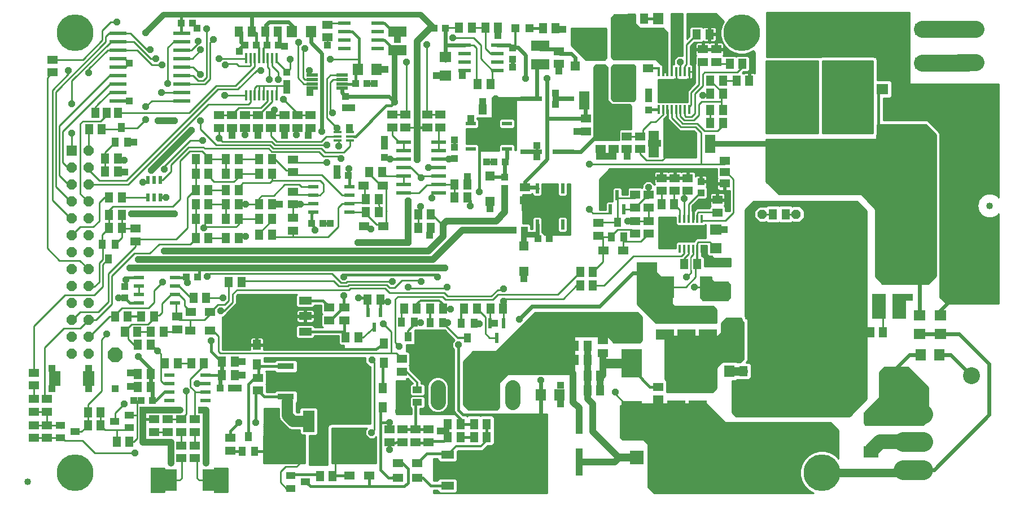
<source format=gtl>
G75*
G70*
%OFA0B0*%
%FSLAX24Y24*%
%IPPOS*%
%LPD*%
%AMOC8*
5,1,8,0,0,1.08239X$1,22.5*
%
%ADD10R,0.0591X0.0472*%
%ADD11R,0.0433X0.0394*%
%ADD12R,0.0591X0.0512*%
%ADD13R,0.0512X0.0591*%
%ADD14R,0.1063X0.0630*%
%ADD15R,0.0680X0.0190*%
%ADD16R,0.0394X0.0433*%
%ADD17R,0.0138X0.0630*%
%ADD18R,0.1000X0.0220*%
%ADD19R,0.0630X0.0710*%
%ADD20C,0.0885*%
%ADD21R,0.0472X0.0591*%
%ADD22R,0.0750X0.0450*%
%ADD23R,0.1250X0.2000*%
%ADD24R,0.0610X0.0236*%
%ADD25R,0.0394X0.0551*%
%ADD26R,0.0551X0.0394*%
%ADD27R,0.0709X0.1260*%
%ADD28R,0.0220X0.0600*%
%ADD29R,0.0220X0.0520*%
%ADD30R,0.0980X0.0370*%
%ADD31R,0.2570X0.2650*%
%ADD32R,0.0630X0.0709*%
%ADD33R,0.0780X0.0220*%
%ADD34R,0.0594X0.0594*%
%ADD35OC8,0.0594*%
%ADD36R,0.2244X0.2165*%
%ADD37R,0.0669X0.0512*%
%ADD38R,0.0709X0.0630*%
%ADD39R,0.1200X0.0600*%
%ADD40R,0.0180X0.0500*%
%ADD41R,0.1160X0.0690*%
%ADD42R,0.1280X0.0300*%
%ADD43R,0.0630X0.1063*%
%ADD44R,0.0710X0.0630*%
%ADD45R,0.0472X0.0472*%
%ADD46R,0.0551X0.0551*%
%ADD47R,0.0140X0.0560*%
%ADD48C,0.1236*%
%ADD49OC8,0.1236*%
%ADD50R,0.2165X0.2244*%
%ADD51R,0.0512X0.0669*%
%ADD52R,0.0236X0.0610*%
%ADD53R,0.0460X0.0140*%
%ADD54R,0.0220X0.0500*%
%ADD55R,0.0866X0.0236*%
%ADD56C,0.1000*%
%ADD57R,0.0430X0.1600*%
%ADD58R,0.0866X0.0709*%
%ADD59R,0.0709X0.0866*%
%ADD60OC8,0.0860*%
%ADD61R,0.0436X0.0436*%
%ADD62R,0.0827X0.1457*%
%ADD63R,0.0551X0.0827*%
%ADD64OC8,0.0560*%
%ADD65OC8,0.0520*%
%ADD66R,0.1772X0.1673*%
%ADD67C,0.1000*%
%ADD68R,0.1640X0.0470*%
%ADD69C,0.0400*%
%ADD70C,0.1181*%
%ADD71R,0.0396X0.0396*%
%ADD72OC8,0.0396*%
%ADD73C,0.0120*%
%ADD74C,0.0160*%
%ADD75C,0.0100*%
%ADD76C,0.0400*%
%ADD77C,0.0240*%
%ADD78C,0.0320*%
%ADD79C,0.0140*%
%ADD80R,0.0436X0.0436*%
%ADD81C,0.0200*%
%ADD82C,0.0660*%
%ADD83C,0.2165*%
%ADD84C,0.0500*%
%ADD85C,0.0180*%
%ADD86C,0.0080*%
%ADD87C,0.0560*%
%ADD88C,0.1200*%
%ADD89C,0.0860*%
D10*
X014854Y013057D03*
X015996Y013057D03*
X016021Y014157D03*
X014879Y014157D03*
X025104Y019232D03*
X026246Y019232D03*
X026221Y021607D03*
X025079Y021607D03*
X039254Y017782D03*
X040396Y017782D03*
X028246Y005207D03*
X028246Y004357D03*
X027104Y004357D03*
X027104Y005207D03*
X025396Y004482D03*
X024254Y004482D03*
D11*
X017285Y009657D03*
X016615Y009657D03*
X012610Y008932D03*
X011940Y008932D03*
X014615Y016232D03*
X015285Y016232D03*
X022015Y019382D03*
X022685Y019382D03*
X023515Y022232D03*
X024185Y022232D03*
X032765Y023032D03*
X033435Y023032D03*
X033425Y022117D03*
X033425Y021447D03*
X035365Y018482D03*
X036035Y018482D03*
X025285Y027657D03*
X024615Y027657D03*
X020035Y029932D03*
X019365Y029932D03*
X018735Y029932D03*
X018065Y029932D03*
X014985Y031207D03*
X014315Y031207D03*
D12*
X006725Y029056D03*
X006725Y028308D03*
X016550Y025781D03*
X017300Y025781D03*
X018075Y025781D03*
X018850Y025781D03*
X018850Y025033D03*
X018075Y025033D03*
X017300Y025033D03*
X016550Y025033D03*
X019625Y025033D03*
X020400Y025033D03*
X021175Y025033D03*
X021950Y025033D03*
X021950Y025781D03*
X021175Y025781D03*
X020400Y025781D03*
X019625Y025781D03*
X020900Y023156D03*
X020900Y022408D03*
X020900Y021256D03*
X020900Y020508D03*
X020900Y019711D03*
X020900Y018963D03*
X023050Y014406D03*
X023950Y014406D03*
X023950Y013658D03*
X023050Y013658D03*
X027350Y011381D03*
X027350Y010633D03*
X027375Y007206D03*
X028150Y007206D03*
X028925Y007206D03*
X028925Y006458D03*
X028150Y006458D03*
X027375Y006458D03*
X026600Y006458D03*
X026600Y007206D03*
X018850Y009508D03*
X018850Y010256D03*
X015125Y007806D03*
X014300Y007806D03*
X013500Y007806D03*
X012700Y007806D03*
X012700Y007058D03*
X013500Y007058D03*
X014300Y007058D03*
X015125Y007058D03*
X015125Y006256D03*
X014300Y006256D03*
X014300Y005508D03*
X015125Y005508D03*
X017200Y005958D03*
X017200Y006706D03*
X006375Y006708D03*
X006375Y007456D03*
X005600Y007456D03*
X005600Y006708D03*
X005600Y008258D03*
X005600Y009006D03*
X006375Y009006D03*
X006375Y008258D03*
X005600Y009808D03*
X005600Y010556D03*
X014075Y013133D03*
X014075Y013881D03*
X011600Y018333D03*
X011600Y019081D03*
X026775Y025058D03*
X027550Y025058D03*
X027550Y025806D03*
X026775Y025806D03*
X028850Y025806D03*
X029625Y025806D03*
X029625Y025058D03*
X028850Y025058D03*
X034600Y021506D03*
X034600Y020758D03*
X038950Y019406D03*
X038950Y018658D03*
X041125Y018783D03*
X041900Y018783D03*
X041900Y019531D03*
X041125Y019531D03*
X041125Y020333D03*
X041900Y020333D03*
X041900Y021081D03*
X041125Y021081D03*
X042675Y021308D03*
X043450Y021308D03*
X044225Y021308D03*
X045975Y020781D03*
X045975Y020033D03*
X046400Y021738D03*
X046400Y022407D03*
X046400Y023076D03*
X044225Y022056D03*
X043450Y022056D03*
X042675Y022056D03*
X041400Y023783D03*
X040625Y023783D03*
X039850Y023783D03*
X039075Y023783D03*
X039075Y024531D03*
X038200Y024833D03*
X038200Y025581D03*
X039850Y024531D03*
X040625Y024531D03*
X041400Y024531D03*
X041875Y028558D03*
X041875Y029306D03*
X045125Y028933D03*
X045900Y028933D03*
X045900Y029681D03*
X045125Y029681D03*
X036625Y029556D03*
X036625Y028808D03*
X022950Y030383D03*
X022950Y031131D03*
X039225Y012481D03*
X039225Y011733D03*
X042475Y009731D03*
X042475Y008983D03*
D13*
X039049Y009532D03*
X038301Y009532D03*
X038301Y010382D03*
X039049Y010382D03*
X038299Y011307D03*
X037551Y011307D03*
X037551Y012157D03*
X038299Y012157D03*
X033324Y014357D03*
X032576Y014357D03*
X031774Y014357D03*
X031026Y014357D03*
X029774Y014357D03*
X029026Y014357D03*
X028224Y014357D03*
X027476Y014357D03*
X026074Y014882D03*
X025326Y014882D03*
X024774Y012657D03*
X024026Y012657D03*
X017874Y015932D03*
X017126Y015932D03*
X015778Y014976D03*
X015030Y014976D03*
X012699Y013882D03*
X011951Y013882D03*
X011149Y013882D03*
X010401Y013882D03*
X010976Y012982D03*
X011724Y012982D03*
X012526Y012982D03*
X013274Y012982D03*
X012495Y012208D03*
X011747Y012208D03*
X013351Y011132D03*
X014099Y011132D03*
X014901Y011132D03*
X015649Y011132D03*
X016726Y011214D03*
X017474Y011214D03*
X017474Y010432D03*
X016726Y010432D03*
X012505Y010501D03*
X011757Y010501D03*
X011751Y009720D03*
X012499Y009720D03*
X009549Y008232D03*
X008801Y008232D03*
X008801Y007457D03*
X009549Y007457D03*
X010501Y006482D03*
X011249Y006482D03*
X022501Y004457D03*
X023249Y004457D03*
X030051Y006757D03*
X030799Y006757D03*
X030799Y007532D03*
X030051Y007532D03*
X031601Y007532D03*
X032349Y007532D03*
X032349Y006757D03*
X031601Y006757D03*
X037876Y015707D03*
X038624Y015707D03*
X038624Y016507D03*
X037876Y016507D03*
X044026Y016982D03*
X044774Y016982D03*
X049251Y019932D03*
X049999Y019932D03*
X043424Y020507D03*
X042676Y020507D03*
X045551Y025307D03*
X046299Y025307D03*
X046299Y026082D03*
X045551Y026082D03*
X045551Y027057D03*
X046299Y027057D03*
X046299Y027832D03*
X045551Y027832D03*
X047101Y027832D03*
X047849Y027832D03*
X047449Y028832D03*
X046701Y028832D03*
X045499Y030557D03*
X044751Y030557D03*
X041649Y031482D03*
X040901Y031482D03*
X036424Y030932D03*
X035676Y030932D03*
X033024Y030957D03*
X032276Y030957D03*
X031474Y030957D03*
X030726Y030957D03*
X031826Y027607D03*
X032574Y027607D03*
X032874Y026107D03*
X032126Y026107D03*
X026174Y022407D03*
X025426Y022407D03*
X025226Y020832D03*
X025974Y020832D03*
X025974Y020057D03*
X025226Y020057D03*
X028301Y019907D03*
X029049Y019907D03*
X030451Y020907D03*
X031199Y020907D03*
X031199Y021682D03*
X030451Y021682D03*
X029049Y019132D03*
X028301Y019132D03*
X019674Y018732D03*
X018926Y018732D03*
X017699Y018507D03*
X016951Y018507D03*
X015924Y018507D03*
X015176Y018507D03*
X015176Y019657D03*
X015924Y019657D03*
X016951Y019656D03*
X017699Y019656D03*
X018926Y019657D03*
X019674Y019657D03*
X019674Y020507D03*
X018926Y020507D03*
X017699Y020507D03*
X016951Y020507D03*
X015924Y020507D03*
X015176Y020507D03*
X015176Y021352D03*
X015924Y021352D03*
X016951Y021352D03*
X017699Y021352D03*
X017699Y022332D03*
X018926Y022332D03*
X019674Y022332D03*
X019674Y023182D03*
X018926Y023182D03*
X017699Y023182D03*
X016951Y023182D03*
X015924Y023182D03*
X015176Y023182D03*
X015176Y022332D03*
X015924Y022332D03*
X016951Y022332D03*
X010799Y020932D03*
X010051Y020932D03*
X010051Y019882D03*
X010799Y019882D03*
X010799Y019107D03*
X010051Y019107D03*
X009826Y022457D03*
X010574Y022457D03*
X010574Y023232D03*
X009826Y023232D03*
X009624Y024957D03*
X008876Y024957D03*
X009231Y025907D03*
X009900Y025907D03*
X010569Y025907D03*
X017726Y030707D03*
X018474Y030707D03*
X019276Y030707D03*
X020024Y030707D03*
X055001Y012957D03*
X055749Y012957D03*
X048249Y010657D03*
X047501Y010657D03*
D14*
X044825Y009708D03*
X043550Y009708D03*
X043550Y008606D03*
X044825Y008606D03*
X045425Y012806D03*
X045425Y013908D03*
X044150Y013908D03*
X042875Y013908D03*
X042875Y012806D03*
X044150Y012806D03*
X035500Y028781D03*
X035500Y029883D03*
X027075Y029631D03*
X027075Y030733D03*
D15*
X023805Y028137D03*
X023805Y027887D03*
X023805Y027627D03*
X023805Y027377D03*
X022045Y027377D03*
X022045Y027627D03*
X022045Y027887D03*
X022045Y028137D03*
D16*
X020550Y028317D03*
X020550Y027647D03*
X024025Y026892D03*
X024025Y026222D03*
X026325Y023967D03*
X026325Y023297D03*
X030450Y023222D03*
X030450Y023892D03*
X033915Y018982D03*
X034585Y018982D03*
X045000Y021197D03*
X045000Y021867D03*
X041925Y026097D03*
X041925Y026767D03*
X033875Y029072D03*
X033875Y029742D03*
X029910Y030907D03*
X029240Y030907D03*
X010975Y015642D03*
X010975Y014972D03*
D17*
X018144Y026955D03*
X018400Y026955D03*
X018656Y026955D03*
X018912Y026955D03*
X019168Y026955D03*
X019424Y026955D03*
X019680Y026955D03*
X019936Y026955D03*
X019936Y029159D03*
X019680Y029159D03*
X019424Y029159D03*
X019168Y029159D03*
X018912Y029159D03*
X018656Y029159D03*
X018400Y029159D03*
X018144Y029159D03*
D18*
X014330Y029132D03*
X014330Y028632D03*
X014330Y028132D03*
X014330Y027632D03*
X014330Y027132D03*
X014330Y026632D03*
X010570Y026632D03*
X010570Y027132D03*
X010570Y027632D03*
X010570Y028132D03*
X010570Y028632D03*
X010570Y029132D03*
X010570Y029632D03*
X010570Y030132D03*
X010570Y030632D03*
X014330Y030632D03*
X014330Y030132D03*
X014330Y029632D03*
D19*
X020840Y030707D03*
X021960Y030707D03*
X042465Y031482D03*
X043585Y031482D03*
X045565Y010657D03*
X046685Y010657D03*
D20*
X033862Y009700D02*
X033862Y008815D01*
X031662Y008815D02*
X031662Y009700D01*
X029462Y009700D02*
X029462Y008815D01*
D21*
X026225Y008511D03*
X026225Y009653D03*
X026275Y011136D03*
X026275Y012278D03*
X018775Y012203D03*
X018775Y011061D03*
D22*
X021635Y012997D03*
X021635Y013907D03*
X021635Y014817D03*
X030040Y005717D03*
X030040Y004807D03*
X030040Y003897D03*
D23*
X032310Y004807D03*
X019365Y013907D03*
D24*
X013938Y014684D03*
X013938Y015184D03*
X013938Y015684D03*
X013938Y016184D03*
X011812Y016184D03*
X011812Y015684D03*
X011812Y015184D03*
X011812Y014684D03*
X013612Y010409D03*
X013612Y009909D03*
X013612Y009409D03*
X013612Y008909D03*
X015738Y008909D03*
X015738Y009409D03*
X015738Y009909D03*
X015738Y010409D03*
X022112Y020059D03*
X022112Y020559D03*
X022112Y021059D03*
X022112Y021559D03*
X024238Y021559D03*
X024238Y021059D03*
X024238Y020559D03*
X024238Y020059D03*
X031412Y023784D03*
X031412Y024284D03*
X031412Y024784D03*
X031412Y025284D03*
X033538Y025284D03*
X033538Y024784D03*
X033538Y024284D03*
X033538Y023784D03*
D25*
X040075Y019465D03*
X040449Y018599D03*
X039701Y018599D03*
X031599Y013490D03*
X030851Y013490D03*
X029749Y013515D03*
X029001Y013515D03*
X028074Y013540D03*
X027326Y013540D03*
X027700Y012674D03*
X029375Y012649D03*
X031225Y012624D03*
X018649Y005924D03*
X017901Y005924D03*
X018275Y006790D03*
X010025Y017299D03*
X010399Y018165D03*
X009651Y018165D03*
X010401Y024174D03*
X011149Y024174D03*
X010775Y025040D03*
D26*
X028258Y009556D03*
X027392Y009182D03*
X028258Y008808D03*
X020792Y004481D03*
X020792Y003733D03*
X021658Y004107D03*
X011258Y007308D03*
X010392Y007682D03*
X011258Y008056D03*
X008058Y007082D03*
X007192Y006708D03*
X007192Y007456D03*
D27*
X013698Y004207D03*
X015902Y004207D03*
X021298Y005857D03*
X023502Y005857D03*
X021827Y007682D03*
X019623Y007682D03*
X043073Y015632D03*
X045277Y015632D03*
D28*
X040450Y020207D03*
X039650Y020207D03*
X040050Y021057D03*
X033350Y013482D03*
X032550Y013482D03*
X032950Y012632D03*
D29*
X026070Y014112D03*
X025330Y014112D03*
X025700Y013252D03*
D30*
X020481Y010940D03*
X020481Y009140D03*
X046305Y015282D03*
X046305Y017082D03*
D31*
X048885Y016182D03*
X023061Y010040D03*
D32*
X035549Y009257D03*
X036651Y009257D03*
X057974Y011632D03*
X059076Y011632D03*
X043326Y023632D03*
X043326Y024507D03*
X042224Y024507D03*
X042224Y023632D03*
X025851Y028482D03*
X024749Y028482D03*
D33*
X023955Y029732D03*
X023955Y030232D03*
X023955Y030732D03*
X023955Y031232D03*
X025895Y031232D03*
X025895Y030732D03*
X025895Y030232D03*
X025895Y029732D03*
X031030Y029932D03*
X031030Y029432D03*
X031030Y028932D03*
X031030Y028432D03*
X032970Y028432D03*
X032970Y028932D03*
X032970Y029432D03*
X032970Y029932D03*
D34*
X007832Y023673D03*
D35*
X008832Y023673D03*
X008832Y022673D03*
X007832Y022673D03*
X007832Y021673D03*
X008832Y021673D03*
X008832Y020673D03*
X007832Y020673D03*
X007832Y019673D03*
X008832Y019673D03*
X008832Y018673D03*
X007832Y018673D03*
X007832Y017673D03*
X008832Y017673D03*
X008832Y016673D03*
X007832Y016673D03*
X007832Y015673D03*
X008832Y015673D03*
X008832Y014673D03*
X007832Y014673D03*
X007832Y013673D03*
X008832Y013673D03*
X008832Y012673D03*
X007832Y012673D03*
X007832Y011673D03*
X008832Y011673D03*
D36*
X049699Y012482D03*
D37*
X047163Y011582D03*
X047163Y013382D03*
D38*
X045875Y017931D03*
X045875Y019033D03*
X057900Y013958D03*
X059150Y013958D03*
X059150Y012856D03*
X057900Y012856D03*
X029900Y028131D03*
X029900Y029233D03*
D39*
X040900Y013622D03*
X040900Y011642D03*
X040900Y010572D03*
X040900Y008592D03*
D40*
X043758Y017902D03*
X044014Y017902D03*
X044270Y017902D03*
X044530Y017902D03*
X044786Y017902D03*
X045042Y017902D03*
X045042Y019662D03*
X044786Y019662D03*
X044530Y019662D03*
X044270Y019662D03*
X044014Y019662D03*
X043758Y019662D03*
D41*
X044400Y018782D03*
D42*
X036875Y023632D03*
X034975Y023632D03*
X034975Y026757D03*
X036875Y026757D03*
D43*
X038099Y026657D03*
X039201Y026657D03*
X044449Y024082D03*
X045551Y024082D03*
D44*
X055725Y027322D03*
X055725Y028442D03*
D45*
X034863Y030932D03*
X034036Y030932D03*
D46*
X037575Y030180D03*
X037575Y028684D03*
X042052Y030182D03*
X043548Y030182D03*
X032550Y022180D03*
X032550Y020684D03*
X034550Y018055D03*
X034550Y016559D03*
D47*
X042500Y026112D03*
X042760Y026112D03*
X043020Y026112D03*
X043270Y026112D03*
X043530Y026112D03*
X043780Y026112D03*
X044040Y026112D03*
X044300Y026112D03*
X044300Y028352D03*
X044040Y028352D03*
X043780Y028352D03*
X043530Y028352D03*
X043270Y028352D03*
X043020Y028352D03*
X042760Y028352D03*
X042500Y028352D03*
D48*
X057748Y023982D03*
X057723Y016832D03*
D49*
X060676Y016832D03*
X060701Y023982D03*
D50*
X053725Y023083D03*
X050475Y023083D03*
X050475Y027508D03*
X053725Y027508D03*
D51*
X054624Y025619D03*
X052825Y025619D03*
X051374Y025619D03*
X049575Y025619D03*
X049575Y030044D03*
X051374Y030044D03*
X052825Y030044D03*
X054624Y030044D03*
D52*
X036827Y021445D03*
X036327Y021445D03*
X035827Y021445D03*
X035327Y021445D03*
X035327Y019319D03*
X035827Y019319D03*
X036327Y019319D03*
X036827Y019319D03*
D53*
X024270Y024272D03*
X024270Y024532D03*
X024270Y024792D03*
X023530Y024792D03*
X023530Y024532D03*
X023530Y024272D03*
D54*
X013070Y021942D03*
X012700Y021942D03*
X012330Y021942D03*
X012330Y020922D03*
X012700Y020922D03*
X013070Y020922D03*
D55*
X027455Y021182D03*
X027455Y021682D03*
X027455Y022182D03*
X027455Y022682D03*
X027455Y023182D03*
X027455Y023682D03*
X027455Y024182D03*
X029495Y024182D03*
X029495Y023682D03*
X029495Y023182D03*
X029495Y022682D03*
X029495Y022182D03*
X029495Y021682D03*
X029495Y021182D03*
D56*
X058075Y028853D02*
X060764Y028853D01*
X061250Y028882D02*
X060250Y028882D01*
X060250Y030851D02*
X061250Y030851D01*
X060804Y030861D02*
X058075Y030861D01*
D57*
X037800Y007737D03*
X037800Y005277D03*
D58*
X055050Y005878D03*
X055050Y007886D03*
X058075Y028853D03*
X058075Y030861D03*
D59*
X008854Y010207D03*
X006846Y010207D03*
D60*
X010425Y011607D03*
D61*
X010425Y009607D03*
D62*
X055525Y014482D03*
X056725Y014482D03*
D63*
X039944Y027819D03*
X039156Y027819D03*
X039156Y029945D03*
X039944Y029945D03*
D64*
X050625Y019932D03*
D65*
X048625Y019932D03*
D66*
X048225Y008799D03*
X048225Y004657D03*
D67*
X056064Y010395D03*
X060985Y010395D03*
X060985Y018269D03*
X056064Y018269D03*
D68*
X043975Y005557D03*
X040775Y005557D03*
D69*
X005250Y004132D03*
X062050Y020432D03*
D70*
X058115Y008132D02*
X056934Y008132D01*
X056934Y006479D02*
X058115Y006479D01*
X058115Y004825D02*
X056934Y004825D01*
D71*
X049800Y008332D03*
X049800Y008732D03*
X049800Y009132D03*
X049800Y009532D03*
X049800Y009932D03*
X049400Y009932D03*
X049025Y009932D03*
X048625Y009932D03*
X048250Y009932D03*
X047850Y009932D03*
X047475Y009932D03*
X047075Y009932D03*
X047075Y009532D03*
X047075Y009157D03*
X047075Y008757D03*
X047075Y008357D03*
X049400Y008332D03*
X049400Y008732D03*
X049400Y009132D03*
X049400Y009532D03*
X049400Y011082D03*
X049800Y011482D03*
X050175Y011082D03*
X050575Y011482D03*
X050175Y011882D03*
X049800Y012282D03*
X050175Y012682D03*
X049800Y013082D03*
X050175Y013482D03*
X050575Y013082D03*
X050575Y012282D03*
X049400Y011882D03*
X049000Y011482D03*
X048600Y011082D03*
X048200Y011482D03*
X048600Y011882D03*
X049000Y012282D03*
X049400Y012682D03*
X049000Y013082D03*
X049400Y013482D03*
X048600Y013482D03*
X048200Y013082D03*
X048600Y012682D03*
X048200Y012282D03*
X048225Y013907D03*
X048225Y014282D03*
X048625Y014282D03*
X048625Y013907D03*
X049025Y013907D03*
X049025Y014282D03*
X049425Y014282D03*
X049425Y013907D03*
X049825Y013907D03*
X049825Y014282D03*
X050225Y014282D03*
X050225Y013907D03*
X050625Y013907D03*
X050625Y014282D03*
X047825Y014282D03*
X047825Y013907D03*
X044950Y011297D03*
X044950Y010897D03*
X044950Y010497D03*
X044550Y010497D03*
X044550Y010897D03*
X044550Y011297D03*
X044150Y011297D03*
X044150Y010897D03*
X044150Y010497D03*
X043750Y010497D03*
X043750Y010897D03*
X043750Y011297D03*
X036700Y009807D03*
X036700Y008732D03*
X029625Y007107D03*
X024250Y008757D03*
X023750Y008757D03*
X023750Y009257D03*
X024250Y009257D03*
X024250Y009757D03*
X024250Y010257D03*
X023750Y010257D03*
X023750Y009757D03*
X023750Y010757D03*
X024250Y010757D03*
X024250Y011257D03*
X023750Y011257D03*
X018900Y012957D03*
X018900Y013432D03*
X018425Y013432D03*
X018425Y012957D03*
X018425Y013907D03*
X018900Y013907D03*
X018900Y014382D03*
X018900Y014857D03*
X018425Y014857D03*
X018425Y014382D03*
X017924Y011232D03*
X017925Y010432D03*
X017675Y009657D03*
X015500Y008357D03*
X012050Y008357D03*
X011525Y008907D03*
X011325Y009757D03*
X011325Y010557D03*
X008850Y010807D03*
X008850Y009607D03*
X006675Y009632D03*
X006675Y010807D03*
X012725Y003657D03*
X013150Y003657D03*
X016450Y003657D03*
X016875Y003657D03*
X032825Y013482D03*
X034550Y016132D03*
X028975Y018682D03*
X032550Y020257D03*
X034600Y020332D03*
X036075Y020382D03*
X032350Y023032D03*
X031200Y022157D03*
X030450Y024307D03*
X031425Y025582D03*
X032125Y026597D03*
X030925Y028132D03*
X029375Y028132D03*
X026350Y028482D03*
X025700Y027657D03*
X024375Y026232D03*
X024250Y025057D03*
X026325Y024357D03*
X023525Y022607D03*
X021800Y024582D03*
X020400Y024582D03*
X018850Y024582D03*
X017300Y024582D03*
X020550Y027257D03*
X021900Y027107D03*
X017750Y029557D03*
X020400Y029857D03*
X022950Y029932D03*
X027075Y030257D03*
X033025Y030482D03*
X033875Y028607D03*
X036425Y027082D03*
X036425Y026432D03*
X036625Y028382D03*
X040385Y028032D03*
X040385Y027632D03*
X041925Y027157D03*
X043050Y027232D03*
X043525Y027232D03*
X044000Y027232D03*
X044000Y026732D03*
X043525Y026732D03*
X043050Y026732D03*
X043050Y027732D03*
X043525Y027732D03*
X044000Y027732D03*
X049625Y027907D03*
X050050Y027907D03*
X050475Y027907D03*
X050900Y027907D03*
X051325Y027907D03*
X051325Y027482D03*
X051325Y027057D03*
X050900Y027057D03*
X050900Y027482D03*
X050475Y027482D03*
X050475Y027057D03*
X050050Y027057D03*
X050050Y027482D03*
X049625Y027482D03*
X049625Y027057D03*
X049625Y026632D03*
X050050Y026632D03*
X050475Y026632D03*
X050900Y026632D03*
X051325Y026632D03*
X052875Y026632D03*
X053300Y026632D03*
X053725Y026632D03*
X054150Y026632D03*
X054575Y026632D03*
X054575Y027057D03*
X054575Y027482D03*
X054575Y027907D03*
X054150Y027907D03*
X054150Y027482D03*
X054150Y027057D03*
X053725Y027057D03*
X053725Y027482D03*
X053725Y027907D03*
X053300Y027907D03*
X053300Y027482D03*
X053300Y027057D03*
X052875Y027057D03*
X052875Y027482D03*
X052875Y027907D03*
X052875Y023482D03*
X053300Y023482D03*
X053725Y023482D03*
X054150Y023482D03*
X054575Y023482D03*
X054575Y023057D03*
X054575Y022632D03*
X054575Y022207D03*
X054150Y022207D03*
X054150Y022632D03*
X054150Y023057D03*
X053725Y023057D03*
X053725Y022632D03*
X053725Y022207D03*
X053300Y022207D03*
X053300Y022632D03*
X053300Y023057D03*
X052875Y023057D03*
X052875Y022632D03*
X052875Y022207D03*
X051350Y022157D03*
X051350Y022582D03*
X051350Y023007D03*
X051350Y023432D03*
X050925Y023432D03*
X050925Y023007D03*
X050925Y022582D03*
X050925Y022157D03*
X050500Y022157D03*
X050500Y022582D03*
X050500Y023007D03*
X050500Y023432D03*
X050075Y023432D03*
X050075Y023007D03*
X050075Y022582D03*
X050075Y022157D03*
X049650Y022157D03*
X049650Y022582D03*
X049650Y023007D03*
X049650Y023432D03*
X042440Y024107D03*
X042065Y024107D03*
X040650Y023357D03*
X039810Y023357D03*
X039410Y023357D03*
X039010Y023357D03*
X037660Y024832D03*
X035325Y023982D03*
X035325Y023332D03*
X043365Y019082D03*
X043765Y019082D03*
X044165Y019082D03*
X044565Y019082D03*
X044965Y019082D03*
X044965Y018682D03*
X044565Y018682D03*
X044165Y018682D03*
X043765Y018682D03*
X043365Y018682D03*
X046390Y019032D03*
X057315Y015032D03*
X059715Y015207D03*
X059715Y014832D03*
X059715Y015582D03*
X059715Y015957D03*
X036850Y030857D03*
X020100Y020507D03*
X023100Y019382D03*
X011500Y024182D03*
X010975Y022432D03*
X011250Y026632D03*
X011250Y028857D03*
X015250Y030907D03*
D72*
X015800Y030882D03*
X016200Y030257D03*
X015300Y030157D03*
X015450Y029657D03*
X016550Y029132D03*
X016925Y028757D03*
X015450Y028182D03*
X013525Y027657D03*
X013150Y027107D03*
X012225Y026282D03*
X012225Y025532D03*
X012950Y025457D03*
X013900Y025457D03*
X014900Y024882D03*
X015450Y025457D03*
X015575Y024282D03*
X016550Y024432D03*
X018075Y024607D03*
X019800Y026082D03*
X020350Y026707D03*
X020050Y027882D03*
X019525Y027882D03*
X019000Y028432D03*
X020750Y029082D03*
X021600Y029707D03*
X021250Y030082D03*
X023100Y029082D03*
X021875Y028407D03*
X023250Y025932D03*
X023500Y025032D03*
X022625Y024807D03*
X022900Y024032D03*
X023625Y023957D03*
X023750Y023207D03*
X022925Y022982D03*
X024225Y022607D03*
X026650Y023182D03*
X028250Y023157D03*
X028925Y022682D03*
X028475Y022082D03*
X030100Y023182D03*
X031925Y021257D03*
X031375Y020432D03*
X029775Y019257D03*
X031375Y018982D03*
X028450Y020382D03*
X029125Y020882D03*
X027725Y020707D03*
X025525Y019057D03*
X024750Y018257D03*
X023775Y017757D03*
X022975Y016757D03*
X022225Y017257D03*
X023900Y016232D03*
X025150Y016757D03*
X026625Y016757D03*
X026925Y017257D03*
X028100Y016757D03*
X028975Y016757D03*
X029450Y016232D03*
X030025Y015632D03*
X028475Y015957D03*
X027725Y015632D03*
X026775Y015957D03*
X026500Y014757D03*
X024775Y014982D03*
X023900Y015107D03*
X026250Y013457D03*
X027175Y012107D03*
X025575Y011332D03*
X028450Y013507D03*
X030050Y013507D03*
X030200Y014332D03*
X031900Y013457D03*
X030675Y012207D03*
X034275Y013732D03*
X033350Y014782D03*
X033350Y015532D03*
X029875Y016757D03*
X027725Y018257D03*
X022225Y018982D03*
X021350Y020532D03*
X018100Y020507D03*
X015650Y019132D03*
X013925Y019957D03*
X012975Y019957D03*
X012175Y019957D03*
X011375Y019957D03*
X013400Y020907D03*
X012050Y021807D03*
X012550Y022532D03*
X013325Y022582D03*
X013700Y023682D03*
X010950Y023132D03*
X007850Y024732D03*
X007850Y026457D03*
X008850Y028282D03*
X007650Y028432D03*
X012475Y029657D03*
X012825Y029132D03*
X013175Y028757D03*
X012225Y030657D03*
X010525Y031282D03*
X016875Y026957D03*
X021125Y024607D03*
X026925Y026557D03*
X027625Y028907D03*
X028800Y029957D03*
X030350Y030357D03*
X034650Y027957D03*
X035925Y027957D03*
X032875Y026757D03*
X039325Y028532D03*
X043775Y028932D03*
X045125Y026957D03*
X038425Y022882D03*
X041900Y021507D03*
X044025Y020857D03*
X044725Y020432D03*
X040675Y019532D03*
X038400Y020207D03*
X044150Y016207D03*
X044625Y015632D03*
X035550Y010107D03*
X039950Y009407D03*
X027150Y008282D03*
X026600Y007607D03*
X025550Y007032D03*
X026600Y006032D03*
X018725Y007632D03*
X017725Y007632D03*
X014600Y009482D03*
X015250Y009907D03*
X012925Y011857D03*
X011775Y011532D03*
X009925Y012857D03*
X010600Y014982D03*
X011050Y016057D03*
X011275Y016757D03*
X011775Y017257D03*
X012225Y016757D03*
X013100Y016757D03*
X013300Y017757D03*
X014125Y016757D03*
X014675Y017757D03*
X015350Y016757D03*
X015850Y016257D03*
X016600Y016757D03*
X017575Y017757D03*
X018100Y018607D03*
X019375Y016757D03*
X016775Y014982D03*
X016650Y014232D03*
X014675Y015882D03*
X013225Y015907D03*
X016075Y012457D03*
X010950Y008732D03*
X011575Y005807D03*
D73*
X013535Y009407D02*
X013612Y009409D01*
X015650Y010422D02*
X015738Y010409D01*
X015677Y010409D02*
X015675Y010407D01*
X017475Y011207D02*
X017500Y011232D01*
X020475Y009157D02*
X020575Y009057D01*
X020575Y008882D01*
X027350Y010633D02*
X027351Y010632D01*
X027600Y010632D01*
X028258Y009974D01*
X028258Y009556D01*
X032349Y006757D02*
X032424Y006631D01*
X032025Y006232D01*
X030555Y006232D01*
X030040Y005717D01*
X030640Y012624D02*
X029749Y013515D01*
X029867Y013515D01*
X030050Y013507D01*
X030851Y013490D02*
X030851Y014182D01*
X031026Y014357D01*
X029775Y014358D02*
X029775Y014607D01*
X029550Y014832D01*
X028450Y014832D01*
X028224Y014606D01*
X028224Y014357D01*
X029026Y014357D02*
X029026Y013540D01*
X029001Y013515D01*
X028450Y013507D02*
X028232Y013507D01*
X028074Y013540D01*
X028074Y013406D01*
X027700Y013032D01*
X027700Y012674D01*
X029774Y014357D02*
X029775Y014358D01*
X031599Y013490D02*
X031632Y013457D01*
X031900Y013457D01*
X031225Y012624D02*
X030640Y012624D01*
X020100Y020507D02*
X019674Y020507D01*
X024270Y024532D02*
X024525Y024532D01*
X023800Y027332D02*
X023805Y027337D01*
X023805Y027377D01*
X032125Y026597D02*
X032126Y026107D01*
X034050Y029757D02*
X034036Y029770D01*
X034036Y029807D01*
X034036Y030932D01*
X041925Y027157D02*
X041925Y026767D01*
X045125Y028857D02*
X045349Y028857D01*
X045125Y028933D01*
X044786Y017902D02*
X044786Y016994D01*
X044774Y016982D02*
X044800Y016982D01*
X014075Y013881D02*
X014000Y013882D01*
X011951Y013882D02*
X011149Y013882D01*
X012330Y021942D02*
X012315Y021957D01*
D74*
X012330Y021942D02*
X012195Y021807D01*
X012050Y021807D01*
X013100Y021082D02*
X013085Y021022D01*
X013085Y020907D01*
X013400Y020907D01*
X013085Y020907D02*
X013070Y020922D01*
X015375Y016757D02*
X015375Y016232D01*
X015285Y016232D01*
X014615Y016232D02*
X014600Y016247D01*
X014615Y016232D02*
X014567Y016184D01*
X014567Y015990D01*
X014675Y015882D01*
X014567Y016184D02*
X013938Y016184D01*
X011812Y016184D02*
X011152Y016184D01*
X011050Y016057D01*
X011025Y015692D01*
X010975Y015642D01*
X010975Y014972D02*
X010610Y014972D01*
X010600Y014982D01*
X010975Y014972D02*
X011263Y014684D01*
X011812Y014684D01*
X016075Y012457D02*
X016075Y011807D01*
X016700Y011182D01*
X017474Y011214D02*
X017493Y011232D01*
X017924Y011232D01*
X018775Y011061D02*
X018875Y010961D01*
X018875Y010257D01*
X018876Y010256D01*
X018850Y010256D01*
X019049Y010257D01*
X018875Y010257D01*
X018650Y010257D01*
X018275Y009882D01*
X018275Y006790D01*
X017725Y007632D02*
X017200Y007107D01*
X017200Y006706D01*
X017200Y005958D02*
X017234Y005924D01*
X017901Y005924D01*
X018649Y005924D02*
X019333Y005924D01*
X020850Y004557D02*
X022401Y004557D01*
X021956Y003838D02*
X021658Y004135D01*
X021658Y004107D01*
X021956Y003838D02*
X025425Y003838D01*
X025396Y003867D01*
X025396Y004482D01*
X026075Y004832D02*
X026075Y007607D01*
X026600Y007607D01*
X026600Y007206D01*
X026075Y007607D02*
X026075Y008311D01*
X026225Y008511D01*
X027375Y007206D02*
X028150Y007206D01*
X028925Y007206D01*
X028150Y007206D02*
X028150Y008700D01*
X028258Y008808D01*
X028275Y008791D01*
X030051Y007532D02*
X030051Y006757D01*
X030051Y006956D01*
X029900Y007107D01*
X030051Y006757D02*
X029801Y006507D01*
X028974Y006507D01*
X028925Y006458D01*
X028900Y006433D01*
X028301Y006433D01*
X028150Y006458D01*
X027375Y006458D02*
X026625Y006433D01*
X026600Y006458D01*
X026600Y006032D01*
X027104Y005207D02*
X027375Y005207D01*
X027700Y004882D01*
X027700Y004057D01*
X027481Y003838D01*
X025425Y003838D01*
X026075Y004832D02*
X026550Y004357D01*
X026825Y004357D01*
X028246Y004357D02*
X028575Y004357D01*
X029035Y003897D01*
X030040Y003897D01*
X028246Y005207D02*
X028246Y005228D01*
X028800Y005782D01*
X029975Y005782D01*
X030040Y005717D01*
X030799Y006757D02*
X031601Y006757D01*
X032349Y006757D02*
X032349Y007532D01*
X031601Y007532D02*
X030799Y007532D01*
X030799Y007833D01*
X030450Y008182D01*
X030675Y008357D02*
X030950Y008082D01*
X030675Y008357D02*
X030675Y012207D01*
X032550Y013482D02*
X032825Y013482D01*
X030200Y014332D02*
X029799Y014332D01*
X029774Y014357D01*
X029450Y016232D02*
X029325Y016357D01*
X024025Y016357D01*
X023900Y016232D01*
X023900Y015107D02*
X023900Y014456D01*
X023949Y014407D01*
X023875Y014407D01*
X023126Y013658D01*
X023050Y013658D01*
X023950Y013658D02*
X023950Y012857D01*
X023810Y012997D01*
X021635Y012997D01*
X023150Y011957D02*
X025806Y011957D01*
X026275Y012278D01*
X026275Y011136D02*
X026225Y011038D01*
X026225Y009653D01*
X024026Y012657D02*
X023950Y012733D01*
X023950Y012857D01*
X025326Y014116D02*
X025330Y014112D01*
X025326Y014116D02*
X025326Y014882D01*
X025226Y014982D01*
X024775Y014982D01*
X025325Y014883D02*
X025326Y014882D01*
X026070Y014878D02*
X026074Y014882D01*
X026070Y014878D02*
X026070Y014112D01*
X023950Y014406D02*
X023949Y014407D01*
X023100Y014407D02*
X022690Y014817D01*
X021635Y014817D01*
X018775Y011057D02*
X018892Y010940D01*
X020481Y010940D01*
X018850Y009508D02*
X019218Y009140D01*
X020481Y009140D01*
X018825Y009507D02*
X018725Y009407D01*
X018725Y007632D01*
X017675Y009657D02*
X017285Y009657D01*
X016615Y010257D02*
X016613Y010409D01*
X015738Y010409D01*
X017474Y010432D02*
X017925Y010432D01*
X017474Y010432D02*
X017474Y010432D01*
X013535Y009407D02*
X013300Y009407D01*
X012825Y008932D01*
X012610Y008932D01*
X012374Y009620D02*
X012499Y009720D01*
X012436Y009745D01*
X011751Y009720D02*
X011739Y009757D01*
X011325Y009757D01*
X011331Y010551D02*
X011325Y010557D01*
X011331Y010551D02*
X011757Y010501D01*
X008850Y010303D02*
X008854Y010207D01*
X008850Y010303D02*
X008850Y010807D01*
X006846Y010207D02*
X006675Y010161D01*
X006675Y010807D01*
X006700Y009982D02*
X006675Y009632D01*
X012050Y007832D02*
X012051Y007831D01*
X012725Y007831D01*
X012725Y004757D02*
X013150Y004757D01*
X013150Y004382D02*
X013150Y004007D01*
X013498Y004007D01*
X013698Y004207D01*
X013150Y004007D02*
X013150Y003657D01*
X012725Y003657D01*
X012725Y004007D01*
X012725Y004382D02*
X012725Y004757D01*
X015902Y004207D02*
X016275Y004207D01*
X016450Y004032D01*
X016450Y004007D01*
X016875Y004007D01*
X016875Y003657D01*
X016450Y003657D02*
X016450Y004007D01*
X016275Y004207D02*
X016450Y004382D01*
X016450Y004757D01*
X016875Y004757D02*
X016875Y004382D01*
X023249Y004457D02*
X023249Y004482D01*
X024254Y004482D01*
X024131Y004457D01*
X032310Y004432D02*
X032310Y004807D01*
X036700Y008732D02*
X036700Y009208D01*
X036651Y009257D01*
X040900Y010572D02*
X041135Y010572D01*
X041375Y010812D01*
X041375Y010857D01*
X041135Y010572D02*
X041976Y009731D01*
X042475Y009731D01*
X034550Y016132D02*
X034550Y016559D01*
X036035Y018482D02*
X036035Y019122D01*
X035825Y019332D01*
X034600Y020332D02*
X034601Y020632D01*
X034600Y020758D01*
X031925Y021257D02*
X031925Y023832D01*
X031975Y023882D01*
X030450Y023892D02*
X030450Y024307D01*
X030450Y023222D02*
X030410Y023182D01*
X030100Y023182D01*
X029495Y023182D01*
X027455Y023182D02*
X026650Y023182D01*
X026450Y023182D01*
X026325Y023307D01*
X024225Y022607D02*
X024225Y022272D01*
X024185Y022232D01*
X024260Y022157D01*
X024275Y022157D01*
X024238Y022120D01*
X024238Y021559D01*
X023650Y022167D02*
X023515Y022232D01*
X023525Y022242D01*
X023525Y022607D01*
X024525Y024532D02*
X024600Y024532D01*
X026425Y026357D01*
X026725Y026357D01*
X026925Y026557D01*
X025700Y027657D02*
X025285Y027657D01*
X024660Y027627D02*
X024615Y027657D01*
X024615Y028474D01*
X024749Y028482D01*
X024800Y028506D01*
X024800Y029082D01*
X024800Y030332D01*
X024400Y030732D01*
X023955Y030732D01*
X025625Y031232D02*
X025895Y031232D01*
X026300Y031232D01*
X026799Y030733D01*
X027075Y030733D01*
X027075Y030257D01*
X026901Y029631D02*
X026300Y030232D01*
X025895Y030232D01*
X026901Y029631D02*
X027075Y029631D01*
X026350Y028482D02*
X025851Y028482D01*
X024660Y027627D02*
X023805Y027627D01*
X024025Y026222D02*
X024125Y026232D01*
X024375Y026232D01*
X028251Y025058D02*
X028250Y025057D01*
X028251Y025058D02*
X028850Y025058D01*
X031412Y025284D02*
X031412Y025569D01*
X034975Y023632D02*
X035325Y023732D01*
X035325Y023982D01*
X032765Y023032D02*
X032350Y023032D01*
X031199Y020907D02*
X031375Y020731D01*
X031375Y020432D01*
X038199Y024832D02*
X038200Y024833D01*
X036425Y026432D02*
X036500Y026757D01*
X036875Y026757D01*
X036625Y028382D02*
X036625Y028808D01*
X036850Y030857D02*
X036424Y030932D01*
X035676Y030932D02*
X034863Y030932D01*
X031030Y028432D02*
X030925Y028427D01*
X030925Y028132D01*
X029900Y028131D02*
X029775Y028132D01*
X029375Y028132D01*
X019365Y029932D02*
X019365Y030621D01*
X019276Y030707D01*
X018735Y030621D02*
X018474Y030707D01*
X018735Y030621D02*
X018735Y029932D01*
X017950Y029907D02*
X017750Y029707D01*
X017750Y029557D01*
X017950Y029907D02*
X017850Y030072D01*
X015250Y030907D02*
X014985Y031207D01*
X014315Y031207D02*
X014315Y030667D01*
X014330Y030632D01*
X014325Y030992D02*
X014315Y031207D01*
X014325Y030992D02*
X014325Y031707D01*
X017300Y025033D02*
X017300Y024582D01*
X018850Y024582D02*
X018850Y025033D01*
X022112Y020059D02*
X022015Y019962D01*
X022015Y019382D01*
X022015Y019342D01*
X022225Y019132D01*
X022225Y018982D01*
X022685Y019382D02*
X023100Y019382D01*
X041925Y026107D02*
X042425Y026107D01*
X042675Y022056D02*
X043450Y022056D01*
X044225Y022056D01*
X045875Y019033D02*
X045876Y019032D01*
X055475Y025157D02*
X055475Y027107D01*
X055725Y027107D01*
X055725Y027322D01*
X054624Y030044D02*
X052825Y030044D01*
X042465Y031482D02*
X041649Y031482D01*
D75*
X041100Y031469D02*
X039700Y031469D01*
X039700Y031532D02*
X039875Y031707D01*
X041100Y031707D01*
X041100Y031182D01*
X041375Y030907D01*
X042775Y030907D01*
X043025Y030657D01*
X043025Y028332D01*
X042740Y028332D01*
X042740Y028703D01*
X042640Y028802D01*
X042630Y028802D01*
X042350Y029082D01*
X039850Y029082D01*
X039700Y029232D01*
X039700Y031532D01*
X039736Y031568D02*
X041100Y031568D01*
X041100Y031666D02*
X039834Y031666D01*
X039700Y031371D02*
X041100Y031371D01*
X041100Y031272D02*
X039700Y031272D01*
X039700Y031174D02*
X041108Y031174D01*
X041207Y031075D02*
X039700Y031075D01*
X039700Y030977D02*
X041305Y030977D01*
X042804Y030878D02*
X039700Y030878D01*
X039700Y030780D02*
X042902Y030780D01*
X043001Y030681D02*
X039700Y030681D01*
X039700Y030583D02*
X043025Y030583D01*
X043025Y030484D02*
X039700Y030484D01*
X039700Y030386D02*
X043025Y030386D01*
X043025Y030287D02*
X039700Y030287D01*
X039700Y030189D02*
X043025Y030189D01*
X043025Y030090D02*
X039700Y030090D01*
X039700Y029992D02*
X043025Y029992D01*
X043025Y029893D02*
X039700Y029893D01*
X039700Y029795D02*
X043025Y029795D01*
X043025Y029696D02*
X039700Y029696D01*
X039700Y029598D02*
X043025Y029598D01*
X043025Y029499D02*
X039700Y029499D01*
X039700Y029401D02*
X043025Y029401D01*
X043020Y029412D02*
X043020Y028352D01*
X043025Y028416D02*
X042740Y028416D01*
X042740Y028514D02*
X043025Y028514D01*
X043025Y028613D02*
X042740Y028613D01*
X042731Y028711D02*
X043025Y028711D01*
X043025Y028810D02*
X042622Y028810D01*
X042524Y028908D02*
X043025Y028908D01*
X043025Y029007D02*
X042425Y029007D01*
X043025Y029105D02*
X039827Y029105D01*
X039728Y029204D02*
X043025Y029204D01*
X043025Y029302D02*
X039700Y029302D01*
X039425Y029302D02*
X037955Y029302D01*
X038053Y029204D02*
X039425Y029204D01*
X039425Y029182D02*
X039425Y030882D01*
X039375Y030932D01*
X037350Y030932D01*
X037350Y029907D01*
X038200Y029057D01*
X039300Y029057D01*
X039425Y029182D01*
X039348Y029105D02*
X038152Y029105D01*
X037856Y029401D02*
X039425Y029401D01*
X039425Y029499D02*
X037758Y029499D01*
X037659Y029598D02*
X039425Y029598D01*
X039425Y029696D02*
X037561Y029696D01*
X037462Y029795D02*
X039425Y029795D01*
X039425Y029893D02*
X037364Y029893D01*
X037350Y029992D02*
X039425Y029992D01*
X039425Y030090D02*
X037350Y030090D01*
X037350Y030189D02*
X039425Y030189D01*
X039425Y030287D02*
X037350Y030287D01*
X037350Y030386D02*
X039425Y030386D01*
X039425Y030484D02*
X037350Y030484D01*
X037350Y030583D02*
X039425Y030583D01*
X039425Y030681D02*
X037350Y030681D01*
X037350Y030780D02*
X039425Y030780D01*
X039425Y030878D02*
X037350Y030878D01*
X038800Y028757D02*
X039325Y028757D01*
X039475Y028607D01*
X039475Y026657D01*
X039725Y026407D01*
X040775Y026407D01*
X040875Y026307D01*
X040875Y024957D01*
X040259Y024957D01*
X040160Y024857D01*
X040160Y024315D01*
X038675Y024332D01*
X038675Y028632D01*
X038800Y028757D01*
X038754Y028711D02*
X039371Y028711D01*
X039469Y028613D02*
X038675Y028613D01*
X038675Y028514D02*
X039475Y028514D01*
X039475Y028416D02*
X038675Y028416D01*
X038675Y028317D02*
X039475Y028317D01*
X039475Y028219D02*
X038675Y028219D01*
X038675Y028120D02*
X039475Y028120D01*
X039475Y028022D02*
X038675Y028022D01*
X038675Y027923D02*
X039475Y027923D01*
X039475Y027825D02*
X038675Y027825D01*
X038675Y027726D02*
X039475Y027726D01*
X039475Y027628D02*
X038675Y027628D01*
X038675Y027529D02*
X039475Y027529D01*
X039475Y027431D02*
X038675Y027431D01*
X038675Y027332D02*
X039475Y027332D01*
X039475Y027234D02*
X038675Y027234D01*
X038675Y027135D02*
X039475Y027135D01*
X039475Y027037D02*
X038675Y027037D01*
X038675Y026938D02*
X039475Y026938D01*
X039475Y026840D02*
X038675Y026840D01*
X038675Y026741D02*
X039475Y026741D01*
X039489Y026643D02*
X038675Y026643D01*
X038675Y026544D02*
X039588Y026544D01*
X039686Y026446D02*
X038675Y026446D01*
X038675Y026347D02*
X040835Y026347D01*
X040875Y026249D02*
X038675Y026249D01*
X038675Y026150D02*
X040875Y026150D01*
X040875Y026052D02*
X038675Y026052D01*
X038675Y025953D02*
X040875Y025953D01*
X040875Y025855D02*
X038675Y025855D01*
X038675Y025756D02*
X040875Y025756D01*
X040875Y025658D02*
X038675Y025658D01*
X038675Y025559D02*
X040875Y025559D01*
X040875Y025461D02*
X038675Y025461D01*
X038675Y025362D02*
X040875Y025362D01*
X040875Y025264D02*
X038675Y025264D01*
X038675Y025165D02*
X040875Y025165D01*
X040875Y025067D02*
X038675Y025067D01*
X038675Y024968D02*
X040875Y024968D01*
X040625Y024531D02*
X041400Y024531D01*
X041549Y024531D01*
X041575Y024557D01*
X041575Y024907D01*
X042050Y025382D01*
X042325Y025382D01*
X042760Y025817D01*
X042760Y026112D01*
X043000Y026107D02*
X043000Y025762D01*
X042980Y025742D01*
X042980Y025726D01*
X042975Y025721D01*
X042975Y025707D01*
X042961Y025707D01*
X042825Y025571D01*
X042825Y023282D01*
X044700Y023282D01*
X044700Y024746D01*
X044584Y024862D01*
X043734Y024862D01*
X043055Y025541D01*
X043050Y025546D01*
X043050Y025707D01*
X043050Y025742D01*
X043030Y025762D01*
X043030Y026107D01*
X043000Y026107D01*
X043000Y026052D02*
X043030Y026052D01*
X043030Y025953D02*
X043000Y025953D01*
X043000Y025855D02*
X043030Y025855D01*
X043035Y025756D02*
X042994Y025756D01*
X043050Y025658D02*
X042912Y025658D01*
X042825Y025559D02*
X043050Y025559D01*
X043135Y025461D02*
X042825Y025461D01*
X042825Y025362D02*
X043234Y025362D01*
X043332Y025264D02*
X042825Y025264D01*
X042825Y025165D02*
X043431Y025165D01*
X043529Y025067D02*
X042825Y025067D01*
X042825Y024968D02*
X043628Y024968D01*
X043726Y024870D02*
X042825Y024870D01*
X042825Y024771D02*
X044675Y024771D01*
X044700Y024673D02*
X042825Y024673D01*
X042825Y024574D02*
X044700Y024574D01*
X044700Y024476D02*
X042825Y024476D01*
X042825Y024377D02*
X044700Y024377D01*
X044700Y024279D02*
X042825Y024279D01*
X042825Y024180D02*
X044700Y024180D01*
X044700Y024082D02*
X042825Y024082D01*
X042825Y023983D02*
X044700Y023983D01*
X044700Y023885D02*
X042825Y023885D01*
X042825Y023786D02*
X044700Y023786D01*
X044700Y023688D02*
X042825Y023688D01*
X042825Y023589D02*
X044700Y023589D01*
X044700Y023491D02*
X042825Y023491D01*
X042825Y023392D02*
X044700Y023392D01*
X044700Y023294D02*
X042825Y023294D01*
X042725Y023107D02*
X043250Y023632D01*
X043326Y023632D01*
X042725Y023107D02*
X041775Y023107D01*
X041400Y023482D01*
X041400Y023783D01*
X042065Y023791D02*
X042065Y024107D01*
X042065Y024348D01*
X042224Y024507D01*
X042065Y023791D02*
X042224Y023632D01*
X043325Y024206D02*
X043326Y024507D01*
X043825Y025082D02*
X043275Y025632D01*
X043270Y025637D02*
X043270Y026112D01*
X043530Y026112D02*
X043530Y025677D01*
X043925Y025282D01*
X044775Y025282D01*
X045200Y024857D01*
X045975Y024857D01*
X046299Y025181D01*
X046299Y025307D01*
X045551Y025307D02*
X045551Y025257D01*
X045551Y025307D02*
X045551Y026082D01*
X046200Y026082D02*
X046200Y026582D01*
X046200Y027006D01*
X046299Y027057D01*
X046299Y027083D01*
X045551Y027831D01*
X045551Y027832D01*
X045100Y027507D02*
X045100Y028182D01*
X045225Y028307D01*
X047150Y028307D01*
X047549Y028706D01*
X047449Y028832D01*
X047875Y028810D02*
X048175Y028810D01*
X048175Y028908D02*
X047875Y028908D01*
X047875Y029007D02*
X048175Y029007D01*
X048175Y029105D02*
X047875Y029105D01*
X047875Y029198D02*
X047875Y028466D01*
X047775Y028367D01*
X047521Y028367D01*
X047439Y028285D01*
X047489Y028236D01*
X047501Y028247D01*
X047535Y028267D01*
X047573Y028277D01*
X047799Y028277D01*
X047799Y027986D01*
X047899Y027985D01*
X047899Y028277D01*
X048125Y028277D01*
X048163Y028267D01*
X048175Y028260D01*
X048175Y029482D01*
X048079Y029578D01*
X047893Y029470D01*
X047575Y029385D01*
X047245Y029385D01*
X046926Y029470D01*
X046641Y029635D01*
X046407Y029868D01*
X046336Y029993D01*
X046345Y029957D01*
X046345Y029731D01*
X045950Y029731D01*
X045950Y029631D01*
X046345Y029631D01*
X046345Y029405D01*
X046335Y029367D01*
X046315Y029333D01*
X046303Y029321D01*
X046351Y029274D01*
X046375Y029297D01*
X047027Y029297D01*
X047075Y029250D01*
X047123Y029297D01*
X047775Y029297D01*
X047875Y029198D01*
X047869Y029204D02*
X048175Y029204D01*
X048175Y029302D02*
X046322Y029302D01*
X046344Y029401D02*
X047185Y029401D01*
X046876Y029499D02*
X046345Y029499D01*
X046345Y029598D02*
X046705Y029598D01*
X046579Y029696D02*
X045950Y029696D01*
X045950Y029731D02*
X045850Y029731D01*
X045850Y029631D01*
X045455Y029631D01*
X045175Y029631D01*
X045175Y029731D01*
X045850Y029731D01*
X045850Y030087D01*
X045585Y030087D01*
X045547Y030077D01*
X045512Y030057D01*
X045478Y030077D01*
X045440Y030087D01*
X045175Y030087D01*
X045175Y029731D01*
X045075Y029731D01*
X045075Y029631D01*
X044680Y029631D01*
X044680Y029405D01*
X044690Y029367D01*
X044710Y029333D01*
X044721Y029321D01*
X044660Y029259D01*
X044660Y028804D01*
X044655Y028799D01*
X044655Y028714D01*
X044650Y028629D01*
X044655Y028624D01*
X044655Y027673D01*
X044334Y027352D01*
X044205Y027223D01*
X044205Y026562D01*
X042475Y026562D01*
X042475Y027902D01*
X043410Y027902D01*
X043432Y027924D01*
X043440Y027922D01*
X043530Y027922D01*
X043619Y027922D01*
X043639Y027902D01*
X044180Y027902D01*
X044202Y027924D01*
X044210Y027922D01*
X044300Y027922D01*
X044390Y027922D01*
X044428Y027932D01*
X044462Y027952D01*
X044490Y027980D01*
X044510Y028014D01*
X044520Y028052D01*
X044520Y028352D01*
X044300Y028352D01*
X044300Y028352D01*
X044300Y027922D01*
X044300Y028352D01*
X044300Y028352D01*
X044520Y028352D01*
X044520Y028652D01*
X044510Y028690D01*
X044490Y028724D01*
X044462Y028752D01*
X044428Y028772D01*
X044390Y028782D01*
X044370Y028782D01*
X044370Y029865D01*
X044597Y030092D01*
X045077Y030092D01*
X045139Y030154D01*
X045151Y030142D01*
X045185Y030122D01*
X045223Y030112D01*
X045449Y030112D01*
X045449Y030507D01*
X045549Y030507D01*
X045549Y030607D01*
X045905Y030607D01*
X045905Y030872D01*
X045895Y030910D01*
X045875Y030944D01*
X045847Y030972D01*
X045813Y030992D01*
X045775Y031002D01*
X045549Y031002D01*
X045549Y030607D01*
X045449Y030607D01*
X045449Y031002D01*
X045223Y031002D01*
X045185Y030992D01*
X045151Y030972D01*
X045139Y030961D01*
X045077Y031022D01*
X044425Y031022D01*
X044325Y030923D01*
X044325Y030442D01*
X044175Y030292D01*
X044175Y031782D01*
X045875Y031782D01*
X046350Y031307D01*
X046242Y031121D01*
X046157Y030802D01*
X046157Y030472D01*
X046242Y030154D01*
X046313Y030031D01*
X046287Y030057D01*
X046253Y030077D01*
X046215Y030087D01*
X045950Y030087D01*
X045950Y029731D01*
X045950Y029795D02*
X045850Y029795D01*
X045850Y029893D02*
X045950Y029893D01*
X045950Y029992D02*
X045850Y029992D01*
X045813Y030122D02*
X045847Y030142D01*
X045875Y030170D01*
X045895Y030204D01*
X045905Y030242D01*
X045905Y030507D01*
X045549Y030507D01*
X045549Y030112D01*
X045775Y030112D01*
X045813Y030122D01*
X045886Y030189D02*
X046233Y030189D01*
X046207Y030287D02*
X045905Y030287D01*
X045905Y030386D02*
X046180Y030386D01*
X046157Y030484D02*
X045905Y030484D01*
X045905Y030681D02*
X046157Y030681D01*
X046157Y030583D02*
X045549Y030583D01*
X045549Y030681D02*
X045449Y030681D01*
X045449Y030780D02*
X045549Y030780D01*
X045549Y030878D02*
X045449Y030878D01*
X045449Y030977D02*
X045549Y030977D01*
X045839Y030977D02*
X046204Y030977D01*
X046230Y031075D02*
X044175Y031075D01*
X044175Y030977D02*
X044379Y030977D01*
X044325Y030878D02*
X044175Y030878D01*
X044175Y030780D02*
X044325Y030780D01*
X044325Y030681D02*
X044175Y030681D01*
X044175Y030583D02*
X044325Y030583D01*
X044325Y030484D02*
X044175Y030484D01*
X044175Y030386D02*
X044268Y030386D01*
X043925Y030386D02*
X043250Y030386D01*
X043250Y030484D02*
X043925Y030484D01*
X043925Y030583D02*
X043250Y030583D01*
X043250Y030681D02*
X043925Y030681D01*
X043925Y030780D02*
X043250Y030780D01*
X043250Y030878D02*
X043925Y030878D01*
X043925Y030977D02*
X043250Y030977D01*
X043250Y031075D02*
X043925Y031075D01*
X043925Y031174D02*
X043250Y031174D01*
X043250Y031272D02*
X043925Y031272D01*
X043925Y031371D02*
X043250Y031371D01*
X043250Y031469D02*
X043925Y031469D01*
X043925Y031568D02*
X043250Y031568D01*
X043250Y031666D02*
X043925Y031666D01*
X043925Y031765D02*
X043250Y031765D01*
X043250Y031782D02*
X043250Y028782D01*
X043369Y028782D01*
X043389Y028802D01*
X043407Y028802D01*
X043407Y029085D01*
X043622Y029300D01*
X043925Y029300D01*
X043925Y031782D01*
X043250Y031782D01*
X044175Y031765D02*
X045892Y031765D01*
X045991Y031666D02*
X044175Y031666D01*
X044175Y031568D02*
X046089Y031568D01*
X046188Y031469D02*
X044175Y031469D01*
X044175Y031371D02*
X046286Y031371D01*
X046330Y031272D02*
X044175Y031272D01*
X044175Y031174D02*
X046273Y031174D01*
X046177Y030878D02*
X045903Y030878D01*
X045905Y030780D02*
X046157Y030780D01*
X045549Y030484D02*
X045449Y030484D01*
X045449Y030386D02*
X045549Y030386D01*
X045549Y030287D02*
X045449Y030287D01*
X045449Y030189D02*
X045549Y030189D01*
X045512Y030057D02*
X045512Y030057D01*
X045512Y030057D01*
X045175Y029992D02*
X045075Y029992D01*
X045075Y030087D02*
X044810Y030087D01*
X044772Y030077D01*
X044737Y030057D01*
X044710Y030029D01*
X044690Y029995D01*
X044680Y029957D01*
X044680Y029731D01*
X045075Y029731D01*
X045075Y030087D01*
X045075Y029893D02*
X045175Y029893D01*
X045175Y029795D02*
X045075Y029795D01*
X045075Y029696D02*
X044370Y029696D01*
X044370Y029598D02*
X044680Y029598D01*
X044680Y029499D02*
X044370Y029499D01*
X044370Y029401D02*
X044681Y029401D01*
X044702Y029302D02*
X044370Y029302D01*
X044370Y029204D02*
X044660Y029204D01*
X044660Y029105D02*
X044370Y029105D01*
X044370Y029007D02*
X044660Y029007D01*
X044660Y028908D02*
X044370Y028908D01*
X044370Y028810D02*
X044660Y028810D01*
X044655Y028711D02*
X044497Y028711D01*
X044520Y028613D02*
X044655Y028613D01*
X044655Y028514D02*
X044520Y028514D01*
X044520Y028416D02*
X044655Y028416D01*
X044655Y028317D02*
X044520Y028317D01*
X044520Y028219D02*
X044655Y028219D01*
X044655Y028120D02*
X044520Y028120D01*
X044512Y028022D02*
X044655Y028022D01*
X044655Y027923D02*
X044394Y027923D01*
X044300Y027923D02*
X044300Y027923D01*
X044206Y027923D02*
X044201Y027923D01*
X044300Y028022D02*
X044300Y028022D01*
X044300Y028120D02*
X044300Y028120D01*
X044300Y028219D02*
X044300Y028219D01*
X044300Y028317D02*
X044300Y028317D01*
X044300Y028352D02*
X044305Y028352D01*
X044040Y028352D02*
X044040Y028672D01*
X044150Y028782D01*
X044150Y029956D01*
X044751Y030557D01*
X045123Y030977D02*
X045158Y030977D01*
X043925Y030287D02*
X043250Y030287D01*
X043250Y030189D02*
X043925Y030189D01*
X043925Y030090D02*
X043250Y030090D01*
X043250Y029992D02*
X043925Y029992D01*
X043925Y029893D02*
X043250Y029893D01*
X043250Y029795D02*
X043925Y029795D01*
X043925Y029696D02*
X043250Y029696D01*
X043250Y029598D02*
X043925Y029598D01*
X043925Y029499D02*
X043250Y029499D01*
X043250Y029401D02*
X043925Y029401D01*
X043925Y029302D02*
X043250Y029302D01*
X043250Y029204D02*
X043526Y029204D01*
X043427Y029105D02*
X043250Y029105D01*
X043250Y029007D02*
X043407Y029007D01*
X043407Y028908D02*
X043250Y028908D01*
X043250Y028810D02*
X043407Y028810D01*
X043775Y028932D02*
X043780Y028927D01*
X043780Y028352D01*
X043530Y028082D02*
X043530Y027922D01*
X043530Y028082D01*
X043530Y028082D01*
X043530Y028022D02*
X043530Y028022D01*
X043530Y027923D02*
X043530Y027923D01*
X043436Y027923D02*
X043431Y027923D01*
X042475Y027825D02*
X044655Y027825D01*
X044655Y027726D02*
X042475Y027726D01*
X042475Y027628D02*
X044609Y027628D01*
X044511Y027529D02*
X042475Y027529D01*
X042475Y027431D02*
X044412Y027431D01*
X044334Y027352D02*
X044334Y027352D01*
X044314Y027332D02*
X042475Y027332D01*
X042475Y027234D02*
X044215Y027234D01*
X044205Y027135D02*
X042475Y027135D01*
X042475Y027037D02*
X044205Y027037D01*
X044205Y026938D02*
X042475Y026938D01*
X042475Y026840D02*
X044205Y026840D01*
X044205Y026741D02*
X042475Y026741D01*
X042475Y026643D02*
X044205Y026643D01*
X044425Y026382D02*
X044425Y027132D01*
X044875Y027582D01*
X044875Y028708D01*
X045125Y028933D01*
X045900Y028933D02*
X046001Y028832D01*
X046701Y028832D01*
X047634Y029401D02*
X048175Y029401D01*
X048158Y029499D02*
X047944Y029499D01*
X048875Y029499D02*
X057325Y029499D01*
X057325Y029401D02*
X048875Y029401D01*
X048875Y029302D02*
X057325Y029302D01*
X057325Y029204D02*
X055375Y029204D01*
X055375Y029232D02*
X055226Y029232D01*
X055202Y029242D01*
X052123Y029242D01*
X052099Y029232D01*
X048875Y029232D01*
X048875Y031843D01*
X057325Y031843D01*
X057325Y027607D01*
X062591Y027607D01*
X062591Y020903D01*
X062508Y021007D01*
X062213Y021149D01*
X061886Y021149D01*
X061592Y021007D01*
X061592Y021007D01*
X061388Y020751D01*
X061388Y020751D01*
X061315Y020432D01*
X061388Y020113D01*
X061592Y019857D01*
X061886Y019716D01*
X062213Y019716D01*
X062508Y019857D01*
X062508Y019857D01*
X062508Y019857D01*
X062591Y019962D01*
X062591Y014657D01*
X059525Y014657D01*
X059125Y015032D01*
X059125Y024732D01*
X058375Y025482D01*
X055765Y025482D01*
X055765Y026797D01*
X056167Y026797D01*
X056290Y026920D01*
X056290Y027724D01*
X056167Y027847D01*
X055410Y027847D01*
X055410Y029034D01*
X055375Y029118D01*
X055375Y029232D01*
X055380Y029105D02*
X057325Y029105D01*
X057325Y029007D02*
X055410Y029007D01*
X055410Y028908D02*
X057325Y028908D01*
X057325Y028810D02*
X055410Y028810D01*
X055410Y028711D02*
X057325Y028711D01*
X057325Y028613D02*
X055410Y028613D01*
X055410Y028514D02*
X057325Y028514D01*
X057325Y028416D02*
X055410Y028416D01*
X055410Y028317D02*
X057325Y028317D01*
X057325Y028219D02*
X055410Y028219D01*
X055410Y028120D02*
X057325Y028120D01*
X057325Y028022D02*
X055410Y028022D01*
X055410Y027923D02*
X057325Y027923D01*
X057325Y027825D02*
X056189Y027825D01*
X056288Y027726D02*
X057325Y027726D01*
X057325Y027628D02*
X056290Y027628D01*
X056290Y027529D02*
X062591Y027529D01*
X062591Y027431D02*
X056290Y027431D01*
X056290Y027332D02*
X062591Y027332D01*
X062591Y027234D02*
X056290Y027234D01*
X056290Y027135D02*
X062591Y027135D01*
X062591Y027037D02*
X056290Y027037D01*
X056290Y026938D02*
X062591Y026938D01*
X062591Y026840D02*
X056209Y026840D01*
X055765Y026741D02*
X062591Y026741D01*
X062591Y026643D02*
X055765Y026643D01*
X055765Y026544D02*
X062591Y026544D01*
X062591Y026446D02*
X055765Y026446D01*
X055765Y026347D02*
X062591Y026347D01*
X062591Y026249D02*
X055765Y026249D01*
X055765Y026150D02*
X062591Y026150D01*
X062591Y026052D02*
X055765Y026052D01*
X055765Y025953D02*
X062591Y025953D01*
X062591Y025855D02*
X055765Y025855D01*
X055765Y025756D02*
X062591Y025756D01*
X062591Y025658D02*
X055765Y025658D01*
X055765Y025559D02*
X062591Y025559D01*
X062591Y025461D02*
X058396Y025461D01*
X058495Y025362D02*
X062591Y025362D01*
X062591Y025264D02*
X058593Y025264D01*
X058692Y025165D02*
X062591Y025165D01*
X062591Y025067D02*
X058790Y025067D01*
X058889Y024968D02*
X062591Y024968D01*
X062591Y024870D02*
X058987Y024870D01*
X059086Y024771D02*
X062591Y024771D01*
X062591Y024673D02*
X059125Y024673D01*
X059125Y024574D02*
X062591Y024574D01*
X062591Y024476D02*
X059125Y024476D01*
X059125Y024377D02*
X062591Y024377D01*
X062591Y024279D02*
X059125Y024279D01*
X059125Y024180D02*
X062591Y024180D01*
X062591Y024082D02*
X059125Y024082D01*
X059125Y023983D02*
X062591Y023983D01*
X062591Y023885D02*
X059125Y023885D01*
X059125Y023786D02*
X062591Y023786D01*
X062591Y023688D02*
X059125Y023688D01*
X059125Y023589D02*
X062591Y023589D01*
X062591Y023491D02*
X059125Y023491D01*
X059125Y023392D02*
X062591Y023392D01*
X062591Y023294D02*
X059125Y023294D01*
X059125Y023195D02*
X062591Y023195D01*
X062591Y023097D02*
X059125Y023097D01*
X059125Y022998D02*
X062591Y022998D01*
X062591Y022900D02*
X059125Y022900D01*
X059125Y022801D02*
X062591Y022801D01*
X062591Y022703D02*
X059125Y022703D01*
X059125Y022604D02*
X062591Y022604D01*
X062591Y022506D02*
X059125Y022506D01*
X059125Y022407D02*
X062591Y022407D01*
X062591Y022309D02*
X059125Y022309D01*
X059125Y022210D02*
X062591Y022210D01*
X062591Y022112D02*
X059125Y022112D01*
X059125Y022013D02*
X062591Y022013D01*
X062591Y021915D02*
X059125Y021915D01*
X059125Y021816D02*
X062591Y021816D01*
X062591Y021718D02*
X059125Y021718D01*
X059125Y021619D02*
X062591Y021619D01*
X062591Y021521D02*
X059125Y021521D01*
X059125Y021422D02*
X062591Y021422D01*
X062591Y021324D02*
X059125Y021324D01*
X059125Y021225D02*
X062591Y021225D01*
X062591Y021127D02*
X062259Y021127D01*
X062464Y021028D02*
X062591Y021028D01*
X062508Y021007D02*
X062508Y021007D01*
X062570Y020930D02*
X062591Y020930D01*
X061841Y021127D02*
X059125Y021127D01*
X059125Y021028D02*
X061636Y021028D01*
X061530Y020930D02*
X059125Y020930D01*
X059125Y020831D02*
X061452Y020831D01*
X061383Y020733D02*
X059125Y020733D01*
X059125Y020634D02*
X061361Y020634D01*
X061339Y020536D02*
X059125Y020536D01*
X059125Y020437D02*
X061316Y020437D01*
X061315Y020432D02*
X061315Y020432D01*
X061336Y020339D02*
X059125Y020339D01*
X059125Y020240D02*
X061359Y020240D01*
X061381Y020142D02*
X059125Y020142D01*
X059125Y020043D02*
X061443Y020043D01*
X061388Y020113D02*
X061388Y020113D01*
X061522Y019945D02*
X059125Y019945D01*
X059125Y019846D02*
X061615Y019846D01*
X061592Y019857D02*
X061592Y019857D01*
X061819Y019748D02*
X059125Y019748D01*
X059125Y019649D02*
X062591Y019649D01*
X062591Y019551D02*
X059125Y019551D01*
X059125Y019452D02*
X062591Y019452D01*
X062591Y019354D02*
X059125Y019354D01*
X059125Y019255D02*
X062591Y019255D01*
X062591Y019157D02*
X059125Y019157D01*
X059125Y019058D02*
X062591Y019058D01*
X062591Y018960D02*
X059125Y018960D01*
X059125Y018861D02*
X062591Y018861D01*
X062591Y018763D02*
X059125Y018763D01*
X059125Y018664D02*
X062591Y018664D01*
X062591Y018566D02*
X059125Y018566D01*
X059125Y018467D02*
X062591Y018467D01*
X062591Y018369D02*
X059125Y018369D01*
X059125Y018270D02*
X062591Y018270D01*
X062591Y018172D02*
X059125Y018172D01*
X059125Y018073D02*
X062591Y018073D01*
X062591Y017975D02*
X059125Y017975D01*
X059125Y017876D02*
X062591Y017876D01*
X062591Y017778D02*
X059125Y017778D01*
X059125Y017679D02*
X062591Y017679D01*
X062591Y017581D02*
X059125Y017581D01*
X059125Y017482D02*
X062591Y017482D01*
X062591Y017384D02*
X059125Y017384D01*
X059125Y017285D02*
X062591Y017285D01*
X062591Y017187D02*
X059125Y017187D01*
X059125Y017088D02*
X062591Y017088D01*
X062591Y016990D02*
X059125Y016990D01*
X059125Y016891D02*
X062591Y016891D01*
X062591Y016793D02*
X059125Y016793D01*
X059125Y016694D02*
X062591Y016694D01*
X062591Y016596D02*
X059125Y016596D01*
X059125Y016497D02*
X062591Y016497D01*
X062591Y016399D02*
X059125Y016399D01*
X059125Y016300D02*
X062591Y016300D01*
X062591Y016202D02*
X059125Y016202D01*
X059125Y016103D02*
X062591Y016103D01*
X062591Y016005D02*
X059125Y016005D01*
X059125Y015906D02*
X062591Y015906D01*
X062591Y015808D02*
X059125Y015808D01*
X059125Y015709D02*
X062591Y015709D01*
X062591Y015611D02*
X059125Y015611D01*
X059125Y015512D02*
X062591Y015512D01*
X062591Y015414D02*
X059125Y015414D01*
X059125Y015315D02*
X062591Y015315D01*
X062591Y015217D02*
X059125Y015217D01*
X059125Y015118D02*
X062591Y015118D01*
X062591Y015020D02*
X059138Y015020D01*
X059243Y014921D02*
X062591Y014921D01*
X062591Y014823D02*
X059348Y014823D01*
X059453Y014724D02*
X062591Y014724D01*
X058865Y016272D02*
X058425Y015832D01*
X055725Y015832D01*
X055325Y016257D01*
X055325Y020232D01*
X054475Y021107D01*
X049600Y021107D01*
X048850Y021857D01*
X048850Y024357D01*
X055375Y024357D01*
X055375Y024596D01*
X055410Y024680D01*
X055410Y025222D01*
X058260Y025222D01*
X058865Y024617D01*
X058865Y016272D01*
X058865Y016300D02*
X055325Y016300D01*
X055325Y016399D02*
X058865Y016399D01*
X058865Y016497D02*
X055325Y016497D01*
X055325Y016596D02*
X058865Y016596D01*
X058865Y016694D02*
X055325Y016694D01*
X055325Y016793D02*
X058865Y016793D01*
X058865Y016891D02*
X055325Y016891D01*
X055325Y016990D02*
X058865Y016990D01*
X058865Y017088D02*
X055325Y017088D01*
X055325Y017187D02*
X058865Y017187D01*
X058865Y017285D02*
X055325Y017285D01*
X055325Y017384D02*
X058865Y017384D01*
X058865Y017482D02*
X055325Y017482D01*
X055325Y017581D02*
X058865Y017581D01*
X058865Y017679D02*
X055325Y017679D01*
X055325Y017778D02*
X058865Y017778D01*
X058865Y017876D02*
X055325Y017876D01*
X055325Y017975D02*
X058865Y017975D01*
X058865Y018073D02*
X055325Y018073D01*
X055325Y018172D02*
X058865Y018172D01*
X058865Y018270D02*
X055325Y018270D01*
X055325Y018369D02*
X058865Y018369D01*
X058865Y018467D02*
X055325Y018467D01*
X055325Y018566D02*
X058865Y018566D01*
X058865Y018664D02*
X055325Y018664D01*
X055325Y018763D02*
X058865Y018763D01*
X058865Y018861D02*
X055325Y018861D01*
X055325Y018960D02*
X058865Y018960D01*
X058865Y019058D02*
X055325Y019058D01*
X055325Y019157D02*
X058865Y019157D01*
X058865Y019255D02*
X055325Y019255D01*
X055325Y019354D02*
X058865Y019354D01*
X058865Y019452D02*
X055325Y019452D01*
X055325Y019551D02*
X058865Y019551D01*
X058865Y019649D02*
X055325Y019649D01*
X055325Y019748D02*
X058865Y019748D01*
X058865Y019846D02*
X055325Y019846D01*
X055325Y019945D02*
X058865Y019945D01*
X058865Y020043D02*
X055325Y020043D01*
X055325Y020142D02*
X058865Y020142D01*
X058865Y020240D02*
X055317Y020240D01*
X055221Y020339D02*
X058865Y020339D01*
X058865Y020437D02*
X055126Y020437D01*
X055030Y020536D02*
X058865Y020536D01*
X058865Y020634D02*
X054934Y020634D01*
X054839Y020733D02*
X058865Y020733D01*
X058865Y020831D02*
X054743Y020831D01*
X054647Y020930D02*
X058865Y020930D01*
X058865Y021028D02*
X054551Y021028D01*
X054200Y020682D02*
X054775Y020107D01*
X054775Y009032D01*
X053800Y008007D01*
X053750Y007982D01*
X047075Y007982D01*
X046850Y008207D01*
X046850Y010092D01*
X047087Y010092D01*
X047152Y010158D01*
X047158Y010152D01*
X047844Y010152D01*
X047967Y010275D01*
X047967Y011039D01*
X047844Y011162D01*
X047673Y011162D01*
X047720Y011210D01*
X047760Y011305D01*
X047760Y013684D01*
X047720Y013779D01*
X047647Y013853D01*
X047625Y013875D01*
X047625Y020182D01*
X048125Y020682D01*
X054200Y020682D01*
X054248Y020634D02*
X048077Y020634D01*
X047978Y020536D02*
X054346Y020536D01*
X054445Y020437D02*
X050342Y020437D01*
X049656Y020437D01*
X049594Y020437D01*
X049625Y020406D01*
X049656Y020437D01*
X049594Y020437D02*
X048908Y020437D01*
X047880Y020437D01*
X047781Y020339D02*
X048367Y020339D01*
X048430Y020402D02*
X048155Y020127D01*
X048155Y019737D01*
X048430Y019462D01*
X048820Y019462D01*
X048846Y019489D01*
X048908Y019427D01*
X049594Y019427D01*
X049625Y019458D01*
X049656Y019427D01*
X050342Y019427D01*
X050389Y019475D01*
X050422Y019442D01*
X050828Y019442D01*
X051115Y019729D01*
X051115Y020135D01*
X050828Y020422D01*
X050422Y020422D01*
X050389Y020390D01*
X050342Y020437D01*
X050911Y020339D02*
X054543Y020339D01*
X054642Y020240D02*
X051010Y020240D01*
X051108Y020142D02*
X054740Y020142D01*
X054775Y020043D02*
X051115Y020043D01*
X051115Y019945D02*
X054775Y019945D01*
X054775Y019846D02*
X051115Y019846D01*
X051115Y019748D02*
X054775Y019748D01*
X054775Y019649D02*
X051035Y019649D01*
X050936Y019551D02*
X054775Y019551D01*
X054775Y019452D02*
X050838Y019452D01*
X050412Y019452D02*
X050367Y019452D01*
X049631Y019452D02*
X049619Y019452D01*
X048883Y019452D02*
X047625Y019452D01*
X047625Y019354D02*
X054775Y019354D01*
X054775Y019255D02*
X047625Y019255D01*
X047625Y019157D02*
X054775Y019157D01*
X054775Y019058D02*
X047625Y019058D01*
X047625Y018960D02*
X054775Y018960D01*
X054775Y018861D02*
X047625Y018861D01*
X047625Y018763D02*
X054775Y018763D01*
X054775Y018664D02*
X047625Y018664D01*
X047625Y018566D02*
X054775Y018566D01*
X054775Y018467D02*
X047625Y018467D01*
X047625Y018369D02*
X054775Y018369D01*
X054775Y018270D02*
X047625Y018270D01*
X047625Y018172D02*
X054775Y018172D01*
X054775Y018073D02*
X047625Y018073D01*
X047625Y017975D02*
X054775Y017975D01*
X054775Y017876D02*
X047625Y017876D01*
X047625Y017778D02*
X054775Y017778D01*
X054775Y017679D02*
X047625Y017679D01*
X047625Y017581D02*
X054775Y017581D01*
X054775Y017482D02*
X047625Y017482D01*
X047625Y017384D02*
X054775Y017384D01*
X054775Y017285D02*
X047625Y017285D01*
X047625Y017187D02*
X054775Y017187D01*
X054775Y017088D02*
X047625Y017088D01*
X047625Y016990D02*
X054775Y016990D01*
X054775Y016891D02*
X047625Y016891D01*
X047625Y016793D02*
X054775Y016793D01*
X054775Y016694D02*
X047625Y016694D01*
X047625Y016596D02*
X054775Y016596D01*
X054775Y016497D02*
X047625Y016497D01*
X047625Y016399D02*
X054775Y016399D01*
X054775Y016300D02*
X047625Y016300D01*
X047625Y016202D02*
X054775Y016202D01*
X054775Y016103D02*
X047625Y016103D01*
X047625Y016005D02*
X054775Y016005D01*
X054775Y015906D02*
X047625Y015906D01*
X047625Y015808D02*
X054775Y015808D01*
X054775Y015709D02*
X047625Y015709D01*
X047625Y015611D02*
X054775Y015611D01*
X054775Y015512D02*
X047625Y015512D01*
X047625Y015414D02*
X054775Y015414D01*
X054775Y015315D02*
X047625Y015315D01*
X047625Y015217D02*
X054775Y015217D01*
X054775Y015118D02*
X047625Y015118D01*
X047625Y015020D02*
X054775Y015020D01*
X054775Y014921D02*
X047625Y014921D01*
X047625Y014823D02*
X054775Y014823D01*
X054775Y014724D02*
X047625Y014724D01*
X047625Y014626D02*
X054775Y014626D01*
X054775Y014527D02*
X047625Y014527D01*
X047625Y014429D02*
X054775Y014429D01*
X054775Y014330D02*
X047625Y014330D01*
X047625Y014232D02*
X054775Y014232D01*
X054775Y014133D02*
X047625Y014133D01*
X047625Y014035D02*
X054775Y014035D01*
X054775Y013936D02*
X047625Y013936D01*
X047647Y013853D02*
X047647Y013853D01*
X047662Y013838D02*
X054775Y013838D01*
X054775Y013739D02*
X047737Y013739D01*
X047760Y013641D02*
X054775Y013641D01*
X054775Y013542D02*
X047760Y013542D01*
X047760Y013444D02*
X054775Y013444D01*
X054775Y013345D02*
X047760Y013345D01*
X047760Y013247D02*
X054775Y013247D01*
X054775Y013148D02*
X047760Y013148D01*
X047760Y013050D02*
X054775Y013050D01*
X054775Y012951D02*
X047760Y012951D01*
X047760Y012853D02*
X054775Y012853D01*
X054775Y012754D02*
X047760Y012754D01*
X047760Y012656D02*
X054775Y012656D01*
X054775Y012557D02*
X047760Y012557D01*
X047760Y012459D02*
X054775Y012459D01*
X054775Y012360D02*
X047760Y012360D01*
X047760Y012262D02*
X054775Y012262D01*
X054775Y012163D02*
X047760Y012163D01*
X047760Y012065D02*
X054775Y012065D01*
X054775Y011966D02*
X047760Y011966D01*
X047760Y011868D02*
X054775Y011868D01*
X054775Y011769D02*
X047760Y011769D01*
X047760Y011671D02*
X054775Y011671D01*
X054775Y011572D02*
X047760Y011572D01*
X047760Y011474D02*
X054775Y011474D01*
X054775Y011375D02*
X047760Y011375D01*
X047748Y011277D02*
X054775Y011277D01*
X054775Y011178D02*
X047689Y011178D01*
X047926Y011080D02*
X054775Y011080D01*
X054775Y010981D02*
X047967Y010981D01*
X047967Y010883D02*
X054775Y010883D01*
X054775Y010784D02*
X047967Y010784D01*
X047967Y010686D02*
X054775Y010686D01*
X054775Y010587D02*
X047967Y010587D01*
X047967Y010489D02*
X054775Y010489D01*
X054775Y010390D02*
X047967Y010390D01*
X047967Y010292D02*
X054775Y010292D01*
X054775Y010193D02*
X047885Y010193D01*
X047089Y010095D02*
X054775Y010095D01*
X054775Y009996D02*
X046850Y009996D01*
X046850Y009898D02*
X054775Y009898D01*
X054775Y009799D02*
X046850Y009799D01*
X046850Y009701D02*
X054775Y009701D01*
X054775Y009602D02*
X046850Y009602D01*
X046850Y009504D02*
X054775Y009504D01*
X054775Y009405D02*
X046850Y009405D01*
X046850Y009307D02*
X054775Y009307D01*
X054775Y009208D02*
X046850Y009208D01*
X046850Y009110D02*
X054775Y009110D01*
X054755Y009011D02*
X046850Y009011D01*
X046850Y008913D02*
X054661Y008913D01*
X054568Y008814D02*
X046850Y008814D01*
X046850Y008716D02*
X054474Y008716D01*
X054380Y008617D02*
X046850Y008617D01*
X046850Y008519D02*
X054287Y008519D01*
X054193Y008420D02*
X046850Y008420D01*
X046850Y008322D02*
X054099Y008322D01*
X054005Y008223D02*
X046850Y008223D01*
X046932Y008125D02*
X053912Y008125D01*
X053818Y008026D02*
X047031Y008026D01*
X046425Y007607D02*
X052650Y007607D01*
X053125Y007157D01*
X053125Y005491D01*
X052928Y005688D01*
X052633Y005858D01*
X052304Y005946D01*
X051964Y005946D01*
X051635Y005858D01*
X051340Y005688D01*
X051100Y005447D01*
X050930Y005152D01*
X050841Y004823D01*
X050841Y004483D01*
X050930Y004154D01*
X051100Y003859D01*
X051340Y003619D01*
X051635Y003449D01*
X051637Y003448D01*
X042234Y003448D01*
X041875Y003807D01*
X041875Y006357D01*
X041625Y006607D01*
X040375Y006607D01*
X040250Y006732D01*
X040250Y008607D01*
X040500Y008732D01*
X045300Y008732D01*
X046425Y007607D01*
X046400Y007632D02*
X040250Y007632D01*
X040250Y007534D02*
X052727Y007534D01*
X052831Y007435D02*
X040250Y007435D01*
X040250Y007337D02*
X052935Y007337D01*
X053039Y007238D02*
X040250Y007238D01*
X040250Y007140D02*
X053125Y007140D01*
X053125Y007041D02*
X040250Y007041D01*
X040250Y006943D02*
X053125Y006943D01*
X053125Y006844D02*
X040250Y006844D01*
X040250Y006746D02*
X053125Y006746D01*
X053125Y006647D02*
X040335Y006647D01*
X040250Y007731D02*
X046301Y007731D01*
X046203Y007829D02*
X040250Y007829D01*
X040250Y007928D02*
X046104Y007928D01*
X046006Y008026D02*
X040250Y008026D01*
X040250Y008125D02*
X045907Y008125D01*
X045809Y008223D02*
X040250Y008223D01*
X040250Y008322D02*
X045710Y008322D01*
X045612Y008420D02*
X040250Y008420D01*
X040250Y008519D02*
X045513Y008519D01*
X045415Y008617D02*
X040270Y008617D01*
X040467Y008716D02*
X045316Y008716D01*
X045675Y009432D02*
X043000Y009407D01*
X042980Y009427D01*
X042980Y010074D01*
X042875Y010179D01*
X042875Y012532D01*
X043075Y012732D01*
X046025Y012732D01*
X046225Y012932D01*
X046225Y013482D01*
X046525Y013782D01*
X047350Y013782D01*
X047417Y013715D01*
X047417Y013622D01*
X047500Y013539D01*
X047500Y011357D01*
X047325Y011182D01*
X047127Y011182D01*
X047087Y011222D01*
X046283Y011222D01*
X046243Y011182D01*
X046225Y011182D01*
X045900Y010857D01*
X045900Y009657D01*
X045675Y009432D01*
X045746Y009504D02*
X042980Y009504D01*
X042980Y009602D02*
X045845Y009602D01*
X045900Y009701D02*
X042980Y009701D01*
X042980Y009799D02*
X045900Y009799D01*
X045900Y009898D02*
X042980Y009898D01*
X042980Y009996D02*
X045900Y009996D01*
X045900Y010095D02*
X042959Y010095D01*
X042875Y010193D02*
X045900Y010193D01*
X045900Y010292D02*
X042875Y010292D01*
X042875Y010390D02*
X045900Y010390D01*
X045900Y010489D02*
X042875Y010489D01*
X042875Y010587D02*
X045900Y010587D01*
X045900Y010686D02*
X042875Y010686D01*
X042875Y010784D02*
X045900Y010784D01*
X045925Y010883D02*
X042875Y010883D01*
X042875Y010981D02*
X046024Y010981D01*
X046122Y011080D02*
X042875Y011080D01*
X042875Y011178D02*
X046221Y011178D01*
X047419Y011277D02*
X042875Y011277D01*
X042875Y011375D02*
X047500Y011375D01*
X047500Y011474D02*
X042875Y011474D01*
X042875Y011572D02*
X047500Y011572D01*
X047500Y011671D02*
X042875Y011671D01*
X042875Y011769D02*
X047500Y011769D01*
X047500Y011868D02*
X042875Y011868D01*
X042875Y011966D02*
X047500Y011966D01*
X047500Y012065D02*
X042875Y012065D01*
X042875Y012163D02*
X047500Y012163D01*
X047500Y012262D02*
X042875Y012262D01*
X042875Y012360D02*
X047500Y012360D01*
X047500Y012459D02*
X042875Y012459D01*
X042900Y012557D02*
X047500Y012557D01*
X047500Y012656D02*
X042998Y012656D01*
X042350Y013507D02*
X045900Y013507D01*
X045900Y014282D01*
X045700Y014482D01*
X043400Y014482D01*
X043275Y014607D01*
X043275Y016207D01*
X042625Y016207D01*
X042350Y016482D01*
X042350Y017032D01*
X041250Y017032D01*
X041250Y014607D01*
X042350Y013507D01*
X042315Y013542D02*
X045900Y013542D01*
X045900Y013641D02*
X042216Y013641D01*
X042118Y013739D02*
X045900Y013739D01*
X045900Y013838D02*
X042019Y013838D01*
X041921Y013936D02*
X045900Y013936D01*
X045900Y014035D02*
X041822Y014035D01*
X041724Y014133D02*
X045900Y014133D01*
X045900Y014232D02*
X041625Y014232D01*
X041527Y014330D02*
X045852Y014330D01*
X045753Y014429D02*
X041428Y014429D01*
X041330Y014527D02*
X043355Y014527D01*
X043275Y014626D02*
X041250Y014626D01*
X041250Y014724D02*
X043275Y014724D01*
X043275Y014823D02*
X041250Y014823D01*
X041250Y014921D02*
X043275Y014921D01*
X043275Y015020D02*
X041250Y015020D01*
X041250Y015118D02*
X043275Y015118D01*
X043275Y015217D02*
X041250Y015217D01*
X041250Y015315D02*
X043275Y015315D01*
X043275Y015414D02*
X041250Y015414D01*
X041250Y015512D02*
X043275Y015512D01*
X043275Y015611D02*
X041250Y015611D01*
X041250Y015709D02*
X043275Y015709D01*
X043275Y015808D02*
X041250Y015808D01*
X041250Y015906D02*
X043275Y015906D01*
X043275Y016005D02*
X041250Y016005D01*
X041250Y016103D02*
X043275Y016103D01*
X043275Y016202D02*
X041250Y016202D01*
X041250Y016300D02*
X042532Y016300D01*
X042433Y016399D02*
X041250Y016399D01*
X041250Y016497D02*
X042350Y016497D01*
X042350Y016596D02*
X041250Y016596D01*
X041250Y016694D02*
X042350Y016694D01*
X042350Y016793D02*
X041250Y016793D01*
X041250Y016891D02*
X042350Y016891D01*
X042350Y016990D02*
X041250Y016990D01*
X041025Y017457D02*
X039275Y015707D01*
X038624Y015707D01*
X037876Y015707D02*
X037650Y015707D01*
X036875Y014932D01*
X033500Y014932D01*
X033350Y014782D01*
X033350Y014383D01*
X033324Y014357D01*
X033350Y014331D01*
X033350Y013482D01*
X032550Y013482D02*
X032550Y014331D01*
X032576Y014357D01*
X032725Y014882D02*
X033025Y015182D01*
X036551Y015182D01*
X037876Y016507D01*
X037775Y016507D01*
X038624Y016507D02*
X039225Y017108D01*
X039225Y017782D01*
X039254Y017782D02*
X039203Y017833D01*
X039203Y018577D01*
X039225Y018599D01*
X039009Y018599D01*
X038950Y018658D01*
X039225Y018599D02*
X039701Y018599D01*
X039701Y018658D01*
X040075Y019032D01*
X040876Y019032D01*
X041125Y018783D01*
X041449Y018332D02*
X040400Y018332D01*
X040400Y018550D01*
X040449Y018599D01*
X040400Y018332D02*
X040400Y017807D01*
X040375Y017782D01*
X039301Y017829D02*
X039254Y017782D01*
X041025Y017457D02*
X043850Y017457D01*
X044014Y017621D01*
X044014Y017902D01*
X044270Y017902D02*
X044270Y017577D01*
X044026Y017333D01*
X044026Y016982D01*
X044400Y016608D02*
X044400Y016457D01*
X044150Y016207D01*
X044675Y016207D02*
X044100Y015632D01*
X043073Y015632D01*
X044625Y015632D02*
X045277Y015632D01*
X044975Y015611D02*
X046725Y015611D01*
X046725Y015709D02*
X044975Y015709D01*
X044975Y015808D02*
X046674Y015808D01*
X046725Y015757D02*
X046575Y015907D01*
X045775Y015907D01*
X045625Y016057D01*
X045625Y016207D01*
X044975Y016207D01*
X044975Y015007D01*
X045125Y014857D01*
X046575Y014857D01*
X046725Y015007D01*
X046725Y015757D01*
X046576Y015906D02*
X044975Y015906D01*
X044975Y016005D02*
X045677Y016005D01*
X045625Y016103D02*
X044975Y016103D01*
X044975Y016202D02*
X045625Y016202D01*
X045200Y016857D02*
X045200Y017348D01*
X045100Y017447D01*
X045050Y017447D01*
X045050Y018072D01*
X045351Y018072D01*
X045351Y017546D01*
X045450Y017446D01*
X045636Y017446D01*
X045750Y017332D01*
X046750Y017332D01*
X046750Y016857D01*
X045200Y016857D01*
X045200Y016891D02*
X046750Y016891D01*
X046750Y016990D02*
X045200Y016990D01*
X045200Y017088D02*
X046750Y017088D01*
X046750Y017187D02*
X045200Y017187D01*
X045200Y017285D02*
X046750Y017285D01*
X045698Y017384D02*
X045164Y017384D01*
X045050Y017482D02*
X045414Y017482D01*
X045351Y017581D02*
X045050Y017581D01*
X045050Y017679D02*
X045351Y017679D01*
X045351Y017778D02*
X045050Y017778D01*
X045050Y017876D02*
X045351Y017876D01*
X045351Y017975D02*
X045050Y017975D01*
X044786Y017902D02*
X044786Y018218D01*
X044850Y018292D01*
X045525Y018292D01*
X045665Y018147D01*
X045875Y017937D01*
X045875Y017931D01*
X045800Y018007D02*
X045665Y018147D01*
X045275Y018512D02*
X044932Y018512D01*
X044925Y018518D01*
X044842Y018512D01*
X044759Y018512D01*
X044752Y018506D01*
X044743Y018505D01*
X044689Y018442D01*
X044630Y018383D01*
X044630Y018374D01*
X044625Y018368D01*
X044579Y018322D01*
X044369Y018322D01*
X043598Y018322D01*
X043498Y018223D01*
X043498Y017907D01*
X042525Y017907D01*
X042525Y019757D01*
X043498Y019757D01*
X043498Y019342D01*
X043598Y019242D01*
X045202Y019242D01*
X045275Y019315D01*
X045275Y018512D01*
X045275Y018566D02*
X042525Y018566D01*
X042525Y018664D02*
X045275Y018664D01*
X045275Y018763D02*
X042525Y018763D01*
X042525Y018861D02*
X045275Y018861D01*
X045275Y018960D02*
X042525Y018960D01*
X042525Y019058D02*
X045275Y019058D01*
X045275Y019157D02*
X042525Y019157D01*
X042525Y019255D02*
X043585Y019255D01*
X043498Y019354D02*
X042525Y019354D01*
X042525Y019452D02*
X043498Y019452D01*
X043498Y019551D02*
X042525Y019551D01*
X042525Y019649D02*
X043498Y019649D01*
X043498Y019748D02*
X042525Y019748D01*
X041900Y019531D02*
X041125Y019531D01*
X040676Y019531D01*
X040675Y019532D01*
X041124Y019532D02*
X041125Y019531D01*
X041900Y019531D02*
X041900Y020333D01*
X041900Y020882D02*
X041675Y020882D01*
X041126Y020333D01*
X041125Y020333D01*
X040999Y020207D01*
X040450Y020207D01*
X040075Y020857D02*
X040075Y019465D01*
X039009Y019465D01*
X038950Y019406D01*
X038625Y019982D02*
X038400Y020207D01*
X038625Y019982D02*
X039650Y019982D01*
X039650Y020207D01*
X039370Y020202D02*
X039000Y020202D01*
X039000Y021982D01*
X039625Y022607D01*
X045935Y022607D01*
X045935Y022081D01*
X045965Y022051D01*
X045955Y022013D01*
X045347Y022013D01*
X045347Y022103D02*
X045347Y021915D01*
X045048Y021915D01*
X044951Y021915D01*
X044951Y022233D01*
X044783Y022233D01*
X044745Y022223D01*
X044711Y022203D01*
X044683Y022175D01*
X044670Y022153D01*
X044670Y022332D01*
X044660Y022370D01*
X044640Y022404D01*
X044612Y022432D01*
X044578Y022452D01*
X044540Y022462D01*
X044275Y022462D01*
X044275Y022106D01*
X044175Y022106D01*
X044175Y022462D01*
X043910Y022462D01*
X043872Y022452D01*
X043837Y022432D01*
X043803Y022452D01*
X043765Y022462D01*
X043500Y022462D01*
X043500Y022106D01*
X043895Y022106D01*
X044175Y022106D01*
X044175Y022006D01*
X043500Y022006D01*
X043500Y022106D01*
X043400Y022106D01*
X043400Y022462D01*
X043135Y022462D01*
X043097Y022452D01*
X043062Y022432D01*
X043028Y022452D01*
X042990Y022462D01*
X042725Y022462D01*
X042725Y022106D01*
X043400Y022106D01*
X043400Y022006D01*
X043005Y022006D01*
X042725Y022006D01*
X042725Y022106D01*
X042625Y022106D01*
X042625Y022006D01*
X042230Y022006D01*
X042230Y021780D01*
X042240Y021742D01*
X042260Y021708D01*
X042271Y021696D01*
X042251Y021676D01*
X042052Y021875D01*
X041747Y021875D01*
X041532Y021660D01*
X041532Y021505D01*
X041512Y021485D01*
X041491Y021507D01*
X040759Y021507D01*
X040660Y021407D01*
X040660Y021102D01*
X040330Y021102D01*
X040330Y021428D01*
X040230Y021527D01*
X039869Y021527D01*
X039770Y021428D01*
X039770Y020687D01*
X039779Y020677D01*
X039469Y020677D01*
X039370Y020578D01*
X039370Y020202D01*
X039370Y020240D02*
X039000Y020240D01*
X039000Y020339D02*
X039370Y020339D01*
X039370Y020437D02*
X039000Y020437D01*
X039000Y020536D02*
X039370Y020536D01*
X039427Y020634D02*
X039000Y020634D01*
X039000Y020733D02*
X039770Y020733D01*
X039770Y020831D02*
X039000Y020831D01*
X039000Y020930D02*
X039770Y020930D01*
X039770Y021028D02*
X039000Y021028D01*
X039000Y021127D02*
X039770Y021127D01*
X039770Y021225D02*
X039000Y021225D01*
X039000Y021324D02*
X039770Y021324D01*
X039770Y021422D02*
X039000Y021422D01*
X039000Y021521D02*
X039863Y021521D01*
X040237Y021521D02*
X041532Y021521D01*
X041532Y021619D02*
X039000Y021619D01*
X039000Y021718D02*
X041590Y021718D01*
X041688Y021816D02*
X039000Y021816D01*
X039000Y021915D02*
X042230Y021915D01*
X042230Y021816D02*
X042111Y021816D01*
X042210Y021718D02*
X042254Y021718D01*
X042230Y022106D02*
X042625Y022106D01*
X042625Y022462D01*
X042360Y022462D01*
X042322Y022452D01*
X042287Y022432D01*
X042260Y022404D01*
X042240Y022370D01*
X042230Y022332D01*
X042230Y022106D01*
X042230Y022112D02*
X039129Y022112D01*
X039031Y022013D02*
X042625Y022013D01*
X042625Y022112D02*
X042725Y022112D01*
X042725Y022210D02*
X042625Y022210D01*
X042625Y022309D02*
X042725Y022309D01*
X042725Y022407D02*
X042625Y022407D01*
X042263Y022407D02*
X039425Y022407D01*
X039326Y022309D02*
X042230Y022309D01*
X042230Y022210D02*
X039228Y022210D01*
X039523Y022506D02*
X045935Y022506D01*
X045935Y022604D02*
X039622Y022604D01*
X039810Y023357D02*
X039850Y023397D01*
X039850Y023783D01*
X040625Y023783D02*
X040625Y023382D01*
X040650Y023357D01*
X040160Y024377D02*
X038675Y024377D01*
X038675Y024476D02*
X040160Y024476D01*
X040160Y024574D02*
X038675Y024574D01*
X038675Y024673D02*
X040160Y024673D01*
X040160Y024771D02*
X038675Y024771D01*
X038675Y024870D02*
X040172Y024870D01*
X038201Y024832D02*
X038200Y024833D01*
X039075Y023783D02*
X039075Y023422D01*
X039010Y023357D01*
X038425Y022882D02*
X045000Y022882D01*
X046375Y022882D01*
X046400Y022907D01*
X046400Y023076D01*
X046400Y022407D02*
X046500Y022407D01*
X046925Y021982D01*
X046925Y020032D01*
X046450Y019557D01*
X045050Y019557D01*
X045050Y019632D01*
X045042Y019640D01*
X045042Y019662D01*
X044786Y019662D02*
X044786Y019993D01*
X044850Y020057D01*
X045951Y020057D01*
X045975Y020033D01*
X046440Y020107D02*
X046440Y020359D01*
X046378Y020421D01*
X046390Y020433D01*
X046410Y020467D01*
X046420Y020505D01*
X046420Y020731D01*
X046025Y020731D01*
X046025Y020831D01*
X046420Y020831D01*
X046420Y021057D01*
X046410Y021095D01*
X046390Y021129D01*
X046362Y021157D01*
X046328Y021177D01*
X046290Y021187D01*
X046025Y021187D01*
X046025Y020831D01*
X045925Y020831D01*
X045925Y020731D01*
X045530Y020731D01*
X045530Y020505D01*
X045540Y020467D01*
X045560Y020433D01*
X045571Y020421D01*
X045510Y020359D01*
X045510Y020277D01*
X044759Y020277D01*
X044630Y020148D01*
X044589Y020107D01*
X044490Y020107D01*
X044490Y020436D01*
X044865Y020811D01*
X045267Y020811D01*
X045367Y020910D01*
X045367Y021484D01*
X045305Y021546D01*
X045317Y021558D01*
X045336Y021592D01*
X045347Y021630D01*
X045347Y021818D01*
X045048Y021818D01*
X045048Y021915D01*
X045048Y022233D01*
X045216Y022233D01*
X045255Y022223D01*
X045289Y022203D01*
X045317Y022175D01*
X045336Y022141D01*
X045347Y022103D01*
X045344Y022112D02*
X045935Y022112D01*
X045935Y022210D02*
X045277Y022210D01*
X045048Y022210D02*
X044951Y022210D01*
X044951Y022112D02*
X045048Y022112D01*
X045048Y022013D02*
X044951Y022013D01*
X045048Y021915D02*
X045955Y021915D01*
X045955Y022013D02*
X045955Y021788D01*
X046350Y021788D01*
X046350Y021688D01*
X045955Y021688D01*
X045955Y021462D01*
X045965Y021424D01*
X045985Y021390D01*
X046012Y021362D01*
X046047Y021342D01*
X046085Y021332D01*
X046350Y021332D01*
X046350Y021688D01*
X046450Y021688D01*
X046450Y021332D01*
X046705Y021332D01*
X046705Y020123D01*
X046689Y020107D01*
X046440Y020107D01*
X046440Y020142D02*
X046705Y020142D01*
X046705Y020240D02*
X046440Y020240D01*
X046440Y020339D02*
X046705Y020339D01*
X046705Y020437D02*
X046393Y020437D01*
X046420Y020536D02*
X046705Y020536D01*
X046705Y020634D02*
X046420Y020634D01*
X046420Y020831D02*
X046705Y020831D01*
X046705Y020733D02*
X046025Y020733D01*
X046025Y020831D02*
X045925Y020831D01*
X045530Y020831D01*
X045530Y021057D01*
X045540Y021095D01*
X045560Y021129D01*
X045587Y021157D01*
X045622Y021177D01*
X045660Y021187D01*
X045925Y021187D01*
X045925Y020831D01*
X045925Y020733D02*
X044787Y020733D01*
X044688Y020634D02*
X045530Y020634D01*
X045530Y020536D02*
X044590Y020536D01*
X044491Y020437D02*
X045557Y020437D01*
X045510Y020339D02*
X044490Y020339D01*
X044490Y020240D02*
X044722Y020240D01*
X044623Y020142D02*
X044490Y020142D01*
X044530Y020087D02*
X044530Y020237D01*
X044725Y020432D01*
X044270Y020527D02*
X045000Y021257D01*
X045000Y021197D01*
X045075Y021182D01*
X045075Y021232D02*
X045000Y021197D01*
X045367Y021225D02*
X046705Y021225D01*
X046705Y021127D02*
X046392Y021127D01*
X046420Y021028D02*
X046705Y021028D01*
X046705Y020930D02*
X046420Y020930D01*
X046025Y020930D02*
X045925Y020930D01*
X045925Y021028D02*
X046025Y021028D01*
X046025Y021127D02*
X045925Y021127D01*
X045966Y021422D02*
X045367Y021422D01*
X045367Y021324D02*
X046705Y021324D01*
X046450Y021422D02*
X046350Y021422D01*
X046350Y021521D02*
X046450Y021521D01*
X046450Y021619D02*
X046350Y021619D01*
X046350Y021718D02*
X045347Y021718D01*
X045347Y021816D02*
X045955Y021816D01*
X045955Y021619D02*
X045344Y021619D01*
X045330Y021521D02*
X045955Y021521D01*
X045558Y021127D02*
X045367Y021127D01*
X045367Y021028D02*
X045530Y021028D01*
X045530Y020930D02*
X045367Y020930D01*
X045287Y020831D02*
X045530Y020831D01*
X044270Y020527D02*
X044270Y019662D01*
X044014Y019662D02*
X044014Y020846D01*
X044025Y020857D01*
X044014Y020868D01*
X044014Y021097D01*
X044225Y021308D01*
X044125Y021308D01*
X043450Y021308D02*
X043424Y021282D01*
X043424Y020507D01*
X043250Y020533D01*
X043425Y020507D02*
X043758Y020174D01*
X043758Y019662D01*
X042676Y020507D02*
X042675Y020508D01*
X042675Y021308D01*
X041900Y021507D02*
X041899Y021082D01*
X041900Y021081D01*
X041900Y020882D01*
X041125Y020907D02*
X041125Y021081D01*
X041125Y020907D02*
X041100Y020882D01*
X040100Y020882D01*
X040075Y020857D01*
X040075Y021032D01*
X040050Y021057D01*
X040330Y021127D02*
X040660Y021127D01*
X040660Y021225D02*
X040330Y021225D01*
X040330Y021324D02*
X040660Y021324D01*
X040674Y021422D02*
X040330Y021422D01*
X042725Y022013D02*
X043400Y022013D01*
X043400Y022112D02*
X043500Y022112D01*
X043500Y022210D02*
X043400Y022210D01*
X043400Y022309D02*
X043500Y022309D01*
X043500Y022407D02*
X043400Y022407D01*
X043062Y022432D02*
X043062Y022432D01*
X043062Y022432D01*
X043837Y022432D02*
X043837Y022432D01*
X043837Y022432D01*
X044175Y022407D02*
X044275Y022407D01*
X044275Y022309D02*
X044175Y022309D01*
X044175Y022210D02*
X044275Y022210D01*
X044275Y022112D02*
X044175Y022112D01*
X044175Y022013D02*
X043500Y022013D01*
X044670Y022210D02*
X044723Y022210D01*
X044670Y022309D02*
X045935Y022309D01*
X045935Y022407D02*
X044637Y022407D01*
X045000Y022882D02*
X045000Y024757D01*
X044675Y025082D01*
X043825Y025082D01*
X044025Y025482D02*
X043780Y025727D01*
X043780Y026112D01*
X044040Y026112D02*
X044040Y025767D01*
X044125Y025682D01*
X044450Y025682D01*
X044650Y025882D01*
X044650Y027057D01*
X045100Y027507D01*
X045125Y026957D02*
X045551Y027057D01*
X046199Y027109D02*
X046299Y027057D01*
X046200Y026582D02*
X045050Y026582D01*
X044875Y026407D01*
X044875Y025782D01*
X044575Y025482D01*
X044025Y025482D01*
X044300Y026112D02*
X044300Y026307D01*
X044350Y026307D01*
X044425Y026382D01*
X046200Y026082D02*
X046300Y026082D01*
X046300Y026083D02*
X046299Y026082D01*
X046275Y026006D01*
X048850Y026052D02*
X051915Y026052D01*
X051915Y026150D02*
X048850Y026150D01*
X048850Y026249D02*
X051915Y026249D01*
X051915Y026347D02*
X048850Y026347D01*
X048850Y026446D02*
X051915Y026446D01*
X051915Y026544D02*
X048850Y026544D01*
X048850Y026643D02*
X051915Y026643D01*
X051915Y026741D02*
X048850Y026741D01*
X048850Y026840D02*
X051915Y026840D01*
X051915Y026938D02*
X048850Y026938D01*
X048850Y027037D02*
X051915Y027037D01*
X051915Y027135D02*
X048850Y027135D01*
X048850Y027234D02*
X051915Y027234D01*
X051915Y027332D02*
X048850Y027332D01*
X048850Y027431D02*
X051915Y027431D01*
X051915Y027529D02*
X048850Y027529D01*
X048850Y027628D02*
X051915Y027628D01*
X051915Y027726D02*
X048850Y027726D01*
X048850Y027825D02*
X051915Y027825D01*
X051915Y027923D02*
X048850Y027923D01*
X048850Y028022D02*
X051915Y028022D01*
X051915Y028120D02*
X048850Y028120D01*
X048850Y028219D02*
X051915Y028219D01*
X051915Y028317D02*
X048850Y028317D01*
X048850Y028416D02*
X051915Y028416D01*
X051915Y028514D02*
X048850Y028514D01*
X048850Y028613D02*
X051915Y028613D01*
X051915Y028711D02*
X048850Y028711D01*
X048850Y028810D02*
X051915Y028810D01*
X051915Y028908D02*
X048850Y028908D01*
X048850Y028972D02*
X051915Y028972D01*
X051915Y024732D01*
X048850Y024732D01*
X048850Y028972D01*
X048175Y028711D02*
X047875Y028711D01*
X047875Y028613D02*
X048175Y028613D01*
X048175Y028514D02*
X047875Y028514D01*
X047824Y028416D02*
X048175Y028416D01*
X048175Y028317D02*
X047471Y028317D01*
X047799Y028219D02*
X047899Y028219D01*
X047899Y028120D02*
X047799Y028120D01*
X047799Y028022D02*
X047899Y028022D01*
X047101Y027832D02*
X046299Y027832D01*
X045850Y029696D02*
X045175Y029696D01*
X044680Y029795D02*
X044370Y029795D01*
X044398Y029893D02*
X044680Y029893D01*
X044689Y029992D02*
X044497Y029992D01*
X044595Y030090D02*
X046279Y030090D01*
X046336Y029992D02*
X046336Y029992D01*
X046345Y029893D02*
X046393Y029893D01*
X046345Y029795D02*
X046481Y029795D01*
X048875Y029795D02*
X057325Y029795D01*
X057325Y029893D02*
X048875Y029893D01*
X048875Y029992D02*
X057325Y029992D01*
X057325Y030090D02*
X048875Y030090D01*
X048875Y030189D02*
X057325Y030189D01*
X057325Y030287D02*
X048875Y030287D01*
X048875Y030386D02*
X057325Y030386D01*
X057325Y030484D02*
X048875Y030484D01*
X048875Y030583D02*
X057325Y030583D01*
X057325Y030681D02*
X048875Y030681D01*
X048875Y030780D02*
X057325Y030780D01*
X057325Y030878D02*
X048875Y030878D01*
X048875Y030977D02*
X057325Y030977D01*
X057325Y031075D02*
X048875Y031075D01*
X048875Y031174D02*
X057325Y031174D01*
X057325Y031272D02*
X048875Y031272D01*
X048875Y031371D02*
X057325Y031371D01*
X057325Y031469D02*
X048875Y031469D01*
X048875Y031568D02*
X057325Y031568D01*
X057325Y031666D02*
X048875Y031666D01*
X048875Y031765D02*
X057325Y031765D01*
X057325Y029696D02*
X048875Y029696D01*
X048875Y029598D02*
X057325Y029598D01*
X055150Y028982D02*
X055150Y024732D01*
X052175Y024732D01*
X052175Y028982D01*
X055150Y028982D01*
X055150Y028908D02*
X052175Y028908D01*
X052175Y028810D02*
X055150Y028810D01*
X055150Y028711D02*
X052175Y028711D01*
X052175Y028613D02*
X055150Y028613D01*
X055150Y028514D02*
X052175Y028514D01*
X052175Y028416D02*
X055150Y028416D01*
X055150Y028317D02*
X052175Y028317D01*
X052175Y028219D02*
X055150Y028219D01*
X055150Y028120D02*
X052175Y028120D01*
X052175Y028022D02*
X055150Y028022D01*
X055150Y027923D02*
X052175Y027923D01*
X052175Y027825D02*
X055150Y027825D01*
X055150Y027726D02*
X052175Y027726D01*
X052175Y027628D02*
X055150Y027628D01*
X055150Y027529D02*
X052175Y027529D01*
X052175Y027431D02*
X055150Y027431D01*
X055150Y027332D02*
X052175Y027332D01*
X052175Y027234D02*
X055150Y027234D01*
X055150Y027135D02*
X052175Y027135D01*
X052175Y027037D02*
X055150Y027037D01*
X055150Y026938D02*
X052175Y026938D01*
X052175Y026840D02*
X055150Y026840D01*
X055150Y026741D02*
X052175Y026741D01*
X052175Y026643D02*
X055150Y026643D01*
X055150Y026544D02*
X052175Y026544D01*
X052175Y026446D02*
X055150Y026446D01*
X055150Y026347D02*
X052175Y026347D01*
X052175Y026249D02*
X055150Y026249D01*
X055150Y026150D02*
X052175Y026150D01*
X052175Y026052D02*
X055150Y026052D01*
X055150Y025953D02*
X052175Y025953D01*
X052175Y025855D02*
X055150Y025855D01*
X055150Y025756D02*
X052175Y025756D01*
X052175Y025658D02*
X055150Y025658D01*
X055150Y025559D02*
X052175Y025559D01*
X052175Y025461D02*
X055150Y025461D01*
X055150Y025362D02*
X052175Y025362D01*
X052175Y025264D02*
X055150Y025264D01*
X055150Y025165D02*
X052175Y025165D01*
X052175Y025067D02*
X055150Y025067D01*
X055150Y024968D02*
X052175Y024968D01*
X052175Y024870D02*
X055150Y024870D01*
X055150Y024771D02*
X052175Y024771D01*
X051915Y024771D02*
X048850Y024771D01*
X048850Y024870D02*
X051915Y024870D01*
X051915Y024968D02*
X048850Y024968D01*
X048850Y025067D02*
X051915Y025067D01*
X051915Y025165D02*
X048850Y025165D01*
X048850Y025264D02*
X051915Y025264D01*
X051915Y025362D02*
X048850Y025362D01*
X048850Y025461D02*
X051915Y025461D01*
X051915Y025559D02*
X048850Y025559D01*
X048850Y025658D02*
X051915Y025658D01*
X051915Y025756D02*
X048850Y025756D01*
X048850Y025855D02*
X051915Y025855D01*
X051915Y025953D02*
X048850Y025953D01*
X048850Y024279D02*
X058865Y024279D01*
X058865Y024377D02*
X055375Y024377D01*
X055375Y024476D02*
X058865Y024476D01*
X058865Y024574D02*
X055375Y024574D01*
X055407Y024673D02*
X058809Y024673D01*
X058711Y024771D02*
X055410Y024771D01*
X055410Y024870D02*
X058612Y024870D01*
X058514Y024968D02*
X055410Y024968D01*
X055410Y025067D02*
X058415Y025067D01*
X058317Y025165D02*
X055410Y025165D01*
X058865Y024180D02*
X048850Y024180D01*
X048850Y024082D02*
X058865Y024082D01*
X058865Y023983D02*
X048850Y023983D01*
X048850Y023885D02*
X058865Y023885D01*
X058865Y023786D02*
X048850Y023786D01*
X048850Y023688D02*
X058865Y023688D01*
X058865Y023589D02*
X048850Y023589D01*
X048850Y023491D02*
X058865Y023491D01*
X058865Y023392D02*
X048850Y023392D01*
X048850Y023294D02*
X058865Y023294D01*
X058865Y023195D02*
X048850Y023195D01*
X048850Y023097D02*
X058865Y023097D01*
X058865Y022998D02*
X048850Y022998D01*
X048850Y022900D02*
X058865Y022900D01*
X058865Y022801D02*
X048850Y022801D01*
X048850Y022703D02*
X058865Y022703D01*
X058865Y022604D02*
X048850Y022604D01*
X048850Y022506D02*
X058865Y022506D01*
X058865Y022407D02*
X048850Y022407D01*
X048850Y022309D02*
X058865Y022309D01*
X058865Y022210D02*
X048850Y022210D01*
X048850Y022112D02*
X058865Y022112D01*
X058865Y022013D02*
X048850Y022013D01*
X048850Y021915D02*
X058865Y021915D01*
X058865Y021816D02*
X048891Y021816D01*
X048989Y021718D02*
X058865Y021718D01*
X058865Y021619D02*
X049088Y021619D01*
X049186Y021521D02*
X058865Y021521D01*
X058865Y021422D02*
X049285Y021422D01*
X049383Y021324D02*
X058865Y021324D01*
X058865Y021225D02*
X049482Y021225D01*
X049580Y021127D02*
X058865Y021127D01*
X062280Y019748D02*
X062591Y019748D01*
X062591Y019846D02*
X062485Y019846D01*
X062578Y019945D02*
X062591Y019945D01*
X058794Y016202D02*
X055377Y016202D01*
X055470Y016103D02*
X058696Y016103D01*
X058597Y016005D02*
X055562Y016005D01*
X055655Y015906D02*
X058499Y015906D01*
X057315Y015032D02*
X056725Y015032D01*
X056725Y014482D01*
X055749Y014283D02*
X055525Y014482D01*
X055749Y014283D02*
X055749Y012957D01*
X055850Y010882D02*
X057200Y010882D01*
X058400Y009682D01*
X058400Y007782D01*
X058100Y007482D01*
X054725Y007482D01*
X054675Y007532D01*
X054675Y008207D01*
X055550Y009082D01*
X055550Y010582D01*
X055850Y010882D01*
X055752Y010784D02*
X057298Y010784D01*
X057396Y010686D02*
X055653Y010686D01*
X055555Y010587D02*
X057495Y010587D01*
X057593Y010489D02*
X055550Y010489D01*
X055550Y010390D02*
X057692Y010390D01*
X057790Y010292D02*
X055550Y010292D01*
X055550Y010193D02*
X057889Y010193D01*
X057987Y010095D02*
X055550Y010095D01*
X055550Y009996D02*
X058086Y009996D01*
X058184Y009898D02*
X055550Y009898D01*
X055550Y009799D02*
X058283Y009799D01*
X058381Y009701D02*
X055550Y009701D01*
X055550Y009602D02*
X058400Y009602D01*
X058400Y009504D02*
X055550Y009504D01*
X055550Y009405D02*
X058400Y009405D01*
X058400Y009307D02*
X055550Y009307D01*
X055550Y009208D02*
X058400Y009208D01*
X058400Y009110D02*
X055550Y009110D01*
X055479Y009011D02*
X058400Y009011D01*
X058400Y008913D02*
X055380Y008913D01*
X055282Y008814D02*
X058400Y008814D01*
X058400Y008716D02*
X055183Y008716D01*
X055085Y008617D02*
X058400Y008617D01*
X058400Y008519D02*
X054986Y008519D01*
X054888Y008420D02*
X058400Y008420D01*
X058400Y008322D02*
X054789Y008322D01*
X054691Y008223D02*
X058400Y008223D01*
X058400Y008125D02*
X054675Y008125D01*
X054675Y008026D02*
X058400Y008026D01*
X058400Y007928D02*
X054675Y007928D01*
X054675Y007829D02*
X058400Y007829D01*
X058348Y007731D02*
X054675Y007731D01*
X054675Y007632D02*
X058250Y007632D01*
X058151Y007534D02*
X054675Y007534D01*
X053125Y006549D02*
X041683Y006549D01*
X041782Y006450D02*
X053125Y006450D01*
X053125Y006352D02*
X041875Y006352D01*
X041875Y006253D02*
X053125Y006253D01*
X053125Y006155D02*
X041875Y006155D01*
X041875Y006056D02*
X053125Y006056D01*
X053125Y005958D02*
X041875Y005958D01*
X041875Y005859D02*
X051641Y005859D01*
X051467Y005761D02*
X041875Y005761D01*
X041875Y005662D02*
X051315Y005662D01*
X051217Y005564D02*
X041875Y005564D01*
X041875Y005465D02*
X051118Y005465D01*
X051053Y005367D02*
X041875Y005367D01*
X041875Y005268D02*
X050997Y005268D01*
X050940Y005170D02*
X041875Y005170D01*
X041875Y005071D02*
X050908Y005071D01*
X050881Y004973D02*
X041875Y004973D01*
X041875Y004874D02*
X050855Y004874D01*
X050841Y004776D02*
X041875Y004776D01*
X041875Y004677D02*
X050841Y004677D01*
X050841Y004579D02*
X041875Y004579D01*
X041875Y004480D02*
X050842Y004480D01*
X050869Y004382D02*
X041875Y004382D01*
X041875Y004283D02*
X050895Y004283D01*
X050921Y004185D02*
X041875Y004185D01*
X041875Y004086D02*
X050969Y004086D01*
X051026Y003988D02*
X041875Y003988D01*
X041875Y003889D02*
X051083Y003889D01*
X051168Y003791D02*
X041891Y003791D01*
X041990Y003692D02*
X051267Y003692D01*
X051384Y003594D02*
X042088Y003594D01*
X042187Y003495D02*
X051554Y003495D01*
X053052Y005564D02*
X053125Y005564D01*
X053125Y005662D02*
X052953Y005662D01*
X052801Y005761D02*
X053125Y005761D01*
X053125Y005859D02*
X052628Y005859D01*
X041500Y012482D02*
X041375Y012357D01*
X039850Y012357D01*
X039500Y012707D01*
X037500Y012707D01*
X037500Y010482D01*
X033575Y010482D01*
X033075Y009982D01*
X033075Y008507D01*
X032950Y008382D01*
X031275Y008382D01*
X030975Y008682D01*
X030975Y011232D01*
X031550Y011807D01*
X032900Y011807D01*
X035200Y014107D01*
X041250Y014107D01*
X041500Y013857D01*
X041500Y012482D01*
X041476Y012459D02*
X039748Y012459D01*
X039650Y012557D02*
X041500Y012557D01*
X041500Y012656D02*
X039551Y012656D01*
X039847Y012360D02*
X041378Y012360D01*
X041500Y012754D02*
X033847Y012754D01*
X033748Y012656D02*
X037500Y012656D01*
X037500Y012557D02*
X033650Y012557D01*
X033551Y012459D02*
X037500Y012459D01*
X037500Y012360D02*
X033453Y012360D01*
X033354Y012262D02*
X037500Y012262D01*
X037500Y012163D02*
X033256Y012163D01*
X033157Y012065D02*
X037500Y012065D01*
X037500Y011966D02*
X033059Y011966D01*
X032960Y011868D02*
X037500Y011868D01*
X037500Y011769D02*
X031512Y011769D01*
X031413Y011671D02*
X037500Y011671D01*
X037500Y011572D02*
X031315Y011572D01*
X031216Y011474D02*
X037500Y011474D01*
X037500Y011375D02*
X031118Y011375D01*
X031019Y011277D02*
X037500Y011277D01*
X037500Y011178D02*
X030975Y011178D01*
X030975Y011080D02*
X037500Y011080D01*
X037500Y010981D02*
X030975Y010981D01*
X030975Y010883D02*
X037500Y010883D01*
X037500Y010784D02*
X030975Y010784D01*
X030975Y010686D02*
X037500Y010686D01*
X037500Y010587D02*
X030975Y010587D01*
X030975Y010489D02*
X037500Y010489D01*
X039950Y009407D02*
X039950Y009307D01*
X040925Y008332D01*
X035925Y008107D02*
X035925Y003448D01*
X029200Y003448D01*
X029200Y003607D01*
X029455Y003607D01*
X029455Y003585D01*
X029578Y003462D01*
X030502Y003462D01*
X030625Y003585D01*
X030625Y004209D01*
X030502Y004332D01*
X029578Y004332D01*
X029455Y004209D01*
X029455Y004187D01*
X029200Y004187D01*
X029200Y005492D01*
X029455Y005492D01*
X029455Y005405D01*
X029578Y005282D01*
X030502Y005282D01*
X030625Y005405D01*
X030625Y005920D01*
X030667Y005962D01*
X032079Y005962D01*
X032178Y006003D01*
X032426Y006252D01*
X032692Y006252D01*
X032815Y006375D01*
X032815Y007139D01*
X032810Y007145D01*
X032815Y007150D01*
X032815Y007914D01*
X032692Y008037D01*
X032006Y008037D01*
X031975Y008006D01*
X031944Y008037D01*
X031258Y008037D01*
X031200Y007979D01*
X031142Y008037D01*
X031005Y008037D01*
X030955Y008087D01*
X030950Y008107D01*
X035925Y008107D01*
X035925Y008026D02*
X032703Y008026D01*
X032801Y007928D02*
X035925Y007928D01*
X035925Y007829D02*
X032815Y007829D01*
X032815Y007731D02*
X035925Y007731D01*
X035925Y007632D02*
X032815Y007632D01*
X032815Y007534D02*
X035925Y007534D01*
X035925Y007435D02*
X032815Y007435D01*
X032815Y007337D02*
X035925Y007337D01*
X035925Y007238D02*
X032815Y007238D01*
X032814Y007140D02*
X035925Y007140D01*
X035925Y007041D02*
X032815Y007041D01*
X032815Y006943D02*
X035925Y006943D01*
X035925Y006844D02*
X032815Y006844D01*
X032815Y006746D02*
X035925Y006746D01*
X035925Y006647D02*
X032815Y006647D01*
X032815Y006549D02*
X035925Y006549D01*
X035925Y006450D02*
X032815Y006450D01*
X032792Y006352D02*
X035925Y006352D01*
X035925Y006253D02*
X032693Y006253D01*
X032329Y006155D02*
X035925Y006155D01*
X035925Y006056D02*
X032231Y006056D01*
X030662Y005958D02*
X035925Y005958D01*
X035925Y005859D02*
X030625Y005859D01*
X030625Y005761D02*
X035925Y005761D01*
X035925Y005662D02*
X030625Y005662D01*
X030625Y005564D02*
X035925Y005564D01*
X035925Y005465D02*
X030625Y005465D01*
X030586Y005367D02*
X035925Y005367D01*
X035925Y005268D02*
X029200Y005268D01*
X029200Y005170D02*
X035925Y005170D01*
X035925Y005071D02*
X029200Y005071D01*
X029200Y004973D02*
X035925Y004973D01*
X035925Y004874D02*
X029200Y004874D01*
X029200Y004776D02*
X035925Y004776D01*
X035925Y004677D02*
X029200Y004677D01*
X029200Y004579D02*
X035925Y004579D01*
X035925Y004480D02*
X029200Y004480D01*
X029200Y004382D02*
X035925Y004382D01*
X035925Y004283D02*
X030551Y004283D01*
X030625Y004185D02*
X035925Y004185D01*
X035925Y004086D02*
X030625Y004086D01*
X030625Y003988D02*
X035925Y003988D01*
X035925Y003889D02*
X030625Y003889D01*
X030625Y003791D02*
X035925Y003791D01*
X035925Y003692D02*
X030625Y003692D01*
X030625Y003594D02*
X035925Y003594D01*
X035925Y003495D02*
X030535Y003495D01*
X029545Y003495D02*
X029200Y003495D01*
X029200Y003594D02*
X029455Y003594D01*
X029529Y004283D02*
X029200Y004283D01*
X029200Y005367D02*
X029493Y005367D01*
X029455Y005465D02*
X029200Y005465D01*
X025825Y005465D02*
X023200Y005465D01*
X023200Y005367D02*
X025825Y005367D01*
X025825Y005268D02*
X023200Y005268D01*
X023200Y005232D02*
X023200Y007282D01*
X025279Y007282D01*
X025182Y007185D01*
X025182Y006880D01*
X025397Y006664D01*
X025702Y006664D01*
X025825Y006787D01*
X025825Y005232D01*
X023200Y005232D01*
X022938Y005268D02*
X021885Y005268D01*
X021885Y005180D02*
X021885Y006842D01*
X022269Y006842D01*
X022392Y006965D01*
X022392Y008399D01*
X022269Y008522D01*
X021386Y008522D01*
X021263Y008399D01*
X021263Y008222D01*
X021149Y008222D01*
X021115Y008256D01*
X021115Y008802D01*
X021181Y008868D01*
X021181Y009412D01*
X021058Y009535D01*
X019904Y009535D01*
X019799Y009430D01*
X019355Y009430D01*
X019355Y009851D01*
X019324Y009882D01*
X019355Y009913D01*
X019355Y010599D01*
X019304Y010650D01*
X019799Y010650D01*
X019904Y010545D01*
X021058Y010545D01*
X021181Y010668D01*
X021181Y011212D01*
X021058Y011335D01*
X019904Y011335D01*
X019799Y011230D01*
X019221Y011230D01*
X019221Y011443D01*
X019217Y011447D01*
X023899Y011447D01*
X023950Y011447D01*
X023951Y011447D01*
X025167Y011447D01*
X025167Y011163D01*
X025406Y010924D01*
X025465Y010924D01*
X025465Y007542D01*
X023148Y007542D01*
X023053Y007503D01*
X022979Y007429D01*
X022940Y007334D01*
X022940Y006576D01*
X022938Y006574D01*
X022938Y005140D01*
X022946Y005132D01*
X021865Y005132D01*
X021885Y005180D01*
X021880Y005170D02*
X022938Y005170D01*
X022938Y005367D02*
X021885Y005367D01*
X021885Y005465D02*
X022938Y005465D01*
X022938Y005564D02*
X021885Y005564D01*
X021885Y005662D02*
X022938Y005662D01*
X022938Y005761D02*
X021885Y005761D01*
X021885Y005859D02*
X022938Y005859D01*
X022938Y005958D02*
X021885Y005958D01*
X021885Y006056D02*
X022938Y006056D01*
X022938Y006155D02*
X021885Y006155D01*
X021885Y006253D02*
X022938Y006253D01*
X022938Y006352D02*
X021885Y006352D01*
X021885Y006450D02*
X022938Y006450D01*
X022938Y006549D02*
X021885Y006549D01*
X021885Y006647D02*
X022940Y006647D01*
X022940Y006746D02*
X021885Y006746D01*
X021625Y006746D02*
X019187Y006746D01*
X019187Y006844D02*
X021625Y006844D01*
X021625Y006882D02*
X021625Y005232D01*
X019175Y005232D01*
X019200Y008432D01*
X019200Y008457D01*
X020075Y008457D01*
X020075Y007933D01*
X020151Y007749D01*
X020292Y007608D01*
X020642Y007258D01*
X020825Y007182D01*
X021303Y007182D01*
X021303Y006982D01*
X021402Y006882D01*
X021625Y006882D01*
X021625Y006647D02*
X019186Y006647D01*
X019185Y006549D02*
X021625Y006549D01*
X021625Y006450D02*
X019184Y006450D01*
X019184Y006352D02*
X021625Y006352D01*
X021625Y006253D02*
X019183Y006253D01*
X019182Y006155D02*
X021625Y006155D01*
X021625Y006056D02*
X019181Y006056D01*
X019181Y005958D02*
X021625Y005958D01*
X021625Y005859D02*
X019180Y005859D01*
X019179Y005761D02*
X021625Y005761D01*
X021625Y005662D02*
X019178Y005662D01*
X019177Y005564D02*
X021625Y005564D01*
X021625Y005465D02*
X019177Y005465D01*
X019176Y005367D02*
X021625Y005367D01*
X021625Y005268D02*
X019175Y005268D01*
X020175Y004707D02*
X020475Y005007D01*
X021125Y005007D01*
X021300Y005182D01*
X021300Y005855D01*
X021298Y005857D01*
X021342Y006943D02*
X019188Y006943D01*
X019189Y007041D02*
X021303Y007041D01*
X021303Y007140D02*
X019190Y007140D01*
X019191Y007238D02*
X020690Y007238D01*
X020563Y007337D02*
X019191Y007337D01*
X019192Y007435D02*
X020465Y007435D01*
X020366Y007534D02*
X019193Y007534D01*
X019194Y007632D02*
X020268Y007632D01*
X020169Y007731D02*
X019194Y007731D01*
X019195Y007829D02*
X020118Y007829D01*
X020077Y007928D02*
X019196Y007928D01*
X019197Y008026D02*
X020075Y008026D01*
X020075Y008125D02*
X019197Y008125D01*
X019198Y008223D02*
X020075Y008223D01*
X020075Y008322D02*
X019199Y008322D01*
X019200Y008420D02*
X020075Y008420D01*
X021115Y008420D02*
X021284Y008420D01*
X021263Y008322D02*
X021115Y008322D01*
X021147Y008223D02*
X021263Y008223D01*
X021383Y008519D02*
X021115Y008519D01*
X021115Y008617D02*
X025465Y008617D01*
X025465Y008519D02*
X022272Y008519D01*
X022370Y008420D02*
X025465Y008420D01*
X025465Y008322D02*
X022392Y008322D01*
X022392Y008223D02*
X025465Y008223D01*
X025465Y008125D02*
X022392Y008125D01*
X022392Y008026D02*
X025465Y008026D01*
X025465Y007928D02*
X022392Y007928D01*
X022392Y007829D02*
X025465Y007829D01*
X025465Y007731D02*
X022392Y007731D01*
X022392Y007632D02*
X025465Y007632D01*
X025235Y007238D02*
X023200Y007238D01*
X023200Y007140D02*
X025182Y007140D01*
X025182Y007041D02*
X023200Y007041D01*
X023200Y006943D02*
X025182Y006943D01*
X025217Y006844D02*
X023200Y006844D01*
X023200Y006746D02*
X025316Y006746D01*
X025550Y007032D02*
X025725Y007207D01*
X025725Y011182D01*
X025575Y011332D01*
X025167Y011375D02*
X019221Y011375D01*
X019221Y011277D02*
X019846Y011277D01*
X019862Y010587D02*
X019355Y010587D01*
X019355Y010489D02*
X025465Y010489D01*
X025465Y010587D02*
X021100Y010587D01*
X021181Y010686D02*
X025465Y010686D01*
X025465Y010784D02*
X021181Y010784D01*
X021181Y010883D02*
X025465Y010883D01*
X025349Y010981D02*
X021181Y010981D01*
X021181Y011080D02*
X025250Y011080D01*
X025167Y011178D02*
X021181Y011178D01*
X021117Y011277D02*
X025167Y011277D01*
X025465Y010390D02*
X019355Y010390D01*
X019355Y010292D02*
X025465Y010292D01*
X025465Y010193D02*
X019355Y010193D01*
X019355Y010095D02*
X025465Y010095D01*
X025465Y009996D02*
X019355Y009996D01*
X019340Y009898D02*
X025465Y009898D01*
X025465Y009799D02*
X019355Y009799D01*
X019355Y009701D02*
X025465Y009701D01*
X025465Y009602D02*
X019355Y009602D01*
X019355Y009504D02*
X019873Y009504D01*
X021090Y009504D02*
X025465Y009504D01*
X025465Y009405D02*
X021181Y009405D01*
X021181Y009307D02*
X025465Y009307D01*
X025465Y009208D02*
X021181Y009208D01*
X021181Y009110D02*
X025465Y009110D01*
X025465Y009011D02*
X021181Y009011D01*
X021181Y008913D02*
X025465Y008913D01*
X025465Y008814D02*
X021127Y008814D01*
X021115Y008716D02*
X025465Y008716D01*
X027000Y008716D02*
X027812Y008716D01*
X027812Y008814D02*
X027000Y008814D01*
X027000Y008913D02*
X027812Y008913D01*
X027812Y009011D02*
X027000Y009011D01*
X027000Y009110D02*
X027847Y009110D01*
X027812Y009075D02*
X027812Y008541D01*
X027900Y008453D01*
X027900Y008132D01*
X027000Y008132D01*
X027000Y010082D01*
X027625Y010082D01*
X027625Y010207D01*
X027700Y010207D01*
X027984Y009923D01*
X027912Y009923D01*
X027812Y009823D01*
X027812Y009289D01*
X027912Y009189D01*
X028604Y009189D01*
X028704Y009289D01*
X028704Y009823D01*
X028604Y009923D01*
X028488Y009923D01*
X028488Y010069D01*
X027830Y010727D01*
X027815Y010742D01*
X027815Y010959D01*
X027767Y011007D01*
X027815Y011055D01*
X027815Y011707D01*
X027716Y011807D01*
X027625Y011807D01*
X027625Y012228D01*
X027967Y012228D01*
X027971Y012232D01*
X028100Y012232D01*
X028100Y013082D01*
X028721Y013082D01*
X028734Y013070D01*
X029268Y013070D01*
X029281Y013082D01*
X029469Y013082D01*
X029482Y013070D01*
X029869Y013070D01*
X030443Y012496D01*
X030307Y012360D01*
X028100Y012360D01*
X028100Y012262D02*
X030307Y012262D01*
X030307Y012360D02*
X030307Y012055D01*
X030425Y011937D01*
X030425Y008307D01*
X030463Y008215D01*
X030546Y008132D01*
X028400Y008132D01*
X028400Y008441D01*
X028604Y008441D01*
X028704Y008541D01*
X028704Y009075D01*
X028604Y009175D01*
X027912Y009175D01*
X027812Y009075D01*
X027893Y009208D02*
X027000Y009208D01*
X027000Y009307D02*
X027812Y009307D01*
X027812Y009405D02*
X027000Y009405D01*
X027000Y009504D02*
X027812Y009504D01*
X027812Y009602D02*
X027000Y009602D01*
X027000Y009701D02*
X027812Y009701D01*
X027812Y009799D02*
X027000Y009799D01*
X027000Y009898D02*
X027887Y009898D01*
X027911Y009996D02*
X027000Y009996D01*
X027625Y010095D02*
X027812Y010095D01*
X027714Y010193D02*
X027625Y010193D01*
X027970Y010587D02*
X030425Y010587D01*
X030425Y010489D02*
X028069Y010489D01*
X028167Y010390D02*
X030425Y010390D01*
X030425Y010292D02*
X029635Y010292D01*
X029584Y010313D02*
X029340Y010313D01*
X029115Y010220D01*
X028942Y010047D01*
X028849Y009822D01*
X028849Y008694D01*
X028942Y008468D01*
X029115Y008296D01*
X029340Y008203D01*
X029584Y008203D01*
X029809Y008296D01*
X029981Y008468D01*
X030074Y008694D01*
X030074Y009822D01*
X029981Y010047D01*
X029809Y010220D01*
X029584Y010313D01*
X029835Y010193D02*
X030425Y010193D01*
X030425Y010095D02*
X029934Y010095D01*
X030002Y009996D02*
X030425Y009996D01*
X030425Y009898D02*
X030043Y009898D01*
X030074Y009799D02*
X030425Y009799D01*
X030425Y009701D02*
X030074Y009701D01*
X030074Y009602D02*
X030425Y009602D01*
X030425Y009504D02*
X030074Y009504D01*
X030074Y009405D02*
X030425Y009405D01*
X030425Y009307D02*
X030074Y009307D01*
X030074Y009208D02*
X030425Y009208D01*
X030425Y009110D02*
X030074Y009110D01*
X030074Y009011D02*
X030425Y009011D01*
X030425Y008913D02*
X030074Y008913D01*
X030074Y008814D02*
X030425Y008814D01*
X030425Y008716D02*
X030074Y008716D01*
X030043Y008617D02*
X030425Y008617D01*
X030425Y008519D02*
X030002Y008519D01*
X029933Y008420D02*
X030425Y008420D01*
X030425Y008322D02*
X029834Y008322D01*
X029633Y008223D02*
X030460Y008223D01*
X030950Y008082D02*
X031325Y008082D01*
X031350Y008057D01*
X031247Y008026D02*
X031153Y008026D01*
X031237Y008420D02*
X032988Y008420D01*
X033075Y008519D02*
X031138Y008519D01*
X031040Y008617D02*
X033075Y008617D01*
X033075Y008716D02*
X030975Y008716D01*
X030975Y008814D02*
X033075Y008814D01*
X033075Y008913D02*
X030975Y008913D01*
X030975Y009011D02*
X033075Y009011D01*
X033075Y009110D02*
X030975Y009110D01*
X030975Y009208D02*
X033075Y009208D01*
X033075Y009307D02*
X030975Y009307D01*
X030975Y009405D02*
X033075Y009405D01*
X033075Y009504D02*
X030975Y009504D01*
X030975Y009602D02*
X033075Y009602D01*
X033075Y009701D02*
X030975Y009701D01*
X030975Y009799D02*
X033075Y009799D01*
X033075Y009898D02*
X030975Y009898D01*
X030975Y009996D02*
X033089Y009996D01*
X033187Y010095D02*
X030975Y010095D01*
X030975Y010193D02*
X033286Y010193D01*
X033384Y010292D02*
X030975Y010292D01*
X030975Y010390D02*
X033483Y010390D01*
X030425Y010686D02*
X027872Y010686D01*
X027815Y010784D02*
X030425Y010784D01*
X030425Y010883D02*
X027815Y010883D01*
X027793Y010981D02*
X030425Y010981D01*
X030425Y011080D02*
X027815Y011080D01*
X027815Y011178D02*
X030425Y011178D01*
X030425Y011277D02*
X027815Y011277D01*
X027815Y011375D02*
X030425Y011375D01*
X030425Y011474D02*
X027815Y011474D01*
X027815Y011572D02*
X030425Y011572D01*
X030425Y011671D02*
X027815Y011671D01*
X027753Y011769D02*
X030425Y011769D01*
X030425Y011868D02*
X027625Y011868D01*
X027625Y011966D02*
X030395Y011966D01*
X030307Y012065D02*
X027625Y012065D01*
X027625Y012163D02*
X030307Y012163D01*
X030406Y012459D02*
X028100Y012459D01*
X028100Y012557D02*
X030382Y012557D01*
X030283Y012656D02*
X028100Y012656D01*
X028100Y012754D02*
X030185Y012754D01*
X030086Y012853D02*
X028100Y012853D01*
X028100Y012951D02*
X029988Y012951D01*
X029889Y013050D02*
X028100Y013050D01*
X027326Y013540D02*
X027326Y014207D01*
X027476Y014357D01*
X026950Y014907D02*
X027100Y015057D01*
X029750Y015057D01*
X029925Y014882D01*
X032725Y014882D01*
X032625Y015082D02*
X033000Y015457D01*
X033275Y015457D01*
X033350Y015532D01*
X032625Y015082D02*
X030050Y015082D01*
X029850Y015282D01*
X026625Y015282D01*
X026350Y015557D01*
X024325Y015557D01*
X024225Y015457D01*
X017600Y015457D01*
X017350Y015207D01*
X017350Y014732D01*
X016850Y014232D01*
X016650Y014232D01*
X016875Y013936D02*
X021585Y013936D01*
X021585Y013957D02*
X021585Y013857D01*
X021685Y013857D01*
X021685Y013957D01*
X022160Y013957D01*
X022160Y014152D01*
X022150Y014190D01*
X022130Y014224D01*
X022102Y014252D01*
X022068Y014272D01*
X022030Y014282D01*
X021685Y014282D01*
X021685Y013957D01*
X021585Y013957D01*
X021585Y014282D01*
X021240Y014282D01*
X021202Y014272D01*
X021168Y014252D01*
X021140Y014224D01*
X021120Y014190D01*
X021110Y014152D01*
X021110Y013957D01*
X021585Y013957D01*
X021585Y014035D02*
X021685Y014035D01*
X021685Y014133D02*
X021585Y014133D01*
X021585Y014232D02*
X021685Y014232D01*
X021685Y013936D02*
X022585Y013936D01*
X022585Y013984D02*
X022585Y013332D01*
X022669Y013247D01*
X022180Y013247D01*
X022180Y013293D01*
X022080Y013392D01*
X021189Y013392D01*
X021090Y013293D01*
X021090Y012702D01*
X021189Y012602D01*
X022080Y012602D01*
X022180Y012702D01*
X022180Y012747D01*
X023600Y012747D01*
X023600Y012291D01*
X023700Y012192D01*
X023903Y012192D01*
X023901Y011927D01*
X019161Y011927D01*
X019161Y012153D01*
X018825Y012153D01*
X018825Y012253D01*
X019161Y012253D01*
X019161Y012518D01*
X019151Y012556D01*
X019131Y012590D01*
X019103Y012618D01*
X019069Y012638D01*
X019031Y012648D01*
X018825Y012648D01*
X018825Y012253D01*
X018725Y012253D01*
X018725Y012648D01*
X018519Y012648D01*
X018481Y012638D01*
X018447Y012618D01*
X018419Y012590D01*
X018399Y012556D01*
X018389Y012518D01*
X018389Y012253D01*
X018725Y012253D01*
X018725Y012153D01*
X018389Y012153D01*
X018389Y011927D01*
X016750Y011927D01*
X016750Y013864D01*
X016802Y013864D01*
X017018Y014080D01*
X017018Y014089D01*
X017441Y014512D01*
X017570Y014641D01*
X017570Y015116D01*
X017636Y015182D01*
X021159Y015182D01*
X021090Y015113D01*
X021090Y014522D01*
X021189Y014422D01*
X022080Y014422D01*
X022180Y014522D01*
X022180Y014567D01*
X022585Y014567D01*
X022585Y014080D01*
X022632Y014032D01*
X022585Y013984D01*
X022630Y014035D02*
X022160Y014035D01*
X022160Y014133D02*
X022585Y014133D01*
X022585Y014232D02*
X022122Y014232D01*
X022087Y014429D02*
X022585Y014429D01*
X022585Y014527D02*
X022180Y014527D01*
X022585Y014330D02*
X017259Y014330D01*
X017161Y014232D02*
X021147Y014232D01*
X021110Y014133D02*
X017062Y014133D01*
X016973Y014035D02*
X021110Y014035D01*
X021110Y013857D02*
X021110Y013662D01*
X021120Y013624D01*
X021140Y013590D01*
X021168Y013562D01*
X021202Y013542D01*
X021240Y013532D01*
X021585Y013532D01*
X021585Y013857D01*
X021110Y013857D01*
X021110Y013838D02*
X016750Y013838D01*
X016750Y013739D02*
X021110Y013739D01*
X021116Y013641D02*
X016750Y013641D01*
X016750Y013542D02*
X021202Y013542D01*
X021143Y013345D02*
X016750Y013345D01*
X016750Y013247D02*
X021090Y013247D01*
X021090Y013148D02*
X016750Y013148D01*
X016750Y013050D02*
X021090Y013050D01*
X021090Y012951D02*
X016750Y012951D01*
X016750Y012853D02*
X021090Y012853D01*
X021090Y012754D02*
X016750Y012754D01*
X016750Y012656D02*
X021136Y012656D01*
X022134Y012656D02*
X023600Y012656D01*
X023600Y012557D02*
X019150Y012557D01*
X019161Y012459D02*
X023600Y012459D01*
X023600Y012360D02*
X019161Y012360D01*
X019161Y012262D02*
X023630Y012262D01*
X023903Y012163D02*
X018825Y012163D01*
X018825Y012262D02*
X018725Y012262D01*
X018725Y012360D02*
X018825Y012360D01*
X018825Y012459D02*
X018725Y012459D01*
X018725Y012557D02*
X018825Y012557D01*
X018725Y012163D02*
X016750Y012163D01*
X016750Y012065D02*
X018389Y012065D01*
X018389Y011966D02*
X016750Y011966D01*
X016750Y012262D02*
X018389Y012262D01*
X018389Y012360D02*
X016750Y012360D01*
X016750Y012459D02*
X018389Y012459D01*
X018399Y012557D02*
X016750Y012557D01*
X016500Y012732D02*
X016500Y011807D01*
X016600Y011707D01*
X026725Y011707D01*
X026725Y012982D01*
X026250Y013457D01*
X025700Y013252D02*
X025055Y012657D01*
X024774Y012657D01*
X023902Y012065D02*
X019161Y012065D01*
X019161Y011966D02*
X023902Y011966D01*
X022585Y013345D02*
X022127Y013345D01*
X022068Y013542D02*
X022102Y013562D01*
X022130Y013590D01*
X022150Y013624D01*
X022160Y013662D01*
X022160Y013857D01*
X021685Y013857D01*
X021685Y013532D01*
X022030Y013532D01*
X022068Y013542D01*
X022067Y013542D02*
X022585Y013542D01*
X022585Y013444D02*
X016750Y013444D01*
X016175Y013057D02*
X016500Y012732D01*
X016175Y013057D02*
X015996Y013057D01*
X015675Y013682D02*
X014850Y013682D01*
X014854Y013678D01*
X014854Y013057D01*
X014075Y013133D02*
X013924Y012982D01*
X013274Y012982D01*
X012526Y012982D02*
X011724Y012982D01*
X011175Y012957D02*
X011175Y012557D01*
X011574Y012158D01*
X011747Y012208D01*
X012495Y012208D02*
X012574Y012208D01*
X012925Y011857D01*
X013100Y011682D01*
X013100Y011132D01*
X013351Y011132D01*
X013100Y011132D02*
X013100Y010082D01*
X013273Y009909D01*
X013612Y009909D01*
X014600Y009482D02*
X014600Y008106D01*
X014300Y007806D01*
X013501Y007806D01*
X013500Y007807D01*
X012725Y007831D02*
X012700Y007806D01*
X012700Y007058D02*
X013500Y007058D01*
X014300Y007058D02*
X014300Y006256D01*
X015125Y006256D02*
X015125Y007058D01*
X015125Y007806D02*
X015125Y009457D01*
X015100Y009482D01*
X014850Y009732D01*
X014850Y010182D01*
X015550Y010882D01*
X015550Y011132D01*
X015649Y011132D01*
X015600Y011083D01*
X015600Y011007D01*
X015550Y011132D02*
X015525Y011157D01*
X014901Y011132D02*
X014099Y011132D01*
X015677Y010409D02*
X015738Y010409D01*
X015738Y009909D02*
X015661Y009907D01*
X015250Y009907D01*
X015125Y009457D02*
X015175Y009407D01*
X015661Y009407D01*
X015738Y009409D01*
X015125Y007807D02*
X015125Y007806D01*
X011940Y008932D02*
X011900Y008892D01*
X011737Y008898D01*
X011700Y008861D01*
X011700Y008082D01*
X011674Y008056D01*
X011258Y008056D01*
X011700Y008082D02*
X011700Y006682D01*
X011500Y006482D01*
X011249Y006482D01*
X010501Y006482D02*
X010501Y007158D01*
X010525Y007182D01*
X009825Y007182D01*
X009550Y007457D01*
X009550Y008231D01*
X009549Y008232D01*
X010400Y008182D02*
X010950Y008732D01*
X011525Y008907D02*
X011737Y008898D01*
X010400Y008182D02*
X010400Y007690D01*
X010392Y007682D01*
X010525Y007182D02*
X011350Y007182D01*
X011433Y007265D01*
X011258Y007308D01*
X011575Y005807D02*
X009225Y005807D01*
X008475Y006557D01*
X007450Y006557D01*
X007299Y006708D01*
X007192Y006708D01*
X006375Y006708D01*
X005600Y006708D01*
X005600Y007456D02*
X006375Y007456D01*
X006375Y008258D01*
X005600Y008258D01*
X005600Y009006D02*
X005600Y009808D01*
X005600Y010556D02*
X005600Y013307D01*
X007450Y015157D01*
X009175Y015157D01*
X009675Y015657D01*
X009675Y016957D01*
X010025Y017307D01*
X009675Y017257D02*
X009675Y018141D01*
X009651Y018165D01*
X009651Y018707D01*
X010051Y019107D01*
X010051Y019882D01*
X010001Y020108D01*
X010275Y020382D01*
X013825Y020382D01*
X014250Y020807D01*
X014250Y023082D01*
X014825Y023657D01*
X015550Y023657D01*
X015750Y023457D01*
X015750Y023182D01*
X015924Y023182D01*
X016951Y023182D01*
X016951Y022783D01*
X016951Y022332D01*
X017425Y021857D02*
X016250Y021857D01*
X016075Y022032D01*
X016075Y022331D01*
X015924Y022332D01*
X015176Y022332D02*
X015176Y023182D01*
X015175Y023182D02*
X015150Y023157D01*
X015175Y023182D02*
X015075Y023282D01*
X014750Y023882D02*
X013725Y022857D01*
X013725Y022457D01*
X013210Y021942D01*
X013070Y021942D01*
X013070Y021952D01*
X013325Y022582D02*
X013325Y022757D01*
X014850Y024282D01*
X015575Y024282D01*
X015625Y023882D02*
X014750Y023882D01*
X015625Y023882D02*
X015700Y023807D01*
X019475Y023807D01*
X019650Y023632D01*
X022450Y023632D01*
X022725Y023357D01*
X023600Y023357D01*
X023750Y023207D01*
X023900Y023582D02*
X022825Y023582D01*
X022575Y023832D01*
X019750Y023832D01*
X019550Y024032D01*
X016375Y024032D01*
X015450Y024957D01*
X015450Y025457D01*
X014775Y025907D02*
X016375Y027507D01*
X017525Y027507D01*
X018656Y028638D01*
X018656Y029159D01*
X018400Y029159D02*
X018400Y028732D01*
X018350Y028682D01*
X017700Y028682D01*
X017575Y028807D01*
X016975Y028807D01*
X016925Y028757D01*
X016550Y029132D02*
X018117Y029132D01*
X018144Y029159D01*
X018150Y029154D01*
X018150Y028957D01*
X018912Y029159D02*
X018912Y029470D01*
X019168Y029475D02*
X019168Y029159D01*
X019424Y029159D02*
X019425Y029158D01*
X019425Y028632D01*
X019525Y028532D01*
X019525Y027882D01*
X020050Y027882D02*
X020050Y028307D01*
X019675Y028682D01*
X019675Y029155D01*
X019680Y029159D01*
X019936Y029159D02*
X019950Y029145D01*
X019950Y028957D01*
X020550Y028357D01*
X020550Y028317D01*
X020550Y028307D02*
X020750Y028507D01*
X020750Y029082D01*
X021500Y029632D02*
X021600Y029707D01*
X021500Y029632D02*
X021500Y027982D01*
X021595Y027887D01*
X022045Y027887D01*
X022040Y028132D02*
X022045Y028137D01*
X022040Y028132D02*
X021825Y028132D01*
X021875Y028182D01*
X021875Y028407D01*
X021200Y027982D02*
X021200Y030032D01*
X021250Y030082D01*
X020400Y029857D02*
X020100Y029997D01*
X020100Y030608D02*
X020024Y030707D01*
X017850Y030683D02*
X017726Y030707D01*
X016200Y030257D02*
X016025Y030082D01*
X016025Y027932D01*
X015725Y027632D01*
X014330Y027632D01*
X014330Y027132D02*
X014305Y027107D01*
X013150Y027107D01*
X013525Y027657D02*
X013525Y029782D01*
X013875Y030132D01*
X014330Y030132D01*
X014330Y029632D02*
X014900Y029632D01*
X015300Y030032D01*
X015300Y030157D01*
X015450Y029657D02*
X015450Y029607D01*
X014975Y029132D01*
X014330Y029132D01*
X014330Y028632D02*
X015000Y028632D01*
X015450Y028182D01*
X015600Y027832D02*
X015800Y028032D01*
X015800Y030882D01*
X012825Y029132D02*
X012500Y029132D01*
X011500Y030132D01*
X010570Y030132D01*
X010175Y030132D01*
X007850Y027807D01*
X007850Y026457D01*
X006900Y027157D02*
X009850Y030107D01*
X009850Y030432D01*
X010050Y030632D01*
X010570Y030632D01*
X011300Y030632D01*
X012275Y029657D01*
X012475Y029657D01*
X011700Y029632D02*
X012575Y028757D01*
X013175Y028757D01*
X014330Y028132D02*
X015000Y028132D01*
X015300Y027832D01*
X015600Y027832D01*
X016475Y027307D02*
X017650Y027307D01*
X018775Y028432D01*
X019000Y028432D01*
X018925Y027507D02*
X018912Y027494D01*
X018912Y026955D01*
X018656Y026955D02*
X018656Y027388D01*
X018775Y027507D01*
X018925Y027507D01*
X019150Y027507D01*
X019168Y027489D01*
X019168Y026955D01*
X019424Y026955D02*
X019424Y026616D01*
X019015Y026207D01*
X017700Y026207D01*
X017300Y025807D01*
X017300Y025781D01*
X016550Y025781D01*
X016550Y025033D02*
X016550Y024432D01*
X016750Y024232D01*
X019650Y024232D01*
X019850Y024032D01*
X022900Y024032D01*
X022575Y024232D02*
X022875Y024532D01*
X023530Y024532D01*
X023530Y024272D02*
X023660Y024272D01*
X023625Y024257D01*
X023625Y023957D01*
X023900Y023582D02*
X024270Y023952D01*
X024270Y024272D01*
X024270Y024792D02*
X024250Y024812D01*
X024250Y025057D01*
X023530Y025002D02*
X023530Y024792D01*
X023530Y025002D02*
X023500Y025032D01*
X022900Y025632D01*
X022900Y027932D01*
X023105Y028137D01*
X023805Y028137D01*
X023805Y027887D02*
X023280Y027887D01*
X023100Y027707D01*
X023100Y026082D01*
X023250Y025932D01*
X021950Y025781D02*
X021175Y025781D01*
X021175Y025882D01*
X020350Y026707D01*
X019936Y026955D02*
X019936Y027493D01*
X019950Y027507D01*
X020410Y027507D01*
X020550Y027367D01*
X020550Y027257D01*
X020410Y027507D02*
X020550Y027647D01*
X019950Y027507D02*
X019150Y027507D01*
X019680Y026955D02*
X019680Y026587D01*
X019025Y025932D01*
X018850Y025932D01*
X018850Y025781D01*
X018850Y025882D01*
X018850Y025781D02*
X018075Y025781D01*
X018275Y026432D02*
X015900Y026432D01*
X011160Y021693D01*
X008877Y021693D01*
X008832Y021673D01*
X007832Y021673D02*
X007634Y021673D01*
X007100Y022207D01*
X007100Y025157D01*
X010075Y028132D01*
X010570Y028132D01*
X010570Y028632D02*
X011025Y028632D01*
X011250Y028857D01*
X010975Y029132D01*
X010570Y029132D01*
X010570Y029632D02*
X009975Y029632D01*
X008850Y028507D01*
X008850Y028282D01*
X008499Y029056D02*
X006725Y029056D01*
X006725Y028308D02*
X006400Y027983D01*
X006400Y017907D01*
X007125Y017182D01*
X008325Y017182D01*
X008832Y016675D01*
X008832Y016673D01*
X009475Y017057D02*
X009475Y015932D01*
X009191Y015648D01*
X008832Y015673D01*
X010000Y016407D02*
X011600Y018007D01*
X011600Y018333D01*
X011600Y018357D01*
X011700Y018457D01*
X014025Y018457D01*
X014675Y019107D01*
X014675Y020907D01*
X015120Y021352D01*
X015176Y021352D01*
X015176Y022332D01*
X015924Y021352D02*
X016951Y021352D01*
X017425Y021857D02*
X017699Y022131D01*
X017699Y022332D01*
X018926Y022332D01*
X019650Y022357D02*
X019675Y022382D01*
X019725Y022382D02*
X019825Y022282D01*
X019725Y022382D02*
X019675Y022332D01*
X019675Y022331D02*
X019675Y021907D01*
X022525Y021907D01*
X022725Y021707D01*
X022725Y021282D01*
X022502Y021059D01*
X022112Y021059D01*
X022089Y021082D01*
X021125Y021082D01*
X020926Y021281D01*
X020900Y021256D01*
X021275Y021682D02*
X021398Y021559D01*
X022112Y021559D01*
X021275Y021682D02*
X020425Y021682D01*
X019775Y021032D01*
X019075Y021032D01*
X018925Y020882D01*
X018925Y020508D01*
X018926Y020507D01*
X018100Y020507D01*
X017699Y020507D01*
X016951Y020507D02*
X016951Y019658D01*
X016950Y019657D01*
X015924Y019657D02*
X015725Y019458D01*
X015725Y019207D01*
X015650Y019132D01*
X015701Y019183D01*
X017551Y019183D01*
X017700Y019332D01*
X017700Y019657D01*
X018926Y019657D01*
X019674Y019657D02*
X019674Y019556D01*
X018926Y018808D01*
X018926Y018732D01*
X019674Y018732D02*
X019824Y018582D01*
X020900Y018582D01*
X020900Y018963D01*
X020900Y018582D02*
X022975Y018582D01*
X023575Y019182D01*
X023575Y020332D01*
X023802Y020559D01*
X024238Y020559D01*
X024286Y020607D01*
X025200Y020607D01*
X025251Y020658D01*
X025226Y020832D01*
X025129Y020954D01*
X025129Y021553D01*
X025075Y021607D01*
X024238Y021059D02*
X023823Y021059D01*
X022625Y022257D01*
X021151Y022257D01*
X020900Y022408D01*
X020899Y022507D01*
X020525Y022507D01*
X019875Y023157D01*
X019675Y023157D01*
X019650Y023182D01*
X020676Y023257D02*
X020900Y023156D01*
X021074Y022982D01*
X022925Y022982D01*
X022575Y024232D02*
X019950Y024232D01*
X019625Y024557D01*
X019625Y025033D01*
X020400Y025033D02*
X020400Y024582D01*
X021125Y024607D02*
X021125Y024983D01*
X021175Y025033D01*
X021800Y024582D02*
X021950Y025033D01*
X020400Y025781D02*
X019625Y025781D01*
X019725Y025881D01*
X019725Y025882D02*
X019800Y025707D01*
X019800Y026082D01*
X018400Y026557D02*
X018400Y026955D01*
X018150Y026960D02*
X018144Y026955D01*
X018142Y026957D01*
X016875Y026957D01*
X016475Y027307D02*
X011075Y021907D01*
X009475Y021907D01*
X008832Y022550D01*
X008832Y022673D01*
X007832Y022673D02*
X007609Y022673D01*
X007300Y022982D01*
X007300Y024807D01*
X010125Y027632D01*
X010570Y027632D01*
X010575Y027157D02*
X010550Y027132D01*
X010100Y027132D01*
X009487Y026520D01*
X009381Y026413D01*
X009231Y026263D01*
X009231Y025907D01*
X009550Y025432D02*
X008500Y025432D01*
X008350Y025282D01*
X008350Y021130D01*
X008832Y020673D01*
X007832Y020673D02*
X007775Y020673D01*
X006900Y021548D01*
X006900Y027157D01*
X006700Y027257D02*
X007650Y028207D01*
X007650Y028432D01*
X008499Y029056D02*
X009650Y030207D01*
X009650Y030782D01*
X010150Y031282D01*
X010525Y031282D01*
X010570Y029632D02*
X011700Y029632D01*
X006700Y027257D02*
X006700Y020748D01*
X007775Y019673D01*
X007832Y019673D01*
X008341Y019182D02*
X007832Y018673D01*
X008341Y019182D02*
X009125Y019182D01*
X009475Y019532D01*
X009475Y020632D01*
X009775Y020932D01*
X010025Y020932D01*
X010050Y020957D01*
X010051Y020932D02*
X010025Y020932D01*
X010799Y020932D02*
X012320Y020932D01*
X012330Y020922D01*
X010900Y020957D02*
X010799Y020932D01*
X010799Y019882D02*
X010799Y019107D01*
X010800Y019106D01*
X010800Y018557D01*
X010408Y018165D01*
X010399Y018165D01*
X010775Y019081D02*
X010799Y019107D01*
X010775Y019081D02*
X011600Y019081D01*
X013000Y018157D02*
X012450Y017607D01*
X011550Y017607D01*
X010225Y016282D01*
X010225Y014632D01*
X009266Y013673D01*
X008832Y013673D01*
X008341Y013182D01*
X007375Y013182D01*
X006250Y012057D01*
X006250Y009082D01*
X006326Y009006D01*
X006375Y009006D01*
X006700Y009982D02*
X006675Y010007D01*
X006675Y010161D01*
X008854Y010207D02*
X008854Y009703D01*
X008850Y009607D01*
X009600Y009482D02*
X009600Y012532D01*
X009925Y012857D01*
X010075Y013882D02*
X008866Y012673D01*
X008832Y012673D01*
X007841Y013648D02*
X008350Y014157D01*
X009400Y014157D01*
X010000Y014757D01*
X010000Y016407D01*
X009475Y017057D02*
X009675Y017257D01*
X011812Y015684D02*
X011812Y015195D01*
X011825Y015182D01*
X012725Y015407D02*
X013225Y015907D01*
X012725Y015407D02*
X012725Y014732D01*
X012375Y014382D01*
X010800Y014382D01*
X010401Y013983D01*
X010401Y013882D01*
X010075Y013882D01*
X010401Y013882D02*
X010401Y013883D01*
X010401Y013882D02*
X010401Y014058D01*
X011100Y013157D02*
X011375Y013432D01*
X012350Y013432D01*
X012699Y013781D01*
X012699Y013882D01*
X013000Y013957D01*
X013175Y014132D01*
X013175Y014657D01*
X013675Y015157D01*
X013925Y015157D01*
X013950Y015182D01*
X013938Y015184D02*
X013965Y015157D01*
X014225Y015157D01*
X014525Y014857D01*
X014525Y014511D01*
X014879Y014157D01*
X014850Y013682D02*
X014200Y013682D01*
X014000Y013882D01*
X014000Y014632D01*
X013950Y014682D01*
X014881Y014976D02*
X015030Y014976D01*
X014906Y014976D01*
X014881Y014976D02*
X014173Y015684D01*
X013938Y015684D01*
X015778Y014976D02*
X015784Y014982D01*
X016775Y014982D01*
X017125Y014832D02*
X016875Y014582D01*
X016475Y014582D01*
X016100Y014207D01*
X016100Y014157D01*
X016025Y014157D01*
X016021Y014157D01*
X016025Y014157D02*
X016025Y014032D01*
X015675Y013682D01*
X017358Y014429D02*
X021183Y014429D01*
X021090Y014527D02*
X017456Y014527D01*
X017441Y014512D02*
X017441Y014512D01*
X017555Y014626D02*
X021090Y014626D01*
X021090Y014724D02*
X017570Y014724D01*
X017570Y014823D02*
X021090Y014823D01*
X021090Y014921D02*
X017570Y014921D01*
X017570Y015020D02*
X021090Y015020D01*
X021096Y015118D02*
X017572Y015118D01*
X017125Y014832D02*
X017125Y016081D01*
X017126Y015932D01*
X017875Y015932D02*
X017925Y015982D01*
X023300Y015982D01*
X023600Y015682D01*
X024150Y015682D01*
X024225Y015757D01*
X026450Y015757D01*
X026625Y015582D01*
X026925Y015582D01*
X027350Y016007D01*
X028425Y016007D01*
X028475Y015957D01*
X027800Y015557D02*
X029950Y015557D01*
X030025Y015632D01*
X031774Y014357D02*
X032225Y013906D01*
X032226Y013906D01*
X032275Y013857D01*
X032275Y012882D01*
X032525Y012632D01*
X032950Y012632D01*
X033945Y012853D02*
X041500Y012853D01*
X041500Y012951D02*
X034044Y012951D01*
X034142Y013050D02*
X041500Y013050D01*
X041500Y013148D02*
X034241Y013148D01*
X034339Y013247D02*
X041500Y013247D01*
X041500Y013345D02*
X034438Y013345D01*
X034536Y013444D02*
X041500Y013444D01*
X041500Y013542D02*
X034635Y013542D01*
X034733Y013641D02*
X041500Y013641D01*
X041500Y013739D02*
X034832Y013739D01*
X034930Y013838D02*
X041500Y013838D01*
X041421Y013936D02*
X035029Y013936D01*
X035127Y014035D02*
X041322Y014035D01*
X044975Y015020D02*
X046725Y015020D01*
X046725Y015118D02*
X044975Y015118D01*
X044975Y015217D02*
X046725Y015217D01*
X046725Y015315D02*
X044975Y015315D01*
X044975Y015414D02*
X046725Y015414D01*
X046725Y015512D02*
X044975Y015512D01*
X045061Y014921D02*
X046639Y014921D01*
X046482Y013739D02*
X047393Y013739D01*
X047417Y013641D02*
X046383Y013641D01*
X046285Y013542D02*
X047497Y013542D01*
X047500Y013444D02*
X046225Y013444D01*
X046225Y013345D02*
X047500Y013345D01*
X047500Y013247D02*
X046225Y013247D01*
X046225Y013148D02*
X047500Y013148D01*
X047500Y013050D02*
X046225Y013050D01*
X046225Y012951D02*
X047500Y012951D01*
X047500Y012853D02*
X046145Y012853D01*
X046047Y012754D02*
X047500Y012754D01*
X044675Y016207D02*
X044675Y016857D01*
X044786Y016968D01*
X044786Y016994D01*
X044774Y016982D01*
X044400Y017407D02*
X044530Y017537D01*
X044530Y017902D01*
X044625Y018369D02*
X042525Y018369D01*
X042525Y018467D02*
X044710Y018467D01*
X043546Y018270D02*
X042525Y018270D01*
X042525Y018172D02*
X043498Y018172D01*
X043498Y018073D02*
X042525Y018073D01*
X042525Y017975D02*
X043498Y017975D01*
X041900Y018783D02*
X041449Y018332D01*
X045215Y019255D02*
X045275Y019255D01*
X045876Y019032D02*
X046390Y019032D01*
X047625Y019551D02*
X048342Y019551D01*
X048243Y019649D02*
X047625Y019649D01*
X047625Y019748D02*
X048155Y019748D01*
X048155Y019846D02*
X047625Y019846D01*
X047625Y019945D02*
X048155Y019945D01*
X048155Y020043D02*
X047625Y020043D01*
X047625Y020142D02*
X048170Y020142D01*
X048268Y020240D02*
X047683Y020240D01*
X048430Y020402D02*
X048820Y020402D01*
X048846Y020376D01*
X048908Y020437D01*
X048625Y019932D02*
X049251Y019932D01*
X049999Y019932D02*
X050625Y019932D01*
X041100Y026732D02*
X041000Y026632D01*
X039850Y026632D01*
X039725Y026757D01*
X039725Y028632D01*
X039850Y028757D01*
X041025Y028757D01*
X041100Y028682D01*
X041100Y026732D01*
X041100Y026741D02*
X039741Y026741D01*
X039725Y026840D02*
X041100Y026840D01*
X041100Y026938D02*
X039725Y026938D01*
X039725Y027037D02*
X041100Y027037D01*
X041100Y027135D02*
X039725Y027135D01*
X039725Y027234D02*
X041100Y027234D01*
X041100Y027332D02*
X039725Y027332D01*
X039725Y027431D02*
X041100Y027431D01*
X041100Y027529D02*
X039725Y027529D01*
X039725Y027628D02*
X041100Y027628D01*
X041100Y027726D02*
X039725Y027726D01*
X039725Y027825D02*
X041100Y027825D01*
X041100Y027923D02*
X039725Y027923D01*
X039725Y028022D02*
X041100Y028022D01*
X041100Y028120D02*
X039725Y028120D01*
X039725Y028219D02*
X041100Y028219D01*
X041100Y028317D02*
X039725Y028317D01*
X039725Y028416D02*
X041100Y028416D01*
X041100Y028514D02*
X039725Y028514D01*
X039725Y028613D02*
X041100Y028613D01*
X041071Y028711D02*
X039804Y028711D01*
X039944Y027819D02*
X040188Y027819D01*
X040375Y027632D01*
X039839Y026643D02*
X041011Y026643D01*
X034075Y026643D02*
X032675Y026643D01*
X032675Y026741D02*
X034075Y026741D01*
X034075Y026807D02*
X034075Y023707D01*
X034013Y023707D01*
X034013Y023973D01*
X033913Y024072D01*
X033600Y024072D01*
X033596Y024074D01*
X033480Y024074D01*
X033476Y024072D01*
X033162Y024072D01*
X033063Y023973D01*
X033063Y023698D01*
X031887Y023688D01*
X031887Y023973D01*
X031787Y024072D01*
X031150Y024072D01*
X031150Y024996D01*
X031787Y024996D01*
X031887Y025096D01*
X031887Y025473D01*
X031793Y025567D01*
X031793Y025607D01*
X032675Y025607D01*
X032675Y026807D01*
X034075Y026807D01*
X034075Y026544D02*
X032675Y026544D01*
X032675Y026446D02*
X034075Y026446D01*
X034075Y026347D02*
X032675Y026347D01*
X032675Y026249D02*
X034075Y026249D01*
X034075Y026150D02*
X032675Y026150D01*
X032675Y026052D02*
X034075Y026052D01*
X034075Y025953D02*
X032675Y025953D01*
X032675Y025855D02*
X034075Y025855D01*
X034075Y025756D02*
X032675Y025756D01*
X032675Y025658D02*
X034075Y025658D01*
X034075Y025559D02*
X033926Y025559D01*
X033913Y025572D02*
X033162Y025572D01*
X033063Y025473D01*
X033063Y025096D01*
X033162Y024996D01*
X033913Y024996D01*
X034013Y025096D01*
X034013Y025473D01*
X033913Y025572D01*
X034013Y025461D02*
X034075Y025461D01*
X034075Y025362D02*
X034013Y025362D01*
X034013Y025264D02*
X034075Y025264D01*
X034075Y025165D02*
X034013Y025165D01*
X033984Y025067D02*
X034075Y025067D01*
X034075Y024968D02*
X031150Y024968D01*
X031150Y024870D02*
X034075Y024870D01*
X034075Y024771D02*
X031150Y024771D01*
X031150Y024673D02*
X034075Y024673D01*
X034075Y024574D02*
X031150Y024574D01*
X031150Y024476D02*
X034075Y024476D01*
X034075Y024377D02*
X031150Y024377D01*
X031150Y024279D02*
X034075Y024279D01*
X034075Y024180D02*
X031150Y024180D01*
X031150Y024082D02*
X034075Y024082D01*
X034075Y023983D02*
X034002Y023983D01*
X034013Y023885D02*
X034075Y023885D01*
X034075Y023786D02*
X034013Y023786D01*
X033063Y023786D02*
X031887Y023786D01*
X031887Y023885D02*
X033063Y023885D01*
X033073Y023983D02*
X031876Y023983D01*
X031858Y025067D02*
X033092Y025067D01*
X033063Y025165D02*
X031887Y025165D01*
X031887Y025264D02*
X033063Y025264D01*
X033063Y025362D02*
X031887Y025362D01*
X031887Y025461D02*
X033063Y025461D01*
X033149Y025559D02*
X031800Y025559D01*
X029625Y025806D02*
X028850Y025806D01*
X028800Y025856D01*
X028800Y029957D01*
X029910Y030907D02*
X029960Y030957D01*
X030726Y030957D01*
X031474Y030957D02*
X032276Y030957D01*
X032276Y029731D01*
X032575Y029432D01*
X032970Y029432D01*
X033875Y029742D02*
X034010Y029781D01*
X034036Y029807D01*
X032970Y028432D02*
X032675Y028432D01*
X032000Y029107D01*
X032000Y029932D01*
X031575Y030357D01*
X030350Y030357D01*
X031030Y029932D02*
X031575Y029932D01*
X031750Y029757D01*
X031750Y027683D01*
X031826Y027607D01*
X032574Y027607D02*
X032574Y027531D01*
X032574Y027607D02*
X032675Y027708D01*
X032675Y028432D01*
X028850Y025806D02*
X028800Y025806D01*
X028249Y025058D02*
X027550Y025058D01*
X028249Y025058D02*
X028250Y025057D01*
X027550Y025806D02*
X026775Y025806D01*
X027550Y025806D02*
X027625Y025881D01*
X027625Y028907D01*
X024800Y029082D02*
X023100Y029082D01*
X022950Y029932D02*
X022950Y030383D01*
X022950Y031131D02*
X023051Y031232D01*
X023955Y031232D01*
X021200Y027982D02*
X021555Y027627D01*
X022045Y027627D01*
X022045Y027377D02*
X021895Y027362D01*
X021900Y027107D01*
X018400Y026557D02*
X018275Y026432D01*
X018100Y025032D02*
X018075Y025007D01*
X018075Y025033D02*
X018075Y024607D01*
X017699Y023182D02*
X018926Y023182D01*
X019674Y022332D02*
X019824Y022482D01*
X019675Y022331D02*
X019674Y022332D01*
X019675Y021907D02*
X019550Y021782D01*
X017950Y021782D01*
X017700Y021532D01*
X017700Y021407D01*
X017725Y021382D01*
X016951Y020507D02*
X015924Y020507D01*
X015176Y020507D02*
X015176Y019656D01*
X015176Y018508D01*
X015175Y018507D01*
X015176Y018507D02*
X015176Y018333D01*
X015150Y018307D01*
X015000Y018307D01*
X014850Y018157D01*
X013000Y018157D01*
X015176Y019656D02*
X015200Y019632D01*
X015924Y018507D02*
X016951Y018507D01*
X017699Y018507D02*
X018100Y018607D01*
X020900Y019711D02*
X020900Y020508D01*
X021349Y020533D01*
X021350Y020532D01*
X022085Y020532D01*
X022112Y020559D01*
X024238Y020559D02*
X024240Y020557D01*
X024238Y020059D02*
X024250Y020047D01*
X024465Y020047D01*
X024475Y020057D01*
X025226Y020057D01*
X025251Y019906D01*
X025829Y019328D01*
X026246Y019328D01*
X026246Y019232D01*
X026375Y019232D01*
X026375Y019257D01*
X026425Y019257D01*
X026425Y020132D01*
X026450Y020107D01*
X026425Y020132D02*
X026425Y021632D01*
X026296Y021632D01*
X026271Y021632D01*
X026221Y021607D01*
X026125Y021607D01*
X025426Y022306D01*
X025426Y022407D01*
X026174Y022407D02*
X026399Y022182D01*
X027455Y022182D01*
X027455Y021682D01*
X027455Y021182D02*
X028350Y021182D01*
X028825Y021657D01*
X029470Y021657D01*
X029495Y021682D01*
X030451Y021682D01*
X030451Y020907D01*
X029500Y021182D02*
X029150Y021182D01*
X029125Y021157D01*
X029125Y020882D01*
X028450Y020382D02*
X028375Y020307D01*
X028375Y019981D01*
X028301Y019907D01*
X028301Y019132D01*
X028975Y018682D02*
X029124Y019107D01*
X029049Y019132D01*
X029775Y019257D02*
X029125Y019907D01*
X029049Y019907D01*
X031199Y021682D02*
X031200Y021683D01*
X031200Y022157D01*
X029495Y022182D02*
X028575Y022182D01*
X028475Y022082D01*
X027875Y022682D01*
X027455Y022682D01*
X028925Y022682D02*
X029495Y022682D01*
X029495Y023682D02*
X029495Y024152D01*
X029500Y024157D01*
X029500Y024182D01*
X029495Y024182D01*
X029495Y024928D01*
X029625Y025058D01*
X029500Y024282D02*
X029500Y024182D01*
X027455Y024182D02*
X027455Y023682D01*
X027455Y024182D02*
X027200Y024182D01*
X027175Y024182D02*
X026775Y024582D01*
X026775Y025058D01*
X026325Y024357D02*
X026325Y023967D01*
X026296Y021632D02*
X026221Y021607D01*
X026421Y021457D01*
X025974Y020832D02*
X025999Y020081D01*
X025975Y020057D01*
X025350Y019232D02*
X025104Y019232D01*
X025350Y019232D02*
X025525Y019057D01*
X023225Y016407D02*
X016000Y016407D01*
X015850Y016257D01*
X012724Y013881D02*
X012699Y013882D01*
X011175Y013157D02*
X011175Y012957D01*
X011150Y012932D01*
X010976Y012982D01*
X011175Y013157D02*
X011150Y013182D01*
X009600Y009482D02*
X008800Y008682D01*
X008800Y008233D01*
X008801Y008232D01*
X008801Y007457D01*
X008426Y007082D01*
X008058Y007082D01*
X007200Y007298D02*
X007192Y007456D01*
X007150Y007348D01*
X007192Y007456D02*
X006375Y007456D01*
X012550Y004932D02*
X013325Y004932D01*
X013325Y003507D01*
X012550Y003507D01*
X012550Y004932D01*
X012550Y004874D02*
X013325Y004874D01*
X013325Y004776D02*
X012550Y004776D01*
X012550Y004677D02*
X013325Y004677D01*
X013325Y004579D02*
X012550Y004579D01*
X012550Y004480D02*
X013325Y004480D01*
X013325Y004382D02*
X012550Y004382D01*
X012550Y004283D02*
X013325Y004283D01*
X013325Y004185D02*
X012550Y004185D01*
X012550Y004086D02*
X013325Y004086D01*
X013325Y003988D02*
X012550Y003988D01*
X012550Y003889D02*
X013325Y003889D01*
X013325Y003791D02*
X012550Y003791D01*
X012550Y003692D02*
X013325Y003692D01*
X013325Y003594D02*
X012550Y003594D01*
X013698Y004207D02*
X014225Y004207D01*
X014350Y004332D01*
X014350Y005458D01*
X014300Y005508D01*
X015125Y005508D02*
X015151Y005482D01*
X015175Y005482D01*
X015250Y005407D01*
X015250Y004332D01*
X015375Y004207D01*
X015902Y004207D01*
X016275Y004185D02*
X017050Y004185D01*
X017050Y004283D02*
X016275Y004283D01*
X016275Y004382D02*
X017050Y004382D01*
X017050Y004480D02*
X016275Y004480D01*
X016275Y004579D02*
X017050Y004579D01*
X017050Y004677D02*
X016275Y004677D01*
X016275Y004776D02*
X017050Y004776D01*
X017050Y004874D02*
X016275Y004874D01*
X016275Y004907D02*
X017050Y004907D01*
X017050Y003507D01*
X016275Y003507D01*
X016275Y004907D01*
X016275Y004086D02*
X017050Y004086D01*
X017050Y003988D02*
X016275Y003988D01*
X016275Y003889D02*
X017050Y003889D01*
X017050Y003791D02*
X016275Y003791D01*
X016275Y003692D02*
X017050Y003692D01*
X017050Y003594D02*
X016275Y003594D01*
X015175Y005482D02*
X015200Y005507D01*
X020175Y004707D02*
X020175Y004082D01*
X020524Y003733D01*
X020792Y003733D01*
X020792Y004481D02*
X020792Y004499D01*
X020850Y004557D01*
X022401Y004557D02*
X022501Y004457D01*
X023249Y004457D02*
X023249Y004481D01*
X023425Y004657D01*
X023425Y005780D01*
X023502Y005857D01*
X023200Y005859D02*
X025825Y005859D01*
X025825Y005761D02*
X023200Y005761D01*
X023200Y005662D02*
X025825Y005662D01*
X025825Y005564D02*
X023200Y005564D01*
X023200Y005958D02*
X025825Y005958D01*
X025825Y006056D02*
X023200Y006056D01*
X023200Y006155D02*
X025825Y006155D01*
X025825Y006253D02*
X023200Y006253D01*
X023200Y006352D02*
X025825Y006352D01*
X025825Y006450D02*
X023200Y006450D01*
X023200Y006549D02*
X025825Y006549D01*
X025825Y006647D02*
X023200Y006647D01*
X022940Y006844D02*
X022271Y006844D01*
X022369Y006943D02*
X022940Y006943D01*
X022940Y007041D02*
X022392Y007041D01*
X022392Y007140D02*
X022940Y007140D01*
X022940Y007238D02*
X022392Y007238D01*
X022392Y007337D02*
X022941Y007337D01*
X022985Y007435D02*
X022392Y007435D01*
X022392Y007534D02*
X023128Y007534D01*
X025784Y006746D02*
X025825Y006746D01*
X027000Y008223D02*
X027900Y008223D01*
X027900Y008322D02*
X027000Y008322D01*
X027000Y008420D02*
X027900Y008420D01*
X027834Y008519D02*
X027000Y008519D01*
X027000Y008617D02*
X027812Y008617D01*
X028400Y008420D02*
X028991Y008420D01*
X028922Y008519D02*
X028681Y008519D01*
X028704Y008617D02*
X028881Y008617D01*
X028849Y008716D02*
X028704Y008716D01*
X028704Y008814D02*
X028849Y008814D01*
X028849Y008913D02*
X028704Y008913D01*
X028704Y009011D02*
X028849Y009011D01*
X028849Y009110D02*
X028669Y009110D01*
X028623Y009208D02*
X028849Y009208D01*
X028849Y009307D02*
X028704Y009307D01*
X028704Y009405D02*
X028849Y009405D01*
X028849Y009504D02*
X028704Y009504D01*
X028704Y009602D02*
X028849Y009602D01*
X028849Y009701D02*
X028704Y009701D01*
X028704Y009799D02*
X028849Y009799D01*
X028880Y009898D02*
X028629Y009898D01*
X028488Y009996D02*
X028921Y009996D01*
X028990Y010095D02*
X028463Y010095D01*
X028364Y010193D02*
X029088Y010193D01*
X029289Y010292D02*
X028266Y010292D01*
X027350Y011382D02*
X027025Y011707D01*
X026725Y011707D01*
X027175Y012107D02*
X027175Y012132D01*
X026950Y012357D01*
X026950Y014907D01*
X026500Y014757D02*
X026199Y014757D01*
X026074Y014882D01*
X026075Y014882D02*
X026100Y014907D01*
X026775Y015957D02*
X024125Y015957D01*
X024050Y015882D01*
X023750Y015882D01*
X023225Y016407D01*
X027725Y015632D02*
X027800Y015557D01*
X022585Y013838D02*
X022160Y013838D01*
X022160Y013739D02*
X022585Y013739D01*
X022585Y013641D02*
X022154Y013641D01*
X021685Y013641D02*
X021585Y013641D01*
X021585Y013739D02*
X021685Y013739D01*
X021685Y013838D02*
X021585Y013838D01*
X021585Y013542D02*
X021685Y013542D01*
X027150Y008282D02*
X027125Y008232D01*
X028400Y008223D02*
X029291Y008223D01*
X029089Y008322D02*
X028400Y008322D01*
X031955Y008026D02*
X031995Y008026D01*
X035752Y018732D02*
X035752Y018749D01*
X035652Y018849D01*
X035617Y018849D01*
X035617Y019377D01*
X035615Y019381D01*
X035615Y019695D01*
X035515Y019794D01*
X035138Y019794D01*
X035039Y019695D01*
X035039Y019381D01*
X035037Y019377D01*
X035037Y019062D01*
X034951Y019062D01*
X034951Y019269D01*
X034852Y019369D01*
X034475Y019369D01*
X034475Y021080D01*
X034966Y021080D01*
X035039Y021153D01*
X035039Y021070D01*
X035138Y020970D01*
X035515Y020970D01*
X035615Y021070D01*
X035615Y021383D01*
X035617Y021387D01*
X035617Y021503D01*
X035615Y021507D01*
X035615Y021732D01*
X036539Y021732D01*
X036539Y021070D01*
X036638Y020970D01*
X037015Y020970D01*
X037115Y021070D01*
X037115Y021732D01*
X037275Y021732D01*
X037275Y018732D01*
X035752Y018732D01*
X035738Y018763D02*
X037275Y018763D01*
X037275Y018861D02*
X037033Y018861D01*
X037015Y018844D02*
X037115Y018944D01*
X037115Y019695D01*
X037015Y019794D01*
X036638Y019794D01*
X036539Y019695D01*
X036539Y018944D01*
X036638Y018844D01*
X037015Y018844D01*
X037115Y018960D02*
X037275Y018960D01*
X037275Y019058D02*
X037115Y019058D01*
X037115Y019157D02*
X037275Y019157D01*
X037275Y019255D02*
X037115Y019255D01*
X037115Y019354D02*
X037275Y019354D01*
X037275Y019452D02*
X037115Y019452D01*
X037115Y019551D02*
X037275Y019551D01*
X037275Y019649D02*
X037115Y019649D01*
X037062Y019748D02*
X037275Y019748D01*
X037275Y019846D02*
X034475Y019846D01*
X034475Y019748D02*
X035092Y019748D01*
X035039Y019649D02*
X034475Y019649D01*
X034475Y019551D02*
X035039Y019551D01*
X035039Y019452D02*
X034475Y019452D01*
X034867Y019354D02*
X035037Y019354D01*
X035037Y019255D02*
X034951Y019255D01*
X034951Y019157D02*
X035037Y019157D01*
X035617Y019157D02*
X036539Y019157D01*
X036539Y019255D02*
X035617Y019255D01*
X035617Y019354D02*
X036539Y019354D01*
X036539Y019452D02*
X035615Y019452D01*
X035615Y019551D02*
X036539Y019551D01*
X036539Y019649D02*
X035615Y019649D01*
X035562Y019748D02*
X036592Y019748D01*
X037275Y019945D02*
X034475Y019945D01*
X034475Y020043D02*
X037275Y020043D01*
X037275Y020142D02*
X034475Y020142D01*
X034475Y020240D02*
X037275Y020240D01*
X037275Y020339D02*
X034475Y020339D01*
X034475Y020437D02*
X037275Y020437D01*
X037275Y020536D02*
X034475Y020536D01*
X034475Y020634D02*
X037275Y020634D01*
X037275Y020733D02*
X034475Y020733D01*
X034475Y020831D02*
X037275Y020831D01*
X037275Y020930D02*
X034475Y020930D01*
X034475Y021028D02*
X035080Y021028D01*
X035039Y021127D02*
X035012Y021127D01*
X035574Y021028D02*
X036580Y021028D01*
X036539Y021127D02*
X035615Y021127D01*
X035615Y021225D02*
X036539Y021225D01*
X036539Y021324D02*
X035615Y021324D01*
X035617Y021422D02*
X036539Y021422D01*
X036539Y021521D02*
X035615Y021521D01*
X035615Y021619D02*
X036539Y021619D01*
X036539Y021718D02*
X035615Y021718D01*
X037115Y021718D02*
X037275Y021718D01*
X037275Y021619D02*
X037115Y021619D01*
X037115Y021521D02*
X037275Y021521D01*
X037275Y021422D02*
X037115Y021422D01*
X037115Y021324D02*
X037275Y021324D01*
X037275Y021225D02*
X037115Y021225D01*
X037115Y021127D02*
X037275Y021127D01*
X037275Y021028D02*
X037074Y021028D01*
X036539Y019058D02*
X035617Y019058D01*
X035617Y018960D02*
X036539Y018960D01*
X036621Y018861D02*
X035617Y018861D01*
X032550Y020257D02*
X032577Y020609D01*
X032550Y020684D01*
X016951Y022783D02*
X016950Y022782D01*
X012225Y025532D02*
X011725Y025032D01*
X010775Y025032D01*
X010775Y025040D02*
X010692Y024957D01*
X009624Y024957D01*
X009550Y025432D02*
X009900Y025782D01*
X009900Y025907D01*
X010569Y025907D02*
X014775Y025907D01*
X014330Y026632D02*
X012575Y026632D01*
X012225Y026282D01*
X011250Y026632D02*
X010570Y026632D01*
X008876Y024957D02*
X008832Y024913D01*
X008832Y023673D01*
X007832Y023673D02*
X007832Y024714D01*
X007850Y024732D01*
X009826Y023599D02*
X010401Y024174D01*
X011149Y024174D02*
X011492Y024174D01*
X011500Y024182D01*
X010950Y023132D02*
X010674Y023132D01*
X010574Y023232D01*
X009826Y023232D02*
X009701Y023432D01*
X009675Y023432D01*
X009825Y023357D02*
X009826Y023356D01*
X009826Y023599D01*
X009826Y023356D02*
X009826Y023232D01*
X009826Y022457D01*
X010574Y022457D02*
X010950Y022457D01*
X010975Y022432D01*
X010051Y019107D02*
X009951Y019057D01*
D76*
X011375Y019957D02*
X012175Y019957D01*
X012975Y019957D01*
X013925Y019957D01*
X013300Y017757D02*
X014675Y017757D01*
X017575Y017757D01*
X023775Y017757D01*
X028900Y017757D01*
X029775Y018632D01*
X029775Y019257D01*
X029775Y019332D01*
X029975Y019532D01*
X032900Y019532D01*
X033425Y020057D01*
X033425Y021447D01*
X033915Y018982D02*
X031375Y018982D01*
X030900Y018982D01*
X029175Y017257D01*
X026925Y017257D01*
X022225Y017257D01*
X011775Y017257D01*
X012225Y016757D02*
X011275Y016757D01*
X012225Y016757D02*
X013100Y016757D01*
X014125Y016757D01*
X015350Y016757D01*
X015375Y016757D02*
X019375Y016757D01*
X022975Y016757D01*
X025150Y016757D01*
X026625Y016757D01*
X028100Y016757D01*
X028975Y016757D01*
X029875Y016757D01*
X027725Y018257D02*
X027725Y020707D01*
X027725Y018257D02*
X024750Y018257D01*
X028250Y023157D02*
X028250Y025057D01*
X028250Y030157D01*
X029000Y030907D01*
X029240Y030907D01*
X037660Y024832D02*
X038199Y024832D01*
X038225Y024832D01*
X038299Y012157D02*
X038299Y011330D01*
X038299Y011307D02*
X038299Y010384D01*
X038301Y010382D01*
X038301Y009532D01*
X038301Y009031D01*
X038625Y008707D01*
X038625Y007082D01*
X040150Y005557D01*
X040175Y005557D01*
X039895Y005277D01*
X037800Y005277D01*
X037800Y007737D02*
X037800Y008482D01*
X037450Y008832D01*
X037450Y010532D01*
X037250Y010732D01*
X039049Y010382D02*
X039176Y010382D01*
X039225Y010431D01*
X039225Y011132D01*
X039250Y011107D01*
X039376Y011107D01*
X039225Y011132D02*
X039225Y011733D01*
X039049Y010382D02*
X039049Y009532D01*
X035549Y007958D02*
X035175Y007957D01*
X015775Y008357D02*
X015775Y005207D01*
X013700Y005207D02*
X013700Y006457D01*
X012050Y006457D01*
X012050Y007832D01*
X012050Y008357D01*
X014250Y008357D01*
X015500Y008357D02*
X015775Y008357D01*
X012550Y022532D02*
X013700Y023682D01*
X014900Y024882D01*
X013900Y025457D02*
X012950Y025457D01*
D77*
X017850Y030072D02*
X018065Y029932D01*
X017850Y030072D02*
X017850Y030683D01*
X018474Y030707D02*
X018474Y031706D01*
X018650Y031707D01*
X019325Y031107D02*
X019500Y031282D01*
X020650Y031282D01*
X021001Y030931D01*
X020840Y030707D01*
X021960Y030707D02*
X021960Y030097D01*
X022625Y029432D01*
X022625Y024807D01*
X024025Y026892D02*
X023800Y027117D01*
X023800Y027332D01*
X024025Y026892D02*
X026590Y026892D01*
X026925Y026557D01*
X029910Y029008D02*
X029900Y029233D01*
X029910Y029008D02*
X029910Y029932D01*
X031030Y029932D01*
X029910Y029932D02*
X029910Y030907D01*
X033024Y030957D02*
X033025Y030482D01*
X032970Y029932D02*
X033724Y029932D01*
X033875Y029742D01*
X033876Y029782D01*
X034200Y029782D01*
X034650Y029332D01*
X034650Y027957D01*
X033875Y028607D02*
X033875Y029072D01*
X035300Y028807D02*
X035300Y026782D01*
X035275Y026757D01*
X034975Y026757D01*
X032875Y026757D01*
X032875Y026108D01*
X032874Y026107D01*
X032874Y025835D01*
X035925Y025557D02*
X035949Y025581D01*
X038200Y025581D01*
X038174Y025607D01*
X038174Y026657D01*
X038099Y026657D01*
X038249Y025630D02*
X038200Y025581D01*
X038725Y024457D02*
X037900Y023632D01*
X036875Y023632D01*
X035925Y023182D02*
X035500Y022757D01*
X035075Y022332D01*
X034600Y021857D01*
X034600Y021506D01*
X035266Y021506D01*
X035327Y021445D01*
X033425Y022117D02*
X033425Y022906D01*
X033435Y023032D01*
X033538Y023221D01*
X033538Y023784D01*
X035925Y023182D02*
X035925Y025557D01*
X035925Y027957D01*
X035500Y028781D02*
X035326Y028781D01*
X035300Y028807D01*
X035525Y029682D02*
X036399Y029682D01*
X036625Y029556D01*
X036674Y029407D01*
X037350Y029407D01*
X037575Y029182D01*
X037575Y028684D01*
X035525Y029682D02*
X035500Y029707D01*
X035500Y029883D01*
X037575Y030057D02*
X037600Y030032D01*
X039069Y030032D01*
X039156Y029945D01*
X037575Y030057D02*
X037575Y030180D01*
X033425Y022117D02*
X033399Y022116D01*
X035327Y019319D02*
X035327Y018707D01*
X035302Y018732D01*
X035327Y018707D02*
X035327Y018556D01*
X035365Y018482D01*
X035376Y018457D01*
X039000Y014482D02*
X040975Y016457D01*
X041425Y016457D01*
X039000Y014482D02*
X035025Y014482D01*
X034275Y013732D01*
X035550Y010107D02*
X035550Y009258D01*
X035549Y009257D01*
X035549Y007958D01*
X040900Y011357D02*
X041375Y011357D01*
X041325Y011307D01*
X041175Y011107D01*
X041375Y011357D02*
X041375Y010857D01*
X040900Y011357D02*
X040900Y011642D01*
X056064Y010395D02*
X057301Y011632D01*
X057974Y011632D01*
X059076Y011632D02*
X059748Y011632D01*
X060985Y010395D01*
X062025Y011082D02*
X062025Y008082D01*
X058768Y004825D01*
X057525Y004825D01*
X062025Y011082D02*
X060251Y012856D01*
X059150Y012856D01*
X057900Y012856D01*
X057900Y013958D02*
X057900Y015932D01*
X059150Y014267D02*
X059715Y014832D01*
X059150Y014267D02*
X059150Y013958D01*
X020100Y029997D02*
X020035Y029932D01*
X020100Y029997D02*
X020100Y030608D01*
X019325Y030732D02*
X019325Y031107D01*
X019325Y030732D02*
X019300Y030707D01*
X011775Y011532D02*
X012505Y010802D01*
X012505Y010501D01*
X012505Y009726D01*
X012499Y009720D01*
X012610Y009609D01*
X012610Y008932D01*
X016615Y009657D02*
X016615Y010257D01*
X016615Y010322D01*
X016726Y010432D01*
X016700Y010458D01*
X016700Y011182D01*
X016700Y011207D01*
D78*
X029625Y007107D02*
X029900Y007107D01*
X029950Y007157D01*
X034550Y018055D02*
X034550Y018707D01*
X034575Y018732D01*
X035302Y018732D01*
X034550Y018707D02*
X034550Y018947D01*
X034585Y018982D01*
X045551Y024082D02*
X048950Y024082D01*
X029240Y030907D02*
X028440Y031707D01*
X018650Y031707D01*
X014325Y031707D01*
X013275Y031707D01*
X012225Y030657D01*
X026925Y029681D02*
X026925Y026557D01*
X027075Y029631D02*
X026925Y029681D01*
D79*
X019375Y029932D02*
X019168Y029725D01*
X019168Y029475D01*
X018912Y029470D02*
X018912Y029755D01*
X018735Y029932D01*
X041875Y028558D02*
X042474Y028558D01*
X042500Y028532D01*
X042500Y028352D01*
X042760Y028352D02*
X042760Y029067D01*
X043270Y029152D02*
X043450Y029307D01*
X043270Y029152D02*
X043270Y028352D01*
X042500Y026112D02*
X042430Y026112D01*
X042425Y026107D01*
D80*
X042225Y016882D03*
X041825Y016882D03*
X041425Y016882D03*
X041425Y016457D03*
X041825Y016457D03*
X042225Y016457D03*
X042225Y016032D03*
X041825Y016032D03*
X041425Y016032D03*
X025425Y006282D03*
X025425Y005857D03*
X025425Y005432D03*
X025000Y005432D03*
X025000Y005857D03*
X025000Y006282D03*
X024575Y006282D03*
X024575Y005857D03*
X024575Y005432D03*
X020225Y005432D03*
X020225Y005857D03*
X020225Y006282D03*
X019800Y006282D03*
X019800Y005857D03*
X019800Y005432D03*
X019375Y005432D03*
X019375Y005857D03*
X019375Y006282D03*
X016875Y004757D03*
X016875Y004382D03*
X016875Y004007D03*
X016450Y004007D03*
X016450Y004382D03*
X016450Y004757D03*
X013150Y004757D03*
X013150Y004382D03*
X013150Y004007D03*
X012725Y004007D03*
X012725Y004382D03*
X012725Y004757D03*
X041000Y005357D03*
X041000Y005757D03*
X041425Y005757D03*
X041425Y005357D03*
D81*
X027104Y004357D02*
X026825Y004357D01*
X032385Y022116D02*
X032550Y022180D01*
X032385Y022116D02*
X033399Y022116D01*
D82*
X020575Y008882D02*
X020575Y008032D01*
X020925Y007682D01*
X021827Y007682D01*
D83*
X008040Y004653D03*
X052134Y004653D03*
X047410Y030637D03*
X008040Y030637D03*
D84*
X046725Y010657D02*
X047501Y010657D01*
X052134Y004653D02*
X057353Y004653D01*
X057525Y004825D01*
D85*
X044530Y019662D02*
X044530Y020087D01*
D86*
X044400Y017407D02*
X044400Y016608D01*
D87*
X041175Y011107D02*
X039376Y011107D01*
D88*
X053725Y027508D02*
X053725Y027907D01*
D89*
X055571Y006479D02*
X055075Y005982D01*
X055571Y006479D02*
X057525Y006479D01*
M02*

</source>
